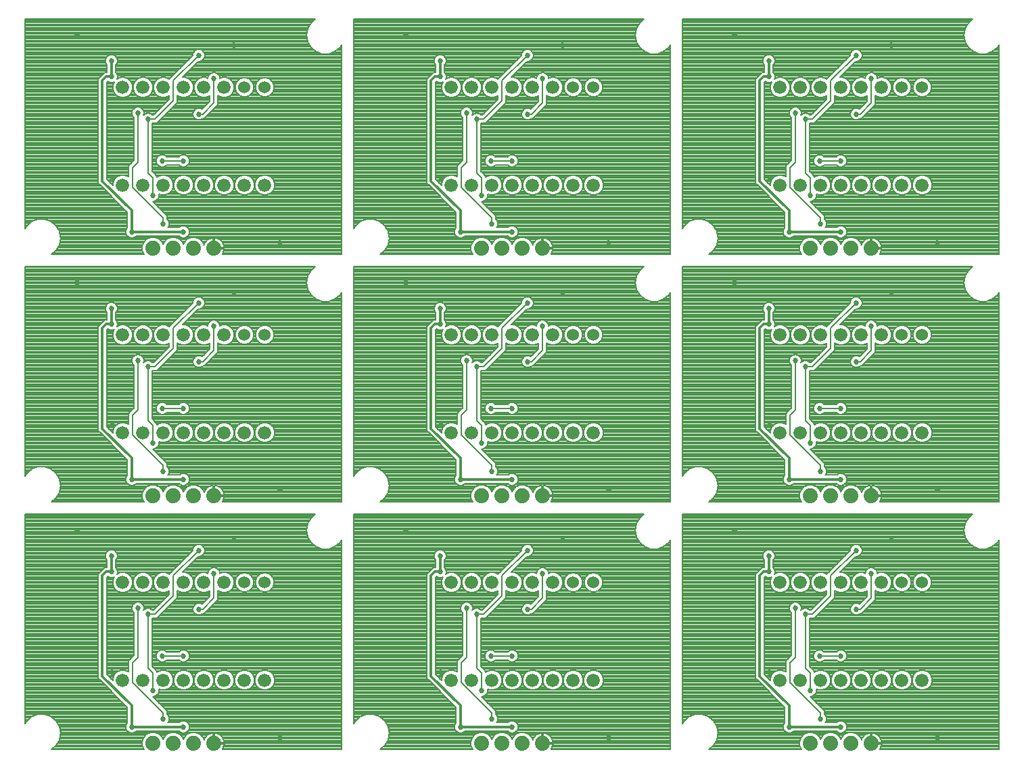
<source format=gbl>
G75*
%MOIN*%
%OFA0B0*%
%FSLAX25Y25*%
%IPPOS*%
%LPD*%
%AMOC8*
5,1,8,0,0,1.08239X$1,22.5*
%
%ADD10C,0.07400*%
%ADD11C,0.06600*%
%ADD12C,0.06000*%
%ADD13C,0.02700*%
%ADD14C,0.01200*%
%ADD15C,0.00800*%
D10*
X0093750Y0033750D03*
X0103750Y0033750D03*
X0113750Y0033750D03*
X0123750Y0033750D03*
X0255750Y0033750D03*
X0265750Y0033750D03*
X0275750Y0033750D03*
X0285750Y0033750D03*
X0417750Y0033750D03*
X0427750Y0033750D03*
X0437750Y0033750D03*
X0447750Y0033750D03*
X0447750Y0155750D03*
X0437750Y0155750D03*
X0427750Y0155750D03*
X0417750Y0155750D03*
X0285750Y0155750D03*
X0275750Y0155750D03*
X0265750Y0155750D03*
X0255750Y0155750D03*
X0123750Y0155750D03*
X0113750Y0155750D03*
X0103750Y0155750D03*
X0093750Y0155750D03*
X0093750Y0277750D03*
X0103750Y0277750D03*
X0113750Y0277750D03*
X0123750Y0277750D03*
X0255750Y0277750D03*
X0265750Y0277750D03*
X0275750Y0277750D03*
X0285750Y0277750D03*
X0417750Y0277750D03*
X0427750Y0277750D03*
X0437750Y0277750D03*
X0447750Y0277750D03*
D11*
X0442821Y0308766D03*
X0432821Y0308766D03*
X0422821Y0308766D03*
X0412821Y0308766D03*
X0402821Y0308766D03*
X0452821Y0308766D03*
X0462821Y0308766D03*
X0472821Y0308766D03*
X0452821Y0356955D03*
X0442821Y0356955D03*
X0432821Y0356955D03*
X0422821Y0356955D03*
X0412821Y0356955D03*
X0402821Y0356955D03*
X0310821Y0308766D03*
X0300821Y0308766D03*
X0290821Y0308766D03*
X0280821Y0308766D03*
X0270821Y0308766D03*
X0260821Y0308766D03*
X0250821Y0308766D03*
X0240821Y0308766D03*
X0240821Y0356955D03*
X0250821Y0356955D03*
X0260821Y0356955D03*
X0270821Y0356955D03*
X0280821Y0356955D03*
X0290821Y0356955D03*
X0148821Y0308766D03*
X0138821Y0308766D03*
X0128821Y0308766D03*
X0118821Y0308766D03*
X0108821Y0308766D03*
X0098821Y0308766D03*
X0088821Y0308766D03*
X0078821Y0308766D03*
X0078821Y0356955D03*
X0088821Y0356955D03*
X0098821Y0356955D03*
X0108821Y0356955D03*
X0118821Y0356955D03*
X0128821Y0356955D03*
X0128821Y0234955D03*
X0118821Y0234955D03*
X0108821Y0234955D03*
X0098821Y0234955D03*
X0088821Y0234955D03*
X0078821Y0234955D03*
X0078821Y0186766D03*
X0088821Y0186766D03*
X0098821Y0186766D03*
X0108821Y0186766D03*
X0118821Y0186766D03*
X0128821Y0186766D03*
X0138821Y0186766D03*
X0148821Y0186766D03*
X0240821Y0186766D03*
X0250821Y0186766D03*
X0260821Y0186766D03*
X0270821Y0186766D03*
X0280821Y0186766D03*
X0290821Y0186766D03*
X0300821Y0186766D03*
X0310821Y0186766D03*
X0290821Y0234955D03*
X0280821Y0234955D03*
X0270821Y0234955D03*
X0260821Y0234955D03*
X0250821Y0234955D03*
X0240821Y0234955D03*
X0240821Y0112955D03*
X0250821Y0112955D03*
X0260821Y0112955D03*
X0270821Y0112955D03*
X0280821Y0112955D03*
X0290821Y0112955D03*
X0290821Y0064766D03*
X0300821Y0064766D03*
X0310821Y0064766D03*
X0280821Y0064766D03*
X0270821Y0064766D03*
X0260821Y0064766D03*
X0250821Y0064766D03*
X0240821Y0064766D03*
X0148821Y0064766D03*
X0138821Y0064766D03*
X0128821Y0064766D03*
X0118821Y0064766D03*
X0108821Y0064766D03*
X0098821Y0064766D03*
X0088821Y0064766D03*
X0078821Y0064766D03*
X0078821Y0112955D03*
X0088821Y0112955D03*
X0098821Y0112955D03*
X0108821Y0112955D03*
X0118821Y0112955D03*
X0128821Y0112955D03*
X0402821Y0112955D03*
X0412821Y0112955D03*
X0422821Y0112955D03*
X0432821Y0112955D03*
X0442821Y0112955D03*
X0452821Y0112955D03*
X0452821Y0064766D03*
X0462821Y0064766D03*
X0472821Y0064766D03*
X0442821Y0064766D03*
X0432821Y0064766D03*
X0422821Y0064766D03*
X0412821Y0064766D03*
X0402821Y0064766D03*
X0402821Y0186766D03*
X0412821Y0186766D03*
X0422821Y0186766D03*
X0432821Y0186766D03*
X0442821Y0186766D03*
X0452821Y0186766D03*
X0462821Y0186766D03*
X0472821Y0186766D03*
X0452821Y0234955D03*
X0442821Y0234955D03*
X0432821Y0234955D03*
X0422821Y0234955D03*
X0412821Y0234955D03*
X0402821Y0234955D03*
D12*
X0462821Y0234955D03*
X0472821Y0234955D03*
X0472821Y0112955D03*
X0462821Y0112955D03*
X0310821Y0112955D03*
X0300821Y0112955D03*
X0148821Y0112955D03*
X0138821Y0112955D03*
X0138821Y0234955D03*
X0148821Y0234955D03*
X0300821Y0234955D03*
X0310821Y0234955D03*
X0310821Y0356955D03*
X0300821Y0356955D03*
X0148821Y0356955D03*
X0138821Y0356955D03*
X0462821Y0356955D03*
X0472821Y0356955D03*
D13*
X0447750Y0361250D03*
X0440250Y0372750D03*
X0457750Y0377750D03*
X0440338Y0343838D03*
X0415250Y0341250D03*
X0410300Y0344300D03*
X0397250Y0362250D03*
X0397250Y0370050D03*
X0380250Y0382750D03*
X0422250Y0320750D03*
X0432750Y0320750D03*
X0417750Y0303750D03*
X0422750Y0289750D03*
X0432750Y0285750D03*
X0407250Y0285750D03*
X0380250Y0260750D03*
X0397250Y0248050D03*
X0397250Y0240250D03*
X0410300Y0222300D03*
X0415250Y0219250D03*
X0422250Y0198750D03*
X0432750Y0198750D03*
X0417750Y0181750D03*
X0422750Y0167750D03*
X0432750Y0163750D03*
X0407250Y0163750D03*
X0380250Y0138750D03*
X0397250Y0126050D03*
X0397250Y0118250D03*
X0410300Y0100300D03*
X0415250Y0097250D03*
X0440338Y0099838D03*
X0447750Y0117250D03*
X0440250Y0128750D03*
X0457750Y0133750D03*
X0480250Y0158250D03*
X0397750Y0190750D03*
X0440338Y0221838D03*
X0447750Y0239250D03*
X0440250Y0250750D03*
X0457750Y0255750D03*
X0480250Y0280250D03*
X0397750Y0312750D03*
X0318250Y0280250D03*
X0295750Y0255750D03*
X0278250Y0250750D03*
X0285750Y0239250D03*
X0278338Y0221838D03*
X0253250Y0219250D03*
X0248300Y0222300D03*
X0235250Y0240250D03*
X0235250Y0248050D03*
X0218250Y0260750D03*
X0245250Y0285750D03*
X0260750Y0289750D03*
X0270750Y0285750D03*
X0255750Y0303750D03*
X0235750Y0312750D03*
X0260250Y0320750D03*
X0270750Y0320750D03*
X0253250Y0341250D03*
X0248300Y0344300D03*
X0235250Y0362250D03*
X0235250Y0370050D03*
X0218250Y0382750D03*
X0278250Y0372750D03*
X0285750Y0361250D03*
X0295750Y0377750D03*
X0278338Y0343838D03*
X0156250Y0280250D03*
X0133750Y0255750D03*
X0116250Y0250750D03*
X0123750Y0239250D03*
X0116338Y0221838D03*
X0091250Y0219250D03*
X0086300Y0222300D03*
X0073250Y0240250D03*
X0073250Y0248050D03*
X0056250Y0260750D03*
X0083250Y0285750D03*
X0098750Y0289750D03*
X0108750Y0285750D03*
X0093750Y0303750D03*
X0098250Y0320750D03*
X0108750Y0320750D03*
X0091250Y0341250D03*
X0086300Y0344300D03*
X0073250Y0362250D03*
X0073250Y0370050D03*
X0056250Y0382750D03*
X0116250Y0372750D03*
X0123750Y0361250D03*
X0133750Y0377750D03*
X0116338Y0343838D03*
X0073750Y0312750D03*
X0098250Y0198750D03*
X0108750Y0198750D03*
X0093750Y0181750D03*
X0098750Y0167750D03*
X0108750Y0163750D03*
X0083250Y0163750D03*
X0056250Y0138750D03*
X0073250Y0126050D03*
X0073250Y0118250D03*
X0086300Y0100300D03*
X0091250Y0097250D03*
X0116338Y0099838D03*
X0123750Y0117250D03*
X0116250Y0128750D03*
X0133750Y0133750D03*
X0156250Y0158250D03*
X0218250Y0138750D03*
X0235250Y0126050D03*
X0235250Y0118250D03*
X0248300Y0100300D03*
X0253250Y0097250D03*
X0278338Y0099838D03*
X0285750Y0117250D03*
X0278250Y0128750D03*
X0295750Y0133750D03*
X0318250Y0158250D03*
X0270750Y0163750D03*
X0260750Y0167750D03*
X0255750Y0181750D03*
X0235750Y0190750D03*
X0260250Y0198750D03*
X0270750Y0198750D03*
X0245250Y0163750D03*
X0260250Y0076750D03*
X0270750Y0076750D03*
X0255750Y0059750D03*
X0260750Y0045750D03*
X0270750Y0041750D03*
X0245250Y0041750D03*
X0235750Y0068750D03*
X0156250Y0036250D03*
X0108750Y0041750D03*
X0098750Y0045750D03*
X0093750Y0059750D03*
X0083250Y0041750D03*
X0073750Y0068750D03*
X0098250Y0076750D03*
X0108750Y0076750D03*
X0073750Y0190750D03*
X0318250Y0036250D03*
X0397750Y0068750D03*
X0417750Y0059750D03*
X0422750Y0045750D03*
X0432750Y0041750D03*
X0407250Y0041750D03*
X0422250Y0076750D03*
X0432750Y0076750D03*
X0480250Y0036250D03*
D14*
X0432750Y0041750D02*
X0407250Y0041750D01*
X0407250Y0052250D01*
X0392750Y0066750D01*
X0392750Y0116250D01*
X0394750Y0118250D01*
X0397250Y0118250D01*
X0397250Y0126050D01*
X0407250Y0163750D02*
X0407250Y0174250D01*
X0392750Y0188750D01*
X0392750Y0238250D01*
X0394750Y0240250D01*
X0397250Y0240250D01*
X0397250Y0248050D01*
X0407250Y0285750D02*
X0407250Y0296250D01*
X0392750Y0310750D01*
X0392750Y0360250D01*
X0394750Y0362250D01*
X0397250Y0362250D01*
X0397250Y0370050D01*
X0407250Y0285750D02*
X0432750Y0285750D01*
X0432750Y0163750D02*
X0407250Y0163750D01*
X0270750Y0163750D02*
X0245250Y0163750D01*
X0245250Y0174250D01*
X0230750Y0188750D01*
X0230750Y0238250D01*
X0232750Y0240250D01*
X0235250Y0240250D01*
X0235250Y0248050D01*
X0245250Y0285750D02*
X0245250Y0296250D01*
X0230750Y0310750D01*
X0230750Y0360250D01*
X0232750Y0362250D01*
X0235250Y0362250D01*
X0235250Y0370050D01*
X0245250Y0285750D02*
X0270750Y0285750D01*
X0108750Y0285750D02*
X0083250Y0285750D01*
X0083250Y0296250D01*
X0068750Y0310750D01*
X0068750Y0360250D01*
X0070750Y0362250D01*
X0073250Y0362250D01*
X0073250Y0370050D01*
X0073250Y0248050D02*
X0073250Y0240250D01*
X0070750Y0240250D01*
X0068750Y0238250D01*
X0068750Y0188750D01*
X0083250Y0174250D01*
X0083250Y0163750D01*
X0108750Y0163750D01*
X0073250Y0126050D02*
X0073250Y0118250D01*
X0070750Y0118250D01*
X0068750Y0116250D01*
X0068750Y0066750D01*
X0083250Y0052250D01*
X0083250Y0041750D01*
X0108750Y0041750D01*
X0230750Y0066750D02*
X0230750Y0116250D01*
X0232750Y0118250D01*
X0235250Y0118250D01*
X0235250Y0126050D01*
X0230750Y0066750D02*
X0245250Y0052250D01*
X0245250Y0041750D01*
X0270750Y0041750D01*
D15*
X0045984Y0032680D02*
X0043684Y0030750D01*
X0089256Y0030750D01*
X0088450Y0032696D01*
X0088450Y0034804D01*
X0089257Y0036752D01*
X0090748Y0038243D01*
X0092696Y0039050D01*
X0094804Y0039050D01*
X0096752Y0038243D01*
X0098243Y0036752D01*
X0098750Y0035528D01*
X0099257Y0036752D01*
X0100748Y0038243D01*
X0102696Y0039050D01*
X0104804Y0039050D01*
X0106752Y0038243D01*
X0108243Y0036752D01*
X0108750Y0035528D01*
X0109257Y0036752D01*
X0110748Y0038243D01*
X0112696Y0039050D01*
X0114804Y0039050D01*
X0116752Y0038243D01*
X0118243Y0036752D01*
X0118871Y0035237D01*
X0119024Y0035708D01*
X0119388Y0036423D01*
X0119860Y0037072D01*
X0120428Y0037640D01*
X0121077Y0038112D01*
X0121792Y0038476D01*
X0122556Y0038724D01*
X0123349Y0038850D01*
X0123350Y0038850D01*
X0123350Y0034150D01*
X0124150Y0034150D01*
X0128850Y0034150D01*
X0128850Y0034151D01*
X0128724Y0034944D01*
X0128476Y0035708D01*
X0128112Y0036423D01*
X0127640Y0037072D01*
X0127072Y0037640D01*
X0126423Y0038112D01*
X0125708Y0038476D01*
X0124944Y0038724D01*
X0124151Y0038850D01*
X0124150Y0038850D01*
X0124150Y0034150D01*
X0124150Y0033350D01*
X0128850Y0033350D01*
X0128850Y0033349D01*
X0128724Y0032556D01*
X0128476Y0031792D01*
X0128112Y0031077D01*
X0127874Y0030750D01*
X0186750Y0030750D01*
X0186750Y0134006D01*
X0185984Y0132680D01*
X0185984Y0132680D01*
X0185984Y0132680D01*
X0183472Y0130572D01*
X0183472Y0130572D01*
X0180390Y0129450D01*
X0177110Y0129450D01*
X0174028Y0130572D01*
X0174028Y0130572D01*
X0171516Y0132680D01*
X0171516Y0132680D01*
X0169876Y0135520D01*
X0169876Y0135520D01*
X0169307Y0138750D01*
X0169307Y0138750D01*
X0169876Y0141980D01*
X0169876Y0141980D01*
X0171516Y0144820D01*
X0171516Y0144820D01*
X0171516Y0144820D01*
X0173816Y0146750D01*
X0030750Y0146750D01*
X0030750Y0043494D01*
X0031516Y0044820D01*
X0031516Y0044820D01*
X0031516Y0044820D01*
X0034028Y0046928D01*
X0034028Y0046928D01*
X0037110Y0048050D01*
X0040390Y0048050D01*
X0043472Y0046928D01*
X0043472Y0046928D01*
X0045984Y0044820D01*
X0045984Y0044820D01*
X0047624Y0041980D01*
X0047624Y0041980D01*
X0048193Y0038750D01*
X0048193Y0038750D01*
X0047624Y0035520D01*
X0047624Y0035520D01*
X0045984Y0032680D01*
X0045984Y0032680D01*
X0045984Y0032680D01*
X0046020Y0032743D02*
X0088450Y0032743D01*
X0088450Y0033541D02*
X0046481Y0033541D01*
X0046942Y0034340D02*
X0088450Y0034340D01*
X0088588Y0035138D02*
X0047403Y0035138D01*
X0047697Y0035937D02*
X0088919Y0035937D01*
X0089250Y0036735D02*
X0047838Y0036735D01*
X0047979Y0037534D02*
X0090038Y0037534D01*
X0090963Y0038332D02*
X0048120Y0038332D01*
X0048126Y0039131D02*
X0081865Y0039131D01*
X0081579Y0039249D02*
X0082663Y0038800D01*
X0083837Y0038800D01*
X0084921Y0039249D01*
X0085222Y0039550D01*
X0106778Y0039550D01*
X0107079Y0039249D01*
X0108163Y0038800D01*
X0109337Y0038800D01*
X0110421Y0039249D01*
X0111251Y0040079D01*
X0111700Y0041163D01*
X0111700Y0042337D01*
X0111251Y0043421D01*
X0110421Y0044251D01*
X0109337Y0044700D01*
X0108163Y0044700D01*
X0107079Y0044251D01*
X0106778Y0043950D01*
X0101122Y0043950D01*
X0101251Y0044079D01*
X0101700Y0045163D01*
X0101700Y0046337D01*
X0101251Y0047421D01*
X0100750Y0047922D01*
X0100750Y0049578D01*
X0093528Y0056800D01*
X0094337Y0056800D01*
X0095421Y0057249D01*
X0096251Y0058079D01*
X0096700Y0059163D01*
X0096700Y0060337D01*
X0096698Y0060341D01*
X0097846Y0059866D01*
X0099796Y0059866D01*
X0101596Y0060612D01*
X0102975Y0061990D01*
X0103721Y0063791D01*
X0103721Y0065740D01*
X0102975Y0067541D01*
X0101596Y0068920D01*
X0099796Y0069666D01*
X0097846Y0069666D01*
X0096045Y0068920D01*
X0095750Y0068624D01*
X0095750Y0069078D01*
X0094578Y0070250D01*
X0093250Y0071578D01*
X0093250Y0095078D01*
X0093422Y0095250D01*
X0095578Y0095250D01*
X0105750Y0105422D01*
X0105750Y0109096D01*
X0106045Y0108801D01*
X0107846Y0108055D01*
X0109796Y0108055D01*
X0111596Y0108801D01*
X0112975Y0110179D01*
X0113721Y0111980D01*
X0113721Y0113929D01*
X0112975Y0115730D01*
X0111596Y0117109D01*
X0109796Y0117855D01*
X0108183Y0117855D01*
X0116128Y0125800D01*
X0116837Y0125800D01*
X0117921Y0126249D01*
X0118751Y0127079D01*
X0119200Y0128163D01*
X0119200Y0129337D01*
X0118751Y0130421D01*
X0117921Y0131251D01*
X0116837Y0131700D01*
X0115663Y0131700D01*
X0114579Y0131251D01*
X0113749Y0130421D01*
X0113300Y0129337D01*
X0113300Y0128628D01*
X0101750Y0117078D01*
X0101750Y0116955D01*
X0101596Y0117109D01*
X0099796Y0117855D01*
X0097846Y0117855D01*
X0096045Y0117109D01*
X0094667Y0115730D01*
X0093921Y0113929D01*
X0093921Y0111980D01*
X0094667Y0110179D01*
X0096045Y0108801D01*
X0097846Y0108055D01*
X0099796Y0108055D01*
X0101596Y0108801D01*
X0101750Y0108954D01*
X0101750Y0107078D01*
X0093922Y0099250D01*
X0093422Y0099250D01*
X0092921Y0099751D01*
X0091837Y0100200D01*
X0090663Y0100200D01*
X0089579Y0099751D01*
X0089044Y0099216D01*
X0089250Y0099713D01*
X0089250Y0100887D01*
X0088801Y0101971D01*
X0087971Y0102801D01*
X0086887Y0103250D01*
X0085713Y0103250D01*
X0084629Y0102801D01*
X0083799Y0101971D01*
X0083350Y0100887D01*
X0083350Y0099713D01*
X0083799Y0098629D01*
X0084300Y0098128D01*
X0084300Y0076864D01*
X0082822Y0075385D01*
X0081650Y0074214D01*
X0081650Y0068866D01*
X0081596Y0068920D01*
X0079796Y0069666D01*
X0077846Y0069666D01*
X0076045Y0068920D01*
X0074667Y0067541D01*
X0073921Y0065740D01*
X0073921Y0064690D01*
X0070950Y0067661D01*
X0070950Y0115339D01*
X0071470Y0115858D01*
X0071579Y0115749D01*
X0072663Y0115300D01*
X0073837Y0115300D01*
X0074624Y0115626D01*
X0073921Y0113929D01*
X0073921Y0111980D01*
X0074667Y0110179D01*
X0076045Y0108801D01*
X0077846Y0108055D01*
X0079796Y0108055D01*
X0081596Y0108801D01*
X0082975Y0110179D01*
X0083721Y0111980D01*
X0083721Y0113929D01*
X0082975Y0115730D01*
X0081596Y0117109D01*
X0079796Y0117855D01*
X0077846Y0117855D01*
X0076045Y0117109D01*
X0075917Y0116981D01*
X0076200Y0117663D01*
X0076200Y0118837D01*
X0075751Y0119921D01*
X0075450Y0120222D01*
X0075450Y0124078D01*
X0075751Y0124379D01*
X0076200Y0125463D01*
X0076200Y0126637D01*
X0075751Y0127721D01*
X0074921Y0128551D01*
X0073837Y0129000D01*
X0072663Y0129000D01*
X0071579Y0128551D01*
X0070749Y0127721D01*
X0070300Y0126637D01*
X0070300Y0125463D01*
X0070749Y0124379D01*
X0071050Y0124078D01*
X0071050Y0120450D01*
X0069839Y0120450D01*
X0067839Y0118450D01*
X0066550Y0117161D01*
X0066550Y0065839D01*
X0067839Y0064550D01*
X0081050Y0051339D01*
X0081050Y0043722D01*
X0080749Y0043421D01*
X0080300Y0042337D01*
X0080300Y0041163D01*
X0080749Y0040079D01*
X0081579Y0039249D01*
X0080899Y0039929D02*
X0047986Y0039929D01*
X0047845Y0040728D02*
X0080480Y0040728D01*
X0080300Y0041526D02*
X0047704Y0041526D01*
X0047425Y0042325D02*
X0080300Y0042325D01*
X0080626Y0043123D02*
X0046964Y0043123D01*
X0046503Y0043922D02*
X0081050Y0043922D01*
X0081050Y0044720D02*
X0046042Y0044720D01*
X0045152Y0045519D02*
X0081050Y0045519D01*
X0081050Y0046317D02*
X0044200Y0046317D01*
X0042957Y0047116D02*
X0081050Y0047116D01*
X0081050Y0047914D02*
X0040763Y0047914D01*
X0036737Y0047914D02*
X0030750Y0047914D01*
X0030750Y0047116D02*
X0034543Y0047116D01*
X0033300Y0046317D02*
X0030750Y0046317D01*
X0030750Y0045519D02*
X0032348Y0045519D01*
X0031458Y0044720D02*
X0030750Y0044720D01*
X0030750Y0043922D02*
X0030997Y0043922D01*
X0030750Y0048713D02*
X0081050Y0048713D01*
X0081050Y0049511D02*
X0030750Y0049511D01*
X0030750Y0050310D02*
X0081050Y0050310D01*
X0081050Y0051108D02*
X0030750Y0051108D01*
X0030750Y0051907D02*
X0080482Y0051907D01*
X0079683Y0052705D02*
X0030750Y0052705D01*
X0030750Y0053504D02*
X0078885Y0053504D01*
X0078086Y0054302D02*
X0030750Y0054302D01*
X0030750Y0055101D02*
X0077288Y0055101D01*
X0076489Y0055899D02*
X0030750Y0055899D01*
X0030750Y0056698D02*
X0075691Y0056698D01*
X0074892Y0057496D02*
X0030750Y0057496D01*
X0030750Y0058295D02*
X0074094Y0058295D01*
X0073295Y0059093D02*
X0030750Y0059093D01*
X0030750Y0059892D02*
X0072497Y0059892D01*
X0071698Y0060690D02*
X0030750Y0060690D01*
X0030750Y0061489D02*
X0070900Y0061489D01*
X0070101Y0062287D02*
X0030750Y0062287D01*
X0030750Y0063086D02*
X0069303Y0063086D01*
X0068504Y0063884D02*
X0030750Y0063884D01*
X0030750Y0064683D02*
X0067706Y0064683D01*
X0067839Y0064550D02*
X0067839Y0064550D01*
X0066907Y0065482D02*
X0030750Y0065482D01*
X0030750Y0066280D02*
X0066550Y0066280D01*
X0066550Y0067079D02*
X0030750Y0067079D01*
X0030750Y0067877D02*
X0066550Y0067877D01*
X0066550Y0068676D02*
X0030750Y0068676D01*
X0030750Y0069474D02*
X0066550Y0069474D01*
X0066550Y0070273D02*
X0030750Y0070273D01*
X0030750Y0071071D02*
X0066550Y0071071D01*
X0066550Y0071870D02*
X0030750Y0071870D01*
X0030750Y0072668D02*
X0066550Y0072668D01*
X0066550Y0073467D02*
X0030750Y0073467D01*
X0030750Y0074265D02*
X0066550Y0074265D01*
X0066550Y0075064D02*
X0030750Y0075064D01*
X0030750Y0075862D02*
X0066550Y0075862D01*
X0066550Y0076661D02*
X0030750Y0076661D01*
X0030750Y0077459D02*
X0066550Y0077459D01*
X0066550Y0078258D02*
X0030750Y0078258D01*
X0030750Y0079056D02*
X0066550Y0079056D01*
X0066550Y0079855D02*
X0030750Y0079855D01*
X0030750Y0080653D02*
X0066550Y0080653D01*
X0066550Y0081452D02*
X0030750Y0081452D01*
X0030750Y0082250D02*
X0066550Y0082250D01*
X0066550Y0083049D02*
X0030750Y0083049D01*
X0030750Y0083847D02*
X0066550Y0083847D01*
X0066550Y0084646D02*
X0030750Y0084646D01*
X0030750Y0085444D02*
X0066550Y0085444D01*
X0066550Y0086243D02*
X0030750Y0086243D01*
X0030750Y0087041D02*
X0066550Y0087041D01*
X0066550Y0087840D02*
X0030750Y0087840D01*
X0030750Y0088638D02*
X0066550Y0088638D01*
X0066550Y0089437D02*
X0030750Y0089437D01*
X0030750Y0090235D02*
X0066550Y0090235D01*
X0066550Y0091034D02*
X0030750Y0091034D01*
X0030750Y0091832D02*
X0066550Y0091832D01*
X0066550Y0092631D02*
X0030750Y0092631D01*
X0030750Y0093429D02*
X0066550Y0093429D01*
X0066550Y0094228D02*
X0030750Y0094228D01*
X0030750Y0095026D02*
X0066550Y0095026D01*
X0066550Y0095825D02*
X0030750Y0095825D01*
X0030750Y0096623D02*
X0066550Y0096623D01*
X0066550Y0097422D02*
X0030750Y0097422D01*
X0030750Y0098220D02*
X0066550Y0098220D01*
X0066550Y0099019D02*
X0030750Y0099019D01*
X0030750Y0099818D02*
X0066550Y0099818D01*
X0066550Y0100616D02*
X0030750Y0100616D01*
X0030750Y0101415D02*
X0066550Y0101415D01*
X0066550Y0102213D02*
X0030750Y0102213D01*
X0030750Y0103012D02*
X0066550Y0103012D01*
X0066550Y0103810D02*
X0030750Y0103810D01*
X0030750Y0104609D02*
X0066550Y0104609D01*
X0066550Y0105407D02*
X0030750Y0105407D01*
X0030750Y0106206D02*
X0066550Y0106206D01*
X0066550Y0107004D02*
X0030750Y0107004D01*
X0030750Y0107803D02*
X0066550Y0107803D01*
X0066550Y0108601D02*
X0030750Y0108601D01*
X0030750Y0109400D02*
X0066550Y0109400D01*
X0066550Y0110198D02*
X0030750Y0110198D01*
X0030750Y0110997D02*
X0066550Y0110997D01*
X0066550Y0111795D02*
X0030750Y0111795D01*
X0030750Y0112594D02*
X0066550Y0112594D01*
X0066550Y0113392D02*
X0030750Y0113392D01*
X0030750Y0114191D02*
X0066550Y0114191D01*
X0066550Y0114989D02*
X0030750Y0114989D01*
X0030750Y0115788D02*
X0066550Y0115788D01*
X0066550Y0116586D02*
X0030750Y0116586D01*
X0030750Y0117385D02*
X0066773Y0117385D01*
X0067572Y0118183D02*
X0030750Y0118183D01*
X0030750Y0118982D02*
X0068371Y0118982D01*
X0069169Y0119780D02*
X0030750Y0119780D01*
X0030750Y0120579D02*
X0071050Y0120579D01*
X0071050Y0121377D02*
X0030750Y0121377D01*
X0030750Y0122176D02*
X0071050Y0122176D01*
X0071050Y0122974D02*
X0030750Y0122974D01*
X0030750Y0123773D02*
X0071050Y0123773D01*
X0070669Y0124571D02*
X0030750Y0124571D01*
X0030750Y0125370D02*
X0070339Y0125370D01*
X0070300Y0126168D02*
X0030750Y0126168D01*
X0030750Y0126967D02*
X0070437Y0126967D01*
X0070793Y0127765D02*
X0030750Y0127765D01*
X0030750Y0128564D02*
X0071610Y0128564D01*
X0074890Y0128564D02*
X0113235Y0128564D01*
X0113311Y0129362D02*
X0030750Y0129362D01*
X0030750Y0130161D02*
X0113641Y0130161D01*
X0114288Y0130959D02*
X0030750Y0130959D01*
X0030750Y0131758D02*
X0172615Y0131758D01*
X0173566Y0130959D02*
X0118212Y0130959D01*
X0118859Y0130161D02*
X0175157Y0130161D01*
X0171663Y0132556D02*
X0030750Y0132556D01*
X0030750Y0133355D02*
X0171126Y0133355D01*
X0170665Y0134153D02*
X0030750Y0134153D01*
X0030750Y0134952D02*
X0170204Y0134952D01*
X0169835Y0135751D02*
X0030750Y0135751D01*
X0030750Y0136549D02*
X0169695Y0136549D01*
X0169554Y0137348D02*
X0030750Y0137348D01*
X0030750Y0138146D02*
X0169413Y0138146D01*
X0169341Y0138945D02*
X0030750Y0138945D01*
X0030750Y0139743D02*
X0169482Y0139743D01*
X0169622Y0140542D02*
X0030750Y0140542D01*
X0030750Y0141340D02*
X0169763Y0141340D01*
X0169968Y0142139D02*
X0030750Y0142139D01*
X0030750Y0142937D02*
X0170429Y0142937D01*
X0170890Y0143736D02*
X0030750Y0143736D01*
X0030750Y0144534D02*
X0171351Y0144534D01*
X0172127Y0145333D02*
X0030750Y0145333D01*
X0030750Y0146131D02*
X0173078Y0146131D01*
X0186750Y0152750D02*
X0127874Y0152750D01*
X0128112Y0153077D01*
X0128476Y0153792D01*
X0128724Y0154556D01*
X0128850Y0155349D01*
X0128850Y0155350D01*
X0124150Y0155350D01*
X0124150Y0156150D01*
X0128850Y0156150D01*
X0128850Y0156151D01*
X0128724Y0156944D01*
X0128476Y0157708D01*
X0128112Y0158423D01*
X0127640Y0159072D01*
X0127072Y0159640D01*
X0126423Y0160112D01*
X0125708Y0160476D01*
X0124944Y0160724D01*
X0124151Y0160850D01*
X0124150Y0160850D01*
X0124150Y0156150D01*
X0123350Y0156150D01*
X0123350Y0160850D01*
X0123349Y0160850D01*
X0122556Y0160724D01*
X0121792Y0160476D01*
X0121077Y0160112D01*
X0120428Y0159640D01*
X0119860Y0159072D01*
X0119388Y0158423D01*
X0119024Y0157708D01*
X0118871Y0157237D01*
X0118243Y0158752D01*
X0116752Y0160243D01*
X0114804Y0161050D01*
X0112696Y0161050D01*
X0110748Y0160243D01*
X0109257Y0158752D01*
X0108750Y0157528D01*
X0108243Y0158752D01*
X0106752Y0160243D01*
X0104804Y0161050D01*
X0102696Y0161050D01*
X0100748Y0160243D01*
X0099257Y0158752D01*
X0098750Y0157528D01*
X0098243Y0158752D01*
X0096752Y0160243D01*
X0094804Y0161050D01*
X0092696Y0161050D01*
X0090748Y0160243D01*
X0089257Y0158752D01*
X0088450Y0156804D01*
X0088450Y0154696D01*
X0089256Y0152750D01*
X0043684Y0152750D01*
X0045984Y0154680D01*
X0047624Y0157520D01*
X0047624Y0157520D01*
X0048193Y0160750D01*
X0047624Y0163980D01*
X0045984Y0166820D01*
X0045984Y0166820D01*
X0043472Y0168928D01*
X0043472Y0168928D01*
X0040390Y0170050D01*
X0037110Y0170050D01*
X0034028Y0168928D01*
X0031516Y0166820D01*
X0030750Y0165494D01*
X0030750Y0268750D01*
X0173816Y0268750D01*
X0171516Y0266820D01*
X0169876Y0263980D01*
X0169876Y0263980D01*
X0169307Y0260750D01*
X0169876Y0257520D01*
X0171516Y0254680D01*
X0171516Y0254680D01*
X0174028Y0252572D01*
X0177110Y0251450D01*
X0180390Y0251450D01*
X0183472Y0252572D01*
X0185984Y0254680D01*
X0186750Y0256006D01*
X0186750Y0152750D01*
X0186750Y0153318D02*
X0128235Y0153318D01*
X0128582Y0154116D02*
X0186750Y0154116D01*
X0186750Y0154915D02*
X0128781Y0154915D01*
X0128793Y0156512D02*
X0186750Y0156512D01*
X0186750Y0157310D02*
X0128605Y0157310D01*
X0128272Y0158109D02*
X0186750Y0158109D01*
X0186750Y0158907D02*
X0127760Y0158907D01*
X0126982Y0159706D02*
X0186750Y0159706D01*
X0186750Y0160504D02*
X0125621Y0160504D01*
X0124150Y0160504D02*
X0123350Y0160504D01*
X0123350Y0159706D02*
X0124150Y0159706D01*
X0124150Y0158907D02*
X0123350Y0158907D01*
X0123350Y0158109D02*
X0124150Y0158109D01*
X0124150Y0157310D02*
X0123350Y0157310D01*
X0123350Y0156512D02*
X0124150Y0156512D01*
X0124150Y0155713D02*
X0186750Y0155713D01*
X0186750Y0161303D02*
X0110475Y0161303D01*
X0110421Y0161249D02*
X0111251Y0162079D01*
X0111700Y0163163D01*
X0111700Y0164337D01*
X0111251Y0165421D01*
X0110421Y0166251D01*
X0109337Y0166700D01*
X0108163Y0166700D01*
X0107079Y0166251D01*
X0106778Y0165950D01*
X0101122Y0165950D01*
X0101251Y0166079D01*
X0101700Y0167163D01*
X0101700Y0168337D01*
X0101251Y0169421D01*
X0100750Y0169922D01*
X0100750Y0171578D01*
X0093528Y0178800D01*
X0094337Y0178800D01*
X0095421Y0179249D01*
X0096251Y0180079D01*
X0096700Y0181163D01*
X0096700Y0182337D01*
X0096698Y0182341D01*
X0097846Y0181866D01*
X0099796Y0181866D01*
X0101596Y0182612D01*
X0102975Y0183990D01*
X0103721Y0185791D01*
X0103721Y0187740D01*
X0102975Y0189541D01*
X0101596Y0190920D01*
X0099796Y0191666D01*
X0097846Y0191666D01*
X0096045Y0190920D01*
X0095750Y0190624D01*
X0095750Y0191078D01*
X0093250Y0193578D01*
X0093250Y0217078D01*
X0093422Y0217250D01*
X0095578Y0217250D01*
X0105750Y0227422D01*
X0105750Y0231096D01*
X0106045Y0230801D01*
X0107846Y0230055D01*
X0109796Y0230055D01*
X0111596Y0230801D01*
X0112975Y0232179D01*
X0113721Y0233980D01*
X0113721Y0235929D01*
X0112975Y0237730D01*
X0111596Y0239109D01*
X0109796Y0239855D01*
X0108183Y0239855D01*
X0116128Y0247800D01*
X0116837Y0247800D01*
X0117921Y0248249D01*
X0118751Y0249079D01*
X0119200Y0250163D01*
X0119200Y0251337D01*
X0118751Y0252421D01*
X0117921Y0253251D01*
X0116837Y0253700D01*
X0115663Y0253700D01*
X0114579Y0253251D01*
X0113749Y0252421D01*
X0113300Y0251337D01*
X0113300Y0250628D01*
X0101750Y0239078D01*
X0101750Y0238955D01*
X0101596Y0239109D01*
X0099796Y0239855D01*
X0097846Y0239855D01*
X0096045Y0239109D01*
X0094667Y0237730D01*
X0093921Y0235929D01*
X0093921Y0233980D01*
X0094667Y0232179D01*
X0096045Y0230801D01*
X0097846Y0230055D01*
X0099796Y0230055D01*
X0101596Y0230801D01*
X0101750Y0230954D01*
X0101750Y0229078D01*
X0093922Y0221250D01*
X0093422Y0221250D01*
X0092921Y0221751D01*
X0091837Y0222200D01*
X0090663Y0222200D01*
X0089579Y0221751D01*
X0089044Y0221216D01*
X0089250Y0221713D01*
X0089250Y0222887D01*
X0088801Y0223971D01*
X0087971Y0224801D01*
X0086887Y0225250D01*
X0085713Y0225250D01*
X0084629Y0224801D01*
X0083799Y0223971D01*
X0083350Y0222887D01*
X0083350Y0221713D01*
X0083799Y0220629D01*
X0084300Y0220128D01*
X0084300Y0198864D01*
X0082822Y0197385D01*
X0081650Y0196214D01*
X0081650Y0190866D01*
X0081596Y0190920D01*
X0079796Y0191666D01*
X0077846Y0191666D01*
X0076045Y0190920D01*
X0074667Y0189541D01*
X0073921Y0187740D01*
X0073921Y0186690D01*
X0070950Y0189661D01*
X0070950Y0237339D01*
X0071470Y0237858D01*
X0071579Y0237749D01*
X0072663Y0237300D01*
X0073837Y0237300D01*
X0074624Y0237626D01*
X0073921Y0235929D01*
X0073921Y0233980D01*
X0074667Y0232179D01*
X0076045Y0230801D01*
X0077846Y0230055D01*
X0079796Y0230055D01*
X0081596Y0230801D01*
X0082975Y0232179D01*
X0083721Y0233980D01*
X0083721Y0235929D01*
X0082975Y0237730D01*
X0081596Y0239109D01*
X0079796Y0239855D01*
X0077846Y0239855D01*
X0076045Y0239109D01*
X0075917Y0238981D01*
X0076200Y0239663D01*
X0076200Y0240837D01*
X0075751Y0241921D01*
X0075450Y0242222D01*
X0075450Y0246078D01*
X0075751Y0246379D01*
X0076200Y0247463D01*
X0076200Y0248637D01*
X0075751Y0249721D01*
X0074921Y0250551D01*
X0073837Y0251000D01*
X0072663Y0251000D01*
X0071579Y0250551D01*
X0070749Y0249721D01*
X0070300Y0248637D01*
X0070300Y0247463D01*
X0070749Y0246379D01*
X0071050Y0246078D01*
X0071050Y0242450D01*
X0069839Y0242450D01*
X0067839Y0240450D01*
X0066550Y0239161D01*
X0066550Y0187839D01*
X0067839Y0186550D01*
X0081050Y0173339D01*
X0081050Y0165722D01*
X0080749Y0165421D01*
X0080300Y0164337D01*
X0080300Y0163163D01*
X0080749Y0162079D01*
X0081579Y0161249D01*
X0082663Y0160800D01*
X0083837Y0160800D01*
X0084921Y0161249D01*
X0085222Y0161550D01*
X0106778Y0161550D01*
X0107079Y0161249D01*
X0108163Y0160800D01*
X0109337Y0160800D01*
X0110421Y0161249D01*
X0111260Y0162101D02*
X0186750Y0162101D01*
X0186750Y0162900D02*
X0111591Y0162900D01*
X0111700Y0163698D02*
X0186750Y0163698D01*
X0186750Y0164497D02*
X0111634Y0164497D01*
X0111303Y0165295D02*
X0186750Y0165295D01*
X0186750Y0166094D02*
X0110578Y0166094D01*
X0106922Y0166094D02*
X0101257Y0166094D01*
X0101588Y0166892D02*
X0186750Y0166892D01*
X0186750Y0167691D02*
X0101700Y0167691D01*
X0101637Y0168489D02*
X0186750Y0168489D01*
X0186750Y0169288D02*
X0101306Y0169288D01*
X0100750Y0170087D02*
X0186750Y0170087D01*
X0186750Y0170885D02*
X0100750Y0170885D01*
X0100645Y0171684D02*
X0186750Y0171684D01*
X0186750Y0172482D02*
X0099846Y0172482D01*
X0099048Y0173281D02*
X0186750Y0173281D01*
X0186750Y0174079D02*
X0098249Y0174079D01*
X0097451Y0174878D02*
X0186750Y0174878D01*
X0186750Y0175676D02*
X0096652Y0175676D01*
X0095854Y0176475D02*
X0186750Y0176475D01*
X0186750Y0177273D02*
X0095055Y0177273D01*
X0094257Y0178072D02*
X0186750Y0178072D01*
X0186750Y0178870D02*
X0094506Y0178870D01*
X0095841Y0179669D02*
X0186750Y0179669D01*
X0186750Y0180467D02*
X0096412Y0180467D01*
X0096700Y0181266D02*
X0186750Y0181266D01*
X0186750Y0182064D02*
X0150275Y0182064D01*
X0149796Y0181866D02*
X0151596Y0182612D01*
X0152975Y0183990D01*
X0153721Y0185791D01*
X0153721Y0187740D01*
X0152975Y0189541D01*
X0151596Y0190920D01*
X0149796Y0191666D01*
X0147846Y0191666D01*
X0146045Y0190920D01*
X0144667Y0189541D01*
X0143921Y0187740D01*
X0143921Y0185791D01*
X0144667Y0183990D01*
X0146045Y0182612D01*
X0147846Y0181866D01*
X0149796Y0181866D01*
X0151847Y0182863D02*
X0186750Y0182863D01*
X0186750Y0183661D02*
X0152646Y0183661D01*
X0153169Y0184460D02*
X0186750Y0184460D01*
X0186750Y0185258D02*
X0153500Y0185258D01*
X0153721Y0186057D02*
X0186750Y0186057D01*
X0186750Y0186855D02*
X0153721Y0186855D01*
X0153721Y0187654D02*
X0186750Y0187654D01*
X0186750Y0188452D02*
X0153426Y0188452D01*
X0153095Y0189251D02*
X0186750Y0189251D01*
X0186750Y0190049D02*
X0152467Y0190049D01*
X0151668Y0190848D02*
X0186750Y0190848D01*
X0186750Y0191646D02*
X0149842Y0191646D01*
X0147799Y0191646D02*
X0139842Y0191646D01*
X0139796Y0191666D02*
X0137846Y0191666D01*
X0136045Y0190920D01*
X0134667Y0189541D01*
X0133921Y0187740D01*
X0133921Y0185791D01*
X0134667Y0183990D01*
X0136045Y0182612D01*
X0137846Y0181866D01*
X0139796Y0181866D01*
X0141596Y0182612D01*
X0142975Y0183990D01*
X0143721Y0185791D01*
X0143721Y0187740D01*
X0142975Y0189541D01*
X0141596Y0190920D01*
X0139796Y0191666D01*
X0137799Y0191646D02*
X0129842Y0191646D01*
X0129796Y0191666D02*
X0127846Y0191666D01*
X0126045Y0190920D01*
X0124667Y0189541D01*
X0123921Y0187740D01*
X0123921Y0185791D01*
X0124667Y0183990D01*
X0126045Y0182612D01*
X0127846Y0181866D01*
X0129796Y0181866D01*
X0131596Y0182612D01*
X0132975Y0183990D01*
X0133721Y0185791D01*
X0133721Y0187740D01*
X0132975Y0189541D01*
X0131596Y0190920D01*
X0129796Y0191666D01*
X0127799Y0191646D02*
X0119842Y0191646D01*
X0119796Y0191666D02*
X0117846Y0191666D01*
X0116045Y0190920D01*
X0114667Y0189541D01*
X0113921Y0187740D01*
X0113921Y0185791D01*
X0114667Y0183990D01*
X0116045Y0182612D01*
X0117846Y0181866D01*
X0119796Y0181866D01*
X0121596Y0182612D01*
X0122975Y0183990D01*
X0123721Y0185791D01*
X0123721Y0187740D01*
X0122975Y0189541D01*
X0121596Y0190920D01*
X0119796Y0191666D01*
X0117799Y0191646D02*
X0109842Y0191646D01*
X0109796Y0191666D02*
X0107846Y0191666D01*
X0106045Y0190920D01*
X0104667Y0189541D01*
X0103921Y0187740D01*
X0103921Y0185791D01*
X0104667Y0183990D01*
X0106045Y0182612D01*
X0107846Y0181866D01*
X0109796Y0181866D01*
X0111596Y0182612D01*
X0112975Y0183990D01*
X0113721Y0185791D01*
X0113721Y0187740D01*
X0112975Y0189541D01*
X0111596Y0190920D01*
X0109796Y0191666D01*
X0107799Y0191646D02*
X0099842Y0191646D01*
X0101668Y0190848D02*
X0105973Y0190848D01*
X0105175Y0190049D02*
X0102467Y0190049D01*
X0103095Y0189251D02*
X0104546Y0189251D01*
X0104216Y0188452D02*
X0103426Y0188452D01*
X0103721Y0187654D02*
X0103921Y0187654D01*
X0103921Y0186855D02*
X0103721Y0186855D01*
X0103721Y0186057D02*
X0103921Y0186057D01*
X0104142Y0185258D02*
X0103500Y0185258D01*
X0103169Y0184460D02*
X0104472Y0184460D01*
X0104996Y0183661D02*
X0102646Y0183661D01*
X0101847Y0182863D02*
X0105794Y0182863D01*
X0107367Y0182064D02*
X0100275Y0182064D01*
X0097367Y0182064D02*
X0096700Y0182064D01*
X0093750Y0181750D02*
X0093750Y0190250D01*
X0091250Y0192750D01*
X0091250Y0219250D01*
X0094750Y0219250D01*
X0103750Y0228250D01*
X0103750Y0238250D01*
X0116250Y0250750D01*
X0119200Y0250736D02*
X0186750Y0250736D01*
X0186750Y0249938D02*
X0119107Y0249938D01*
X0118776Y0249139D02*
X0186750Y0249139D01*
X0186750Y0248341D02*
X0118013Y0248341D01*
X0115871Y0247542D02*
X0186750Y0247542D01*
X0186750Y0246744D02*
X0115072Y0246744D01*
X0114273Y0245945D02*
X0186750Y0245945D01*
X0186750Y0245147D02*
X0113475Y0245147D01*
X0112676Y0244348D02*
X0186750Y0244348D01*
X0186750Y0243550D02*
X0111878Y0243550D01*
X0111079Y0242751D02*
X0186750Y0242751D01*
X0186750Y0241953D02*
X0124934Y0241953D01*
X0125421Y0241751D02*
X0124337Y0242200D01*
X0123163Y0242200D01*
X0122079Y0241751D01*
X0121249Y0240921D01*
X0120800Y0239837D01*
X0120800Y0239439D01*
X0119796Y0239855D01*
X0117846Y0239855D01*
X0116045Y0239109D01*
X0114667Y0237730D01*
X0113921Y0235929D01*
X0113921Y0233980D01*
X0114667Y0232179D01*
X0116045Y0230801D01*
X0117846Y0230055D01*
X0119796Y0230055D01*
X0121596Y0230801D01*
X0121750Y0230954D01*
X0121750Y0228078D01*
X0118010Y0224338D01*
X0118009Y0224339D01*
X0116925Y0224788D01*
X0115751Y0224788D01*
X0114667Y0224339D01*
X0113837Y0223509D01*
X0113388Y0222425D01*
X0113388Y0221251D01*
X0113837Y0220167D01*
X0114667Y0219337D01*
X0115751Y0218888D01*
X0116925Y0218888D01*
X0118009Y0219337D01*
X0118422Y0219750D01*
X0119078Y0219750D01*
X0120250Y0220922D01*
X0125750Y0226422D01*
X0125750Y0231096D01*
X0126045Y0230801D01*
X0127846Y0230055D01*
X0129796Y0230055D01*
X0131596Y0230801D01*
X0132975Y0232179D01*
X0133721Y0233980D01*
X0133721Y0235929D01*
X0132975Y0237730D01*
X0131596Y0239109D01*
X0129796Y0239855D01*
X0127846Y0239855D01*
X0126700Y0239380D01*
X0126700Y0239837D01*
X0126251Y0240921D01*
X0125421Y0241751D01*
X0126018Y0241154D02*
X0186750Y0241154D01*
X0186750Y0240355D02*
X0126485Y0240355D01*
X0126700Y0239557D02*
X0127127Y0239557D01*
X0130514Y0239557D02*
X0186750Y0239557D01*
X0186750Y0238758D02*
X0151522Y0238758D01*
X0151427Y0238854D02*
X0149736Y0239555D01*
X0147906Y0239555D01*
X0146215Y0238854D01*
X0144921Y0237560D01*
X0144221Y0235870D01*
X0144221Y0234040D01*
X0144921Y0232349D01*
X0146215Y0231055D01*
X0147906Y0230355D01*
X0149736Y0230355D01*
X0151427Y0231055D01*
X0152721Y0232349D01*
X0153421Y0234040D01*
X0153421Y0235870D01*
X0152721Y0237560D01*
X0151427Y0238854D01*
X0152321Y0237960D02*
X0186750Y0237960D01*
X0186750Y0237161D02*
X0152886Y0237161D01*
X0153217Y0236363D02*
X0186750Y0236363D01*
X0186750Y0235564D02*
X0153421Y0235564D01*
X0153421Y0234766D02*
X0186750Y0234766D01*
X0186750Y0233967D02*
X0153391Y0233967D01*
X0153060Y0233169D02*
X0186750Y0233169D01*
X0186750Y0232370D02*
X0152729Y0232370D01*
X0151943Y0231572D02*
X0186750Y0231572D01*
X0186750Y0230773D02*
X0150747Y0230773D01*
X0146895Y0230773D02*
X0140747Y0230773D01*
X0141427Y0231055D02*
X0142721Y0232349D01*
X0143421Y0234040D01*
X0143421Y0235870D01*
X0142721Y0237560D01*
X0141427Y0238854D01*
X0139736Y0239555D01*
X0137906Y0239555D01*
X0136215Y0238854D01*
X0134921Y0237560D01*
X0134221Y0235870D01*
X0134221Y0234040D01*
X0134921Y0232349D01*
X0136215Y0231055D01*
X0137906Y0230355D01*
X0139736Y0230355D01*
X0141427Y0231055D01*
X0141943Y0231572D02*
X0145698Y0231572D01*
X0144912Y0232370D02*
X0142729Y0232370D01*
X0143060Y0233169D02*
X0144582Y0233169D01*
X0144251Y0233967D02*
X0143391Y0233967D01*
X0143421Y0234766D02*
X0144221Y0234766D01*
X0144221Y0235564D02*
X0143421Y0235564D01*
X0143217Y0236363D02*
X0144425Y0236363D01*
X0144756Y0237161D02*
X0142886Y0237161D01*
X0142321Y0237960D02*
X0145321Y0237960D01*
X0146119Y0238758D02*
X0141522Y0238758D01*
X0136119Y0238758D02*
X0131947Y0238758D01*
X0132745Y0237960D02*
X0135321Y0237960D01*
X0134756Y0237161D02*
X0133211Y0237161D01*
X0133541Y0236363D02*
X0134425Y0236363D01*
X0134221Y0235564D02*
X0133721Y0235564D01*
X0133721Y0234766D02*
X0134221Y0234766D01*
X0134251Y0233967D02*
X0133716Y0233967D01*
X0133385Y0233169D02*
X0134582Y0233169D01*
X0134912Y0232370D02*
X0133054Y0232370D01*
X0132368Y0231572D02*
X0135698Y0231572D01*
X0136895Y0230773D02*
X0131530Y0230773D01*
X0126111Y0230773D02*
X0125750Y0230773D01*
X0125750Y0229975D02*
X0186750Y0229975D01*
X0186750Y0229176D02*
X0125750Y0229176D01*
X0125750Y0228378D02*
X0186750Y0228378D01*
X0186750Y0227579D02*
X0125750Y0227579D01*
X0125750Y0226781D02*
X0186750Y0226781D01*
X0186750Y0225982D02*
X0125311Y0225982D01*
X0124512Y0225184D02*
X0186750Y0225184D01*
X0186750Y0224385D02*
X0123714Y0224385D01*
X0122915Y0223587D02*
X0186750Y0223587D01*
X0186750Y0222788D02*
X0122117Y0222788D01*
X0121318Y0221990D02*
X0186750Y0221990D01*
X0186750Y0221191D02*
X0120520Y0221191D01*
X0119721Y0220393D02*
X0186750Y0220393D01*
X0186750Y0219594D02*
X0118266Y0219594D01*
X0118250Y0221750D02*
X0116427Y0221750D01*
X0116338Y0221838D01*
X0118250Y0221750D02*
X0123750Y0227250D01*
X0123750Y0239250D01*
X0121015Y0240355D02*
X0108684Y0240355D01*
X0109482Y0241154D02*
X0121482Y0241154D01*
X0122566Y0241953D02*
X0110281Y0241953D01*
X0110514Y0239557D02*
X0117127Y0239557D01*
X0115695Y0238758D02*
X0111947Y0238758D01*
X0112745Y0237960D02*
X0114896Y0237960D01*
X0114431Y0237161D02*
X0113211Y0237161D01*
X0113541Y0236363D02*
X0114100Y0236363D01*
X0113921Y0235564D02*
X0113721Y0235564D01*
X0113721Y0234766D02*
X0113921Y0234766D01*
X0113926Y0233967D02*
X0113716Y0233967D01*
X0113385Y0233169D02*
X0114257Y0233169D01*
X0114588Y0232370D02*
X0113054Y0232370D01*
X0112368Y0231572D02*
X0115274Y0231572D01*
X0116111Y0230773D02*
X0111530Y0230773D01*
X0106111Y0230773D02*
X0105750Y0230773D01*
X0105750Y0229975D02*
X0121750Y0229975D01*
X0121750Y0230773D02*
X0121530Y0230773D01*
X0121750Y0229176D02*
X0105750Y0229176D01*
X0105750Y0228378D02*
X0121750Y0228378D01*
X0121251Y0227579D02*
X0105750Y0227579D01*
X0105109Y0226781D02*
X0120452Y0226781D01*
X0119654Y0225982D02*
X0104311Y0225982D01*
X0103512Y0225184D02*
X0118855Y0225184D01*
X0118057Y0224385D02*
X0117898Y0224385D01*
X0114779Y0224385D02*
X0102714Y0224385D01*
X0101915Y0223587D02*
X0113915Y0223587D01*
X0113539Y0222788D02*
X0101117Y0222788D01*
X0100318Y0221990D02*
X0113388Y0221990D01*
X0113413Y0221191D02*
X0099520Y0221191D01*
X0098721Y0220393D02*
X0113744Y0220393D01*
X0114410Y0219594D02*
X0097923Y0219594D01*
X0097124Y0218796D02*
X0186750Y0218796D01*
X0186750Y0217997D02*
X0096326Y0217997D01*
X0093371Y0217199D02*
X0186750Y0217199D01*
X0186750Y0216400D02*
X0093250Y0216400D01*
X0093250Y0215602D02*
X0186750Y0215602D01*
X0186750Y0214803D02*
X0093250Y0214803D01*
X0093250Y0214005D02*
X0186750Y0214005D01*
X0186750Y0213206D02*
X0093250Y0213206D01*
X0093250Y0212408D02*
X0186750Y0212408D01*
X0186750Y0211609D02*
X0093250Y0211609D01*
X0093250Y0210811D02*
X0186750Y0210811D01*
X0186750Y0210012D02*
X0093250Y0210012D01*
X0093250Y0209214D02*
X0186750Y0209214D01*
X0186750Y0208415D02*
X0093250Y0208415D01*
X0093250Y0207617D02*
X0186750Y0207617D01*
X0186750Y0206818D02*
X0093250Y0206818D01*
X0093250Y0206020D02*
X0186750Y0206020D01*
X0186750Y0205221D02*
X0093250Y0205221D01*
X0093250Y0204422D02*
X0186750Y0204422D01*
X0186750Y0203624D02*
X0093250Y0203624D01*
X0093250Y0202825D02*
X0186750Y0202825D01*
X0186750Y0202027D02*
X0093250Y0202027D01*
X0093250Y0201228D02*
X0096557Y0201228D01*
X0096579Y0201251D02*
X0095749Y0200421D01*
X0095300Y0199337D01*
X0095300Y0198163D01*
X0095749Y0197079D01*
X0096579Y0196249D01*
X0097663Y0195800D01*
X0098837Y0195800D01*
X0099921Y0196249D01*
X0100422Y0196750D01*
X0106578Y0196750D01*
X0107079Y0196249D01*
X0108163Y0195800D01*
X0109337Y0195800D01*
X0110421Y0196249D01*
X0111251Y0197079D01*
X0111700Y0198163D01*
X0111700Y0199337D01*
X0111251Y0200421D01*
X0110421Y0201251D01*
X0109337Y0201700D01*
X0108163Y0201700D01*
X0107079Y0201251D01*
X0106578Y0200750D01*
X0100422Y0200750D01*
X0099921Y0201251D01*
X0098837Y0201700D01*
X0097663Y0201700D01*
X0096579Y0201251D01*
X0095758Y0200430D02*
X0093250Y0200430D01*
X0093250Y0199631D02*
X0095422Y0199631D01*
X0095300Y0198833D02*
X0093250Y0198833D01*
X0093250Y0198034D02*
X0095353Y0198034D01*
X0095684Y0197236D02*
X0093250Y0197236D01*
X0093250Y0196437D02*
X0096391Y0196437D01*
X0098250Y0198750D02*
X0108750Y0198750D01*
X0111700Y0198833D02*
X0186750Y0198833D01*
X0186750Y0199631D02*
X0111578Y0199631D01*
X0111242Y0200430D02*
X0186750Y0200430D01*
X0186750Y0201228D02*
X0110443Y0201228D01*
X0107057Y0201228D02*
X0099943Y0201228D01*
X0100109Y0196437D02*
X0106891Y0196437D01*
X0110609Y0196437D02*
X0186750Y0196437D01*
X0186750Y0195639D02*
X0093250Y0195639D01*
X0093250Y0194840D02*
X0186750Y0194840D01*
X0186750Y0194042D02*
X0093250Y0194042D01*
X0093585Y0193243D02*
X0186750Y0193243D01*
X0186750Y0192445D02*
X0094384Y0192445D01*
X0095182Y0191646D02*
X0097799Y0191646D01*
X0095973Y0190848D02*
X0095750Y0190848D01*
X0086300Y0198035D02*
X0083650Y0195385D01*
X0083650Y0185850D01*
X0098750Y0170750D01*
X0098750Y0167750D01*
X0096121Y0160504D02*
X0101379Y0160504D01*
X0100211Y0159706D02*
X0097289Y0159706D01*
X0098088Y0158907D02*
X0099412Y0158907D01*
X0098990Y0158109D02*
X0098510Y0158109D01*
X0091379Y0160504D02*
X0048150Y0160504D01*
X0048193Y0160750D02*
X0048193Y0160750D01*
X0048096Y0161303D02*
X0081525Y0161303D01*
X0080740Y0162101D02*
X0047955Y0162101D01*
X0047814Y0162900D02*
X0080409Y0162900D01*
X0080300Y0163698D02*
X0047674Y0163698D01*
X0047624Y0163980D02*
X0047624Y0163980D01*
X0047325Y0164497D02*
X0080366Y0164497D01*
X0080697Y0165295D02*
X0046864Y0165295D01*
X0046403Y0166094D02*
X0081050Y0166094D01*
X0081050Y0166892D02*
X0045898Y0166892D01*
X0044946Y0167691D02*
X0081050Y0167691D01*
X0081050Y0168489D02*
X0043995Y0168489D01*
X0042483Y0169288D02*
X0081050Y0169288D01*
X0081050Y0170087D02*
X0030750Y0170087D01*
X0030750Y0170885D02*
X0081050Y0170885D01*
X0081050Y0171684D02*
X0030750Y0171684D01*
X0030750Y0172482D02*
X0081050Y0172482D01*
X0081050Y0173281D02*
X0030750Y0173281D01*
X0030750Y0174079D02*
X0080310Y0174079D01*
X0079511Y0174878D02*
X0030750Y0174878D01*
X0030750Y0175676D02*
X0078713Y0175676D01*
X0077914Y0176475D02*
X0030750Y0176475D01*
X0030750Y0177273D02*
X0077116Y0177273D01*
X0076317Y0178072D02*
X0030750Y0178072D01*
X0030750Y0178870D02*
X0075519Y0178870D01*
X0074720Y0179669D02*
X0030750Y0179669D01*
X0030750Y0180467D02*
X0073922Y0180467D01*
X0073123Y0181266D02*
X0030750Y0181266D01*
X0030750Y0182064D02*
X0072325Y0182064D01*
X0071526Y0182863D02*
X0030750Y0182863D01*
X0030750Y0183661D02*
X0070728Y0183661D01*
X0069929Y0184460D02*
X0030750Y0184460D01*
X0030750Y0185258D02*
X0069130Y0185258D01*
X0068332Y0186057D02*
X0030750Y0186057D01*
X0030750Y0186855D02*
X0067533Y0186855D01*
X0066735Y0187654D02*
X0030750Y0187654D01*
X0030750Y0188452D02*
X0066550Y0188452D01*
X0066550Y0189251D02*
X0030750Y0189251D01*
X0030750Y0190049D02*
X0066550Y0190049D01*
X0066550Y0190848D02*
X0030750Y0190848D01*
X0030750Y0191646D02*
X0066550Y0191646D01*
X0066550Y0192445D02*
X0030750Y0192445D01*
X0030750Y0193243D02*
X0066550Y0193243D01*
X0066550Y0194042D02*
X0030750Y0194042D01*
X0030750Y0194840D02*
X0066550Y0194840D01*
X0066550Y0195639D02*
X0030750Y0195639D01*
X0030750Y0196437D02*
X0066550Y0196437D01*
X0066550Y0197236D02*
X0030750Y0197236D01*
X0030750Y0198034D02*
X0066550Y0198034D01*
X0066550Y0198833D02*
X0030750Y0198833D01*
X0030750Y0199631D02*
X0066550Y0199631D01*
X0066550Y0200430D02*
X0030750Y0200430D01*
X0030750Y0201228D02*
X0066550Y0201228D01*
X0066550Y0202027D02*
X0030750Y0202027D01*
X0030750Y0202825D02*
X0066550Y0202825D01*
X0066550Y0203624D02*
X0030750Y0203624D01*
X0030750Y0204422D02*
X0066550Y0204422D01*
X0066550Y0205221D02*
X0030750Y0205221D01*
X0030750Y0206020D02*
X0066550Y0206020D01*
X0066550Y0206818D02*
X0030750Y0206818D01*
X0030750Y0207617D02*
X0066550Y0207617D01*
X0066550Y0208415D02*
X0030750Y0208415D01*
X0030750Y0209214D02*
X0066550Y0209214D01*
X0066550Y0210012D02*
X0030750Y0210012D01*
X0030750Y0210811D02*
X0066550Y0210811D01*
X0066550Y0211609D02*
X0030750Y0211609D01*
X0030750Y0212408D02*
X0066550Y0212408D01*
X0066550Y0213206D02*
X0030750Y0213206D01*
X0030750Y0214005D02*
X0066550Y0214005D01*
X0066550Y0214803D02*
X0030750Y0214803D01*
X0030750Y0215602D02*
X0066550Y0215602D01*
X0066550Y0216400D02*
X0030750Y0216400D01*
X0030750Y0217199D02*
X0066550Y0217199D01*
X0066550Y0217997D02*
X0030750Y0217997D01*
X0030750Y0218796D02*
X0066550Y0218796D01*
X0066550Y0219594D02*
X0030750Y0219594D01*
X0030750Y0220393D02*
X0066550Y0220393D01*
X0066550Y0221191D02*
X0030750Y0221191D01*
X0030750Y0221990D02*
X0066550Y0221990D01*
X0066550Y0222788D02*
X0030750Y0222788D01*
X0030750Y0223587D02*
X0066550Y0223587D01*
X0066550Y0224385D02*
X0030750Y0224385D01*
X0030750Y0225184D02*
X0066550Y0225184D01*
X0066550Y0225982D02*
X0030750Y0225982D01*
X0030750Y0226781D02*
X0066550Y0226781D01*
X0066550Y0227579D02*
X0030750Y0227579D01*
X0030750Y0228378D02*
X0066550Y0228378D01*
X0066550Y0229176D02*
X0030750Y0229176D01*
X0030750Y0229975D02*
X0066550Y0229975D01*
X0066550Y0230773D02*
X0030750Y0230773D01*
X0030750Y0231572D02*
X0066550Y0231572D01*
X0066550Y0232370D02*
X0030750Y0232370D01*
X0030750Y0233169D02*
X0066550Y0233169D01*
X0066550Y0233967D02*
X0030750Y0233967D01*
X0030750Y0234766D02*
X0066550Y0234766D01*
X0066550Y0235564D02*
X0030750Y0235564D01*
X0030750Y0236363D02*
X0066550Y0236363D01*
X0066550Y0237161D02*
X0030750Y0237161D01*
X0030750Y0237960D02*
X0066550Y0237960D01*
X0066550Y0238758D02*
X0030750Y0238758D01*
X0030750Y0239557D02*
X0066946Y0239557D01*
X0067744Y0240355D02*
X0030750Y0240355D01*
X0030750Y0241154D02*
X0068543Y0241154D01*
X0069341Y0241953D02*
X0030750Y0241953D01*
X0030750Y0242751D02*
X0071050Y0242751D01*
X0071050Y0243550D02*
X0030750Y0243550D01*
X0030750Y0244348D02*
X0071050Y0244348D01*
X0071050Y0245147D02*
X0030750Y0245147D01*
X0030750Y0245945D02*
X0071050Y0245945D01*
X0070598Y0246744D02*
X0030750Y0246744D01*
X0030750Y0247542D02*
X0070300Y0247542D01*
X0070300Y0248341D02*
X0030750Y0248341D01*
X0030750Y0249139D02*
X0070508Y0249139D01*
X0070966Y0249938D02*
X0030750Y0249938D01*
X0030750Y0250736D02*
X0072026Y0250736D01*
X0074474Y0250736D02*
X0113300Y0250736D01*
X0113382Y0251535D02*
X0030750Y0251535D01*
X0030750Y0252333D02*
X0113713Y0252333D01*
X0114460Y0253132D02*
X0030750Y0253132D01*
X0030750Y0253930D02*
X0172409Y0253930D01*
X0171488Y0254729D02*
X0030750Y0254729D01*
X0030750Y0255527D02*
X0171027Y0255527D01*
X0170566Y0256326D02*
X0030750Y0256326D01*
X0030750Y0257124D02*
X0170105Y0257124D01*
X0169876Y0257520D02*
X0169876Y0257520D01*
X0169805Y0257923D02*
X0030750Y0257923D01*
X0030750Y0258721D02*
X0169664Y0258721D01*
X0169523Y0259520D02*
X0030750Y0259520D01*
X0030750Y0260318D02*
X0169383Y0260318D01*
X0169307Y0260750D02*
X0169307Y0260750D01*
X0169371Y0261117D02*
X0030750Y0261117D01*
X0030750Y0261915D02*
X0169512Y0261915D01*
X0169653Y0262714D02*
X0030750Y0262714D01*
X0030750Y0263512D02*
X0169794Y0263512D01*
X0170067Y0264311D02*
X0030750Y0264311D01*
X0030750Y0265109D02*
X0170528Y0265109D01*
X0170989Y0265908D02*
X0030750Y0265908D01*
X0030750Y0266706D02*
X0171450Y0266706D01*
X0171516Y0266820D02*
X0171516Y0266820D01*
X0171516Y0266820D01*
X0172332Y0267505D02*
X0030750Y0267505D01*
X0030750Y0268303D02*
X0173284Y0268303D01*
X0186750Y0274750D02*
X0127874Y0274750D01*
X0128112Y0275077D01*
X0128476Y0275792D01*
X0128724Y0276556D01*
X0128850Y0277349D01*
X0128850Y0277350D01*
X0124150Y0277350D01*
X0124150Y0278150D01*
X0128850Y0278150D01*
X0128850Y0278151D01*
X0128724Y0278944D01*
X0128476Y0279708D01*
X0128112Y0280423D01*
X0127640Y0281072D01*
X0127072Y0281640D01*
X0126423Y0282112D01*
X0125708Y0282476D01*
X0124944Y0282724D01*
X0124151Y0282850D01*
X0124150Y0282850D01*
X0124150Y0278150D01*
X0123350Y0278150D01*
X0123350Y0282850D01*
X0123349Y0282850D01*
X0122556Y0282724D01*
X0121792Y0282476D01*
X0121077Y0282112D01*
X0120428Y0281640D01*
X0119860Y0281072D01*
X0119388Y0280423D01*
X0119024Y0279708D01*
X0118871Y0279237D01*
X0118243Y0280752D01*
X0116752Y0282243D01*
X0114804Y0283050D01*
X0112696Y0283050D01*
X0110748Y0282243D01*
X0109257Y0280752D01*
X0108750Y0279528D01*
X0108243Y0280752D01*
X0106752Y0282243D01*
X0104804Y0283050D01*
X0102696Y0283050D01*
X0100748Y0282243D01*
X0099257Y0280752D01*
X0098750Y0279528D01*
X0098243Y0280752D01*
X0096752Y0282243D01*
X0094804Y0283050D01*
X0092696Y0283050D01*
X0090748Y0282243D01*
X0089257Y0280752D01*
X0088450Y0278804D01*
X0088450Y0276696D01*
X0089256Y0274750D01*
X0043684Y0274750D01*
X0045984Y0276680D01*
X0047624Y0279520D01*
X0047624Y0279520D01*
X0048193Y0282750D01*
X0047624Y0285980D01*
X0045984Y0288820D01*
X0045984Y0288820D01*
X0043472Y0290928D01*
X0040390Y0292050D01*
X0037110Y0292050D01*
X0034028Y0290928D01*
X0031516Y0288820D01*
X0030750Y0287494D01*
X0030750Y0390750D01*
X0173816Y0390750D01*
X0171516Y0388820D01*
X0169876Y0385980D01*
X0169876Y0385980D01*
X0169307Y0382750D01*
X0169876Y0379520D01*
X0171516Y0376680D01*
X0171516Y0376680D01*
X0174028Y0374572D01*
X0177110Y0373450D01*
X0180390Y0373450D01*
X0183472Y0374572D01*
X0185984Y0376680D01*
X0186750Y0378006D01*
X0186750Y0274750D01*
X0186750Y0275490D02*
X0128322Y0275490D01*
X0128638Y0276289D02*
X0186750Y0276289D01*
X0186750Y0277087D02*
X0128809Y0277087D01*
X0128766Y0278684D02*
X0186750Y0278684D01*
X0186750Y0277886D02*
X0124150Y0277886D01*
X0124150Y0278684D02*
X0123350Y0278684D01*
X0123350Y0279483D02*
X0124150Y0279483D01*
X0124150Y0280281D02*
X0123350Y0280281D01*
X0123350Y0281080D02*
X0124150Y0281080D01*
X0124150Y0281878D02*
X0123350Y0281878D01*
X0123350Y0282677D02*
X0124150Y0282677D01*
X0125091Y0282677D02*
X0186750Y0282677D01*
X0186750Y0283475D02*
X0110647Y0283475D01*
X0110421Y0283249D02*
X0111251Y0284079D01*
X0111700Y0285163D01*
X0111700Y0286337D01*
X0111251Y0287421D01*
X0110421Y0288251D01*
X0109337Y0288700D01*
X0108163Y0288700D01*
X0107079Y0288251D01*
X0106778Y0287950D01*
X0101122Y0287950D01*
X0101251Y0288079D01*
X0101700Y0289163D01*
X0101700Y0290337D01*
X0101251Y0291421D01*
X0100750Y0291922D01*
X0100750Y0293578D01*
X0093528Y0300800D01*
X0094337Y0300800D01*
X0095421Y0301249D01*
X0096251Y0302079D01*
X0096700Y0303163D01*
X0096700Y0304337D01*
X0096698Y0304341D01*
X0097846Y0303866D01*
X0099796Y0303866D01*
X0101596Y0304612D01*
X0102975Y0305990D01*
X0103721Y0307791D01*
X0103721Y0309740D01*
X0102975Y0311541D01*
X0101596Y0312920D01*
X0099796Y0313666D01*
X0097846Y0313666D01*
X0096045Y0312920D01*
X0095750Y0312624D01*
X0095750Y0313078D01*
X0094578Y0314250D01*
X0093250Y0315578D01*
X0093250Y0339078D01*
X0093422Y0339250D01*
X0095578Y0339250D01*
X0105750Y0349422D01*
X0105750Y0353096D01*
X0106045Y0352801D01*
X0107846Y0352055D01*
X0109796Y0352055D01*
X0111596Y0352801D01*
X0112975Y0354179D01*
X0113721Y0355980D01*
X0113721Y0357929D01*
X0112975Y0359730D01*
X0111596Y0361109D01*
X0109796Y0361855D01*
X0108183Y0361855D01*
X0116128Y0369800D01*
X0116837Y0369800D01*
X0117921Y0370249D01*
X0118751Y0371079D01*
X0119200Y0372163D01*
X0119200Y0373337D01*
X0118751Y0374421D01*
X0117921Y0375251D01*
X0116837Y0375700D01*
X0115663Y0375700D01*
X0114579Y0375251D01*
X0113749Y0374421D01*
X0113300Y0373337D01*
X0113300Y0372628D01*
X0101750Y0361078D01*
X0101750Y0360955D01*
X0101596Y0361109D01*
X0099796Y0361855D01*
X0097846Y0361855D01*
X0096045Y0361109D01*
X0094667Y0359730D01*
X0093921Y0357929D01*
X0093921Y0355980D01*
X0094667Y0354179D01*
X0096045Y0352801D01*
X0097846Y0352055D01*
X0099796Y0352055D01*
X0101596Y0352801D01*
X0101750Y0352954D01*
X0101750Y0351078D01*
X0093922Y0343250D01*
X0093422Y0343250D01*
X0092921Y0343751D01*
X0091837Y0344200D01*
X0090663Y0344200D01*
X0089579Y0343751D01*
X0089044Y0343216D01*
X0089250Y0343713D01*
X0089250Y0344887D01*
X0088801Y0345971D01*
X0087971Y0346801D01*
X0086887Y0347250D01*
X0085713Y0347250D01*
X0084629Y0346801D01*
X0083799Y0345971D01*
X0083350Y0344887D01*
X0083350Y0343713D01*
X0083799Y0342629D01*
X0084300Y0342128D01*
X0084300Y0320864D01*
X0082822Y0319385D01*
X0082822Y0319385D01*
X0081650Y0318214D01*
X0081650Y0312866D01*
X0081596Y0312920D01*
X0079796Y0313666D01*
X0077846Y0313666D01*
X0076045Y0312920D01*
X0074667Y0311541D01*
X0073921Y0309740D01*
X0073921Y0308690D01*
X0070950Y0311661D01*
X0070950Y0359339D01*
X0071470Y0359858D01*
X0071579Y0359749D01*
X0072663Y0359300D01*
X0073837Y0359300D01*
X0074624Y0359626D01*
X0073921Y0357929D01*
X0073921Y0355980D01*
X0074667Y0354179D01*
X0076045Y0352801D01*
X0077846Y0352055D01*
X0079796Y0352055D01*
X0081596Y0352801D01*
X0082975Y0354179D01*
X0083721Y0355980D01*
X0083721Y0357929D01*
X0082975Y0359730D01*
X0081596Y0361109D01*
X0079796Y0361855D01*
X0077846Y0361855D01*
X0076045Y0361109D01*
X0075917Y0360981D01*
X0076200Y0361663D01*
X0076200Y0362837D01*
X0075751Y0363921D01*
X0075450Y0364222D01*
X0075450Y0368078D01*
X0075751Y0368379D01*
X0076200Y0369463D01*
X0076200Y0370637D01*
X0075751Y0371721D01*
X0074921Y0372551D01*
X0073837Y0373000D01*
X0072663Y0373000D01*
X0071579Y0372551D01*
X0070749Y0371721D01*
X0070300Y0370637D01*
X0070300Y0369463D01*
X0070749Y0368379D01*
X0071050Y0368078D01*
X0071050Y0364450D01*
X0069839Y0364450D01*
X0067839Y0362450D01*
X0066550Y0361161D01*
X0066550Y0309839D01*
X0067839Y0308550D01*
X0081050Y0295339D01*
X0081050Y0287722D01*
X0080749Y0287421D01*
X0080300Y0286337D01*
X0080300Y0285163D01*
X0080749Y0284079D01*
X0081579Y0283249D01*
X0082663Y0282800D01*
X0083837Y0282800D01*
X0084921Y0283249D01*
X0085222Y0283550D01*
X0106778Y0283550D01*
X0107079Y0283249D01*
X0108163Y0282800D01*
X0109337Y0282800D01*
X0110421Y0283249D01*
X0111332Y0284274D02*
X0186750Y0284274D01*
X0186750Y0285072D02*
X0111662Y0285072D01*
X0111700Y0285871D02*
X0186750Y0285871D01*
X0186750Y0286669D02*
X0111562Y0286669D01*
X0111204Y0287468D02*
X0186750Y0287468D01*
X0186750Y0288266D02*
X0110384Y0288266D01*
X0107116Y0288266D02*
X0101328Y0288266D01*
X0101659Y0289065D02*
X0186750Y0289065D01*
X0186750Y0289863D02*
X0101700Y0289863D01*
X0101565Y0290662D02*
X0186750Y0290662D01*
X0186750Y0291460D02*
X0101212Y0291460D01*
X0100750Y0292259D02*
X0186750Y0292259D01*
X0186750Y0293057D02*
X0100750Y0293057D01*
X0100473Y0293856D02*
X0186750Y0293856D01*
X0186750Y0294654D02*
X0099674Y0294654D01*
X0098876Y0295453D02*
X0186750Y0295453D01*
X0186750Y0296251D02*
X0098077Y0296251D01*
X0097279Y0297050D02*
X0186750Y0297050D01*
X0186750Y0297848D02*
X0096480Y0297848D01*
X0095682Y0298647D02*
X0186750Y0298647D01*
X0186750Y0299445D02*
X0094883Y0299445D01*
X0094085Y0300244D02*
X0186750Y0300244D01*
X0186750Y0301042D02*
X0094922Y0301042D01*
X0096013Y0301841D02*
X0186750Y0301841D01*
X0186750Y0302639D02*
X0096483Y0302639D01*
X0096700Y0303438D02*
X0186750Y0303438D01*
X0186750Y0304236D02*
X0150690Y0304236D01*
X0149796Y0303866D02*
X0151596Y0304612D01*
X0152975Y0305990D01*
X0153721Y0307791D01*
X0153721Y0309740D01*
X0152975Y0311541D01*
X0151596Y0312920D01*
X0149796Y0313666D01*
X0147846Y0313666D01*
X0146045Y0312920D01*
X0144667Y0311541D01*
X0143921Y0309740D01*
X0143921Y0307791D01*
X0144667Y0305990D01*
X0146045Y0304612D01*
X0147846Y0303866D01*
X0149796Y0303866D01*
X0152020Y0305035D02*
X0186750Y0305035D01*
X0186750Y0305833D02*
X0152818Y0305833D01*
X0153241Y0306632D02*
X0186750Y0306632D01*
X0186750Y0307430D02*
X0153571Y0307430D01*
X0153721Y0308229D02*
X0186750Y0308229D01*
X0186750Y0309027D02*
X0153721Y0309027D01*
X0153685Y0309826D02*
X0186750Y0309826D01*
X0186750Y0310624D02*
X0153355Y0310624D01*
X0153024Y0311423D02*
X0186750Y0311423D01*
X0186750Y0312222D02*
X0152295Y0312222D01*
X0151354Y0313020D02*
X0186750Y0313020D01*
X0186750Y0313819D02*
X0095010Y0313819D01*
X0095750Y0313020D02*
X0096287Y0313020D01*
X0094211Y0314617D02*
X0186750Y0314617D01*
X0186750Y0315416D02*
X0093413Y0315416D01*
X0093250Y0316214D02*
X0186750Y0316214D01*
X0186750Y0317013D02*
X0093250Y0317013D01*
X0093250Y0317811D02*
X0097636Y0317811D01*
X0097663Y0317800D02*
X0098837Y0317800D01*
X0099921Y0318249D01*
X0100422Y0318750D01*
X0106578Y0318750D01*
X0107079Y0318249D01*
X0108163Y0317800D01*
X0109337Y0317800D01*
X0110421Y0318249D01*
X0111251Y0319079D01*
X0111700Y0320163D01*
X0111700Y0321337D01*
X0111251Y0322421D01*
X0110421Y0323251D01*
X0109337Y0323700D01*
X0108163Y0323700D01*
X0107079Y0323251D01*
X0106578Y0322750D01*
X0100422Y0322750D01*
X0099921Y0323251D01*
X0098837Y0323700D01*
X0097663Y0323700D01*
X0096579Y0323251D01*
X0095749Y0322421D01*
X0095300Y0321337D01*
X0095300Y0320163D01*
X0095749Y0319079D01*
X0096579Y0318249D01*
X0097663Y0317800D01*
X0098864Y0317811D02*
X0108136Y0317811D01*
X0109364Y0317811D02*
X0186750Y0317811D01*
X0186750Y0318610D02*
X0110782Y0318610D01*
X0111387Y0319408D02*
X0186750Y0319408D01*
X0186750Y0320207D02*
X0111700Y0320207D01*
X0111700Y0321005D02*
X0186750Y0321005D01*
X0186750Y0321804D02*
X0111507Y0321804D01*
X0111070Y0322602D02*
X0186750Y0322602D01*
X0186750Y0323401D02*
X0110059Y0323401D01*
X0107441Y0323401D02*
X0099559Y0323401D01*
X0096941Y0323401D02*
X0093250Y0323401D01*
X0093250Y0324199D02*
X0186750Y0324199D01*
X0186750Y0324998D02*
X0093250Y0324998D01*
X0093250Y0325796D02*
X0186750Y0325796D01*
X0186750Y0326595D02*
X0093250Y0326595D01*
X0093250Y0327393D02*
X0186750Y0327393D01*
X0186750Y0328192D02*
X0093250Y0328192D01*
X0093250Y0328990D02*
X0186750Y0328990D01*
X0186750Y0329789D02*
X0093250Y0329789D01*
X0093250Y0330587D02*
X0186750Y0330587D01*
X0186750Y0331386D02*
X0093250Y0331386D01*
X0093250Y0332184D02*
X0186750Y0332184D01*
X0186750Y0332983D02*
X0093250Y0332983D01*
X0093250Y0333781D02*
X0186750Y0333781D01*
X0186750Y0334580D02*
X0093250Y0334580D01*
X0093250Y0335378D02*
X0186750Y0335378D01*
X0186750Y0336177D02*
X0093250Y0336177D01*
X0093250Y0336975D02*
X0186750Y0336975D01*
X0186750Y0337774D02*
X0093250Y0337774D01*
X0093250Y0338572D02*
X0186750Y0338572D01*
X0186750Y0339371D02*
X0095699Y0339371D01*
X0096498Y0340169D02*
X0186750Y0340169D01*
X0186750Y0340968D02*
X0117117Y0340968D01*
X0116925Y0340888D02*
X0118009Y0341337D01*
X0118422Y0341750D01*
X0119078Y0341750D01*
X0120250Y0342922D01*
X0125750Y0348422D01*
X0125750Y0353096D01*
X0126045Y0352801D01*
X0127846Y0352055D01*
X0129796Y0352055D01*
X0131596Y0352801D01*
X0132975Y0354179D01*
X0133721Y0355980D01*
X0133721Y0357929D01*
X0132975Y0359730D01*
X0131596Y0361109D01*
X0129796Y0361855D01*
X0127846Y0361855D01*
X0126700Y0361380D01*
X0126700Y0361837D01*
X0126251Y0362921D01*
X0125421Y0363751D01*
X0124337Y0364200D01*
X0123163Y0364200D01*
X0122079Y0363751D01*
X0121249Y0362921D01*
X0120800Y0361837D01*
X0120800Y0361439D01*
X0119796Y0361855D01*
X0117846Y0361855D01*
X0116045Y0361109D01*
X0114667Y0359730D01*
X0113921Y0357929D01*
X0113921Y0355980D01*
X0114667Y0354179D01*
X0116045Y0352801D01*
X0117846Y0352055D01*
X0119796Y0352055D01*
X0121596Y0352801D01*
X0121750Y0352954D01*
X0121750Y0350078D01*
X0118010Y0346338D01*
X0118009Y0346339D01*
X0116925Y0346788D01*
X0115751Y0346788D01*
X0114667Y0346339D01*
X0113837Y0345509D01*
X0113388Y0344425D01*
X0113388Y0343251D01*
X0113837Y0342167D01*
X0114667Y0341337D01*
X0115751Y0340888D01*
X0116925Y0340888D01*
X0115559Y0340968D02*
X0097296Y0340968D01*
X0098095Y0341766D02*
X0114238Y0341766D01*
X0113673Y0342565D02*
X0098893Y0342565D01*
X0099692Y0343363D02*
X0113388Y0343363D01*
X0113388Y0344162D02*
X0100490Y0344162D01*
X0101289Y0344960D02*
X0113610Y0344960D01*
X0114087Y0345759D02*
X0102087Y0345759D01*
X0102886Y0346558D02*
X0115194Y0346558D01*
X0117482Y0346558D02*
X0118229Y0346558D01*
X0119028Y0347356D02*
X0103684Y0347356D01*
X0104483Y0348155D02*
X0119826Y0348155D01*
X0120625Y0348953D02*
X0105281Y0348953D01*
X0105750Y0349752D02*
X0121423Y0349752D01*
X0121750Y0350550D02*
X0105750Y0350550D01*
X0105750Y0351349D02*
X0121750Y0351349D01*
X0121750Y0352147D02*
X0120019Y0352147D01*
X0121741Y0352946D02*
X0121750Y0352946D01*
X0125750Y0352946D02*
X0125900Y0352946D01*
X0125750Y0352147D02*
X0127623Y0352147D01*
X0125750Y0351349D02*
X0186750Y0351349D01*
X0186750Y0352147D02*
X0130019Y0352147D01*
X0131741Y0352946D02*
X0136479Y0352946D01*
X0136215Y0353055D02*
X0137906Y0352355D01*
X0139736Y0352355D01*
X0141427Y0353055D01*
X0142721Y0354349D01*
X0143421Y0356040D01*
X0143421Y0357870D01*
X0142721Y0359560D01*
X0141427Y0360854D01*
X0139736Y0361555D01*
X0137906Y0361555D01*
X0136215Y0360854D01*
X0134921Y0359560D01*
X0134221Y0357870D01*
X0134221Y0356040D01*
X0134921Y0354349D01*
X0136215Y0353055D01*
X0135526Y0353744D02*
X0132540Y0353744D01*
X0133125Y0354543D02*
X0134841Y0354543D01*
X0134510Y0355341D02*
X0133456Y0355341D01*
X0133721Y0356140D02*
X0134221Y0356140D01*
X0134221Y0356938D02*
X0133721Y0356938D01*
X0133721Y0357737D02*
X0134221Y0357737D01*
X0134497Y0358535D02*
X0133470Y0358535D01*
X0133139Y0359334D02*
X0134827Y0359334D01*
X0135493Y0360132D02*
X0132573Y0360132D01*
X0131775Y0360931D02*
X0136399Y0360931D01*
X0141242Y0360931D02*
X0146399Y0360931D01*
X0146215Y0360854D02*
X0144921Y0359560D01*
X0144221Y0357870D01*
X0144221Y0356040D01*
X0144921Y0354349D01*
X0146215Y0353055D01*
X0147906Y0352355D01*
X0149736Y0352355D01*
X0151427Y0353055D01*
X0152721Y0354349D01*
X0153421Y0356040D01*
X0153421Y0357870D01*
X0152721Y0359560D01*
X0151427Y0360854D01*
X0149736Y0361555D01*
X0147906Y0361555D01*
X0146215Y0360854D01*
X0145493Y0360132D02*
X0142149Y0360132D01*
X0142814Y0359334D02*
X0144827Y0359334D01*
X0144497Y0358535D02*
X0143145Y0358535D01*
X0143421Y0357737D02*
X0144221Y0357737D01*
X0144221Y0356938D02*
X0143421Y0356938D01*
X0143421Y0356140D02*
X0144221Y0356140D01*
X0144510Y0355341D02*
X0143131Y0355341D01*
X0142801Y0354543D02*
X0144841Y0354543D01*
X0145526Y0353744D02*
X0142116Y0353744D01*
X0141162Y0352946D02*
X0146479Y0352946D01*
X0151162Y0352946D02*
X0186750Y0352946D01*
X0186750Y0353744D02*
X0152116Y0353744D01*
X0152801Y0354543D02*
X0186750Y0354543D01*
X0186750Y0355341D02*
X0153131Y0355341D01*
X0153421Y0356140D02*
X0186750Y0356140D01*
X0186750Y0356938D02*
X0153421Y0356938D01*
X0153421Y0357737D02*
X0186750Y0357737D01*
X0186750Y0358535D02*
X0153145Y0358535D01*
X0152814Y0359334D02*
X0186750Y0359334D01*
X0186750Y0360132D02*
X0152149Y0360132D01*
X0151242Y0360931D02*
X0186750Y0360931D01*
X0186750Y0361729D02*
X0130098Y0361729D01*
X0127543Y0361729D02*
X0126700Y0361729D01*
X0126414Y0362528D02*
X0186750Y0362528D01*
X0186750Y0363326D02*
X0125846Y0363326D01*
X0124518Y0364125D02*
X0186750Y0364125D01*
X0186750Y0364923D02*
X0111252Y0364923D01*
X0112050Y0365722D02*
X0186750Y0365722D01*
X0186750Y0366520D02*
X0112849Y0366520D01*
X0113647Y0367319D02*
X0186750Y0367319D01*
X0186750Y0368117D02*
X0114446Y0368117D01*
X0115244Y0368916D02*
X0186750Y0368916D01*
X0186750Y0369714D02*
X0116043Y0369714D01*
X0118185Y0370513D02*
X0186750Y0370513D01*
X0186750Y0371311D02*
X0118847Y0371311D01*
X0119178Y0372110D02*
X0186750Y0372110D01*
X0186750Y0372908D02*
X0119200Y0372908D01*
X0119047Y0373707D02*
X0176404Y0373707D01*
X0174210Y0374505D02*
X0118667Y0374505D01*
X0117793Y0375304D02*
X0173156Y0375304D01*
X0174028Y0374572D02*
X0174028Y0374572D01*
X0172204Y0376102D02*
X0030750Y0376102D01*
X0030750Y0375304D02*
X0114707Y0375304D01*
X0113833Y0374505D02*
X0030750Y0374505D01*
X0030750Y0373707D02*
X0113453Y0373707D01*
X0113300Y0372908D02*
X0074058Y0372908D01*
X0075362Y0372110D02*
X0112781Y0372110D01*
X0111983Y0371311D02*
X0075921Y0371311D01*
X0076200Y0370513D02*
X0111184Y0370513D01*
X0110386Y0369714D02*
X0076200Y0369714D01*
X0075973Y0368916D02*
X0109587Y0368916D01*
X0108789Y0368117D02*
X0075489Y0368117D01*
X0075450Y0367319D02*
X0107990Y0367319D01*
X0107192Y0366520D02*
X0075450Y0366520D01*
X0075450Y0365722D02*
X0106393Y0365722D01*
X0105595Y0364923D02*
X0075450Y0364923D01*
X0075547Y0364125D02*
X0104796Y0364125D01*
X0103998Y0363326D02*
X0075997Y0363326D01*
X0076200Y0362528D02*
X0103199Y0362528D01*
X0102401Y0361729D02*
X0100098Y0361729D01*
X0097543Y0361729D02*
X0090098Y0361729D01*
X0089796Y0361855D02*
X0087846Y0361855D01*
X0086045Y0361109D01*
X0084667Y0359730D01*
X0083921Y0357929D01*
X0083921Y0355980D01*
X0084667Y0354179D01*
X0086045Y0352801D01*
X0087846Y0352055D01*
X0089796Y0352055D01*
X0091596Y0352801D01*
X0092975Y0354179D01*
X0093721Y0355980D01*
X0093721Y0357929D01*
X0092975Y0359730D01*
X0091596Y0361109D01*
X0089796Y0361855D01*
X0091775Y0360931D02*
X0095867Y0360931D01*
X0095069Y0360132D02*
X0092573Y0360132D01*
X0093139Y0359334D02*
X0094503Y0359334D01*
X0094172Y0358535D02*
X0093470Y0358535D01*
X0093721Y0357737D02*
X0093921Y0357737D01*
X0093921Y0356938D02*
X0093721Y0356938D01*
X0093721Y0356140D02*
X0093921Y0356140D01*
X0094186Y0355341D02*
X0093456Y0355341D01*
X0093125Y0354543D02*
X0094516Y0354543D01*
X0095102Y0353744D02*
X0092540Y0353744D01*
X0091741Y0352946D02*
X0095900Y0352946D01*
X0097623Y0352147D02*
X0090019Y0352147D01*
X0087623Y0352147D02*
X0080019Y0352147D01*
X0081741Y0352946D02*
X0085900Y0352946D01*
X0085102Y0353744D02*
X0082540Y0353744D01*
X0083125Y0354543D02*
X0084516Y0354543D01*
X0084186Y0355341D02*
X0083456Y0355341D01*
X0083721Y0356140D02*
X0083921Y0356140D01*
X0083921Y0356938D02*
X0083721Y0356938D01*
X0083721Y0357737D02*
X0083921Y0357737D01*
X0084172Y0358535D02*
X0083470Y0358535D01*
X0083139Y0359334D02*
X0084503Y0359334D01*
X0085069Y0360132D02*
X0082573Y0360132D01*
X0081775Y0360931D02*
X0085867Y0360931D01*
X0087543Y0361729D02*
X0080098Y0361729D01*
X0077543Y0361729D02*
X0076200Y0361729D01*
X0074503Y0359334D02*
X0073918Y0359334D01*
X0074172Y0358535D02*
X0070950Y0358535D01*
X0070950Y0357737D02*
X0073921Y0357737D01*
X0073921Y0356938D02*
X0070950Y0356938D01*
X0070950Y0356140D02*
X0073921Y0356140D01*
X0074186Y0355341D02*
X0070950Y0355341D01*
X0070950Y0354543D02*
X0074516Y0354543D01*
X0075102Y0353744D02*
X0070950Y0353744D01*
X0070950Y0352946D02*
X0075900Y0352946D01*
X0077623Y0352147D02*
X0070950Y0352147D01*
X0070950Y0351349D02*
X0101750Y0351349D01*
X0101750Y0352147D02*
X0100019Y0352147D01*
X0101741Y0352946D02*
X0101750Y0352946D01*
X0101222Y0350550D02*
X0070950Y0350550D01*
X0070950Y0349752D02*
X0100423Y0349752D01*
X0099625Y0348953D02*
X0070950Y0348953D01*
X0070950Y0348155D02*
X0098826Y0348155D01*
X0098028Y0347356D02*
X0070950Y0347356D01*
X0070950Y0346558D02*
X0084386Y0346558D01*
X0083711Y0345759D02*
X0070950Y0345759D01*
X0070950Y0344960D02*
X0083381Y0344960D01*
X0083350Y0344162D02*
X0070950Y0344162D01*
X0070950Y0343363D02*
X0083495Y0343363D01*
X0083863Y0342565D02*
X0070950Y0342565D01*
X0070950Y0341766D02*
X0084300Y0341766D01*
X0084300Y0340968D02*
X0070950Y0340968D01*
X0070950Y0340169D02*
X0084300Y0340169D01*
X0084300Y0339371D02*
X0070950Y0339371D01*
X0070950Y0338572D02*
X0084300Y0338572D01*
X0084300Y0337774D02*
X0070950Y0337774D01*
X0070950Y0336975D02*
X0084300Y0336975D01*
X0084300Y0336177D02*
X0070950Y0336177D01*
X0070950Y0335378D02*
X0084300Y0335378D01*
X0084300Y0334580D02*
X0070950Y0334580D01*
X0070950Y0333781D02*
X0084300Y0333781D01*
X0084300Y0332983D02*
X0070950Y0332983D01*
X0070950Y0332184D02*
X0084300Y0332184D01*
X0084300Y0331386D02*
X0070950Y0331386D01*
X0070950Y0330587D02*
X0084300Y0330587D01*
X0084300Y0329789D02*
X0070950Y0329789D01*
X0070950Y0328990D02*
X0084300Y0328990D01*
X0084300Y0328192D02*
X0070950Y0328192D01*
X0070950Y0327393D02*
X0084300Y0327393D01*
X0084300Y0326595D02*
X0070950Y0326595D01*
X0070950Y0325796D02*
X0084300Y0325796D01*
X0084300Y0324998D02*
X0070950Y0324998D01*
X0070950Y0324199D02*
X0084300Y0324199D01*
X0084300Y0323401D02*
X0070950Y0323401D01*
X0070950Y0322602D02*
X0084300Y0322602D01*
X0084300Y0321804D02*
X0070950Y0321804D01*
X0070950Y0321005D02*
X0084300Y0321005D01*
X0083643Y0320207D02*
X0070950Y0320207D01*
X0070950Y0319408D02*
X0082844Y0319408D01*
X0082046Y0318610D02*
X0070950Y0318610D01*
X0070950Y0317811D02*
X0081650Y0317811D01*
X0081650Y0317013D02*
X0070950Y0317013D01*
X0070950Y0316214D02*
X0081650Y0316214D01*
X0081650Y0315416D02*
X0070950Y0315416D01*
X0070950Y0314617D02*
X0081650Y0314617D01*
X0081650Y0313819D02*
X0070950Y0313819D01*
X0070950Y0313020D02*
X0076287Y0313020D01*
X0075347Y0312222D02*
X0070950Y0312222D01*
X0071188Y0311423D02*
X0074618Y0311423D01*
X0074287Y0310624D02*
X0071987Y0310624D01*
X0072785Y0309826D02*
X0073956Y0309826D01*
X0073921Y0309027D02*
X0073584Y0309027D01*
X0070555Y0305833D02*
X0030750Y0305833D01*
X0030750Y0305035D02*
X0071354Y0305035D01*
X0072152Y0304236D02*
X0030750Y0304236D01*
X0030750Y0303438D02*
X0072951Y0303438D01*
X0073749Y0302639D02*
X0030750Y0302639D01*
X0030750Y0301841D02*
X0074548Y0301841D01*
X0075346Y0301042D02*
X0030750Y0301042D01*
X0030750Y0300244D02*
X0076145Y0300244D01*
X0076943Y0299445D02*
X0030750Y0299445D01*
X0030750Y0298647D02*
X0077742Y0298647D01*
X0078540Y0297848D02*
X0030750Y0297848D01*
X0030750Y0297050D02*
X0079339Y0297050D01*
X0080137Y0296251D02*
X0030750Y0296251D01*
X0030750Y0295453D02*
X0080936Y0295453D01*
X0081050Y0294654D02*
X0030750Y0294654D01*
X0030750Y0293856D02*
X0081050Y0293856D01*
X0081050Y0293057D02*
X0030750Y0293057D01*
X0030750Y0292259D02*
X0081050Y0292259D01*
X0081050Y0291460D02*
X0042010Y0291460D01*
X0043472Y0290928D02*
X0043472Y0290928D01*
X0043789Y0290662D02*
X0081050Y0290662D01*
X0081050Y0289863D02*
X0044741Y0289863D01*
X0045693Y0289065D02*
X0081050Y0289065D01*
X0081050Y0288266D02*
X0046304Y0288266D01*
X0046765Y0287468D02*
X0080796Y0287468D01*
X0080438Y0286669D02*
X0047226Y0286669D01*
X0047624Y0285980D02*
X0047624Y0285980D01*
X0047643Y0285871D02*
X0080300Y0285871D01*
X0080338Y0285072D02*
X0047784Y0285072D01*
X0047925Y0284274D02*
X0080668Y0284274D01*
X0081353Y0283475D02*
X0048066Y0283475D01*
X0048193Y0282750D02*
X0048193Y0282750D01*
X0048181Y0282677D02*
X0091794Y0282677D01*
X0090383Y0281878D02*
X0048040Y0281878D01*
X0047899Y0281080D02*
X0089584Y0281080D01*
X0089062Y0280281D02*
X0047758Y0280281D01*
X0047602Y0279483D02*
X0088731Y0279483D01*
X0088450Y0278684D02*
X0047141Y0278684D01*
X0046680Y0277886D02*
X0088450Y0277886D01*
X0088450Y0277087D02*
X0046219Y0277087D01*
X0045984Y0276680D02*
X0045984Y0276680D01*
X0045984Y0276680D01*
X0045518Y0276289D02*
X0088619Y0276289D01*
X0088949Y0275490D02*
X0044566Y0275490D01*
X0031196Y0288266D02*
X0030750Y0288266D01*
X0030750Y0289065D02*
X0031807Y0289065D01*
X0031516Y0288820D02*
X0031516Y0288820D01*
X0031516Y0288820D01*
X0030750Y0289863D02*
X0032759Y0289863D01*
X0033711Y0290662D02*
X0030750Y0290662D01*
X0030750Y0291460D02*
X0035490Y0291460D01*
X0034028Y0290928D02*
X0034028Y0290928D01*
X0030750Y0306632D02*
X0069757Y0306632D01*
X0068958Y0307430D02*
X0030750Y0307430D01*
X0030750Y0308229D02*
X0068160Y0308229D01*
X0067839Y0308550D02*
X0067839Y0308550D01*
X0067361Y0309027D02*
X0030750Y0309027D01*
X0030750Y0309826D02*
X0066563Y0309826D01*
X0066550Y0310624D02*
X0030750Y0310624D01*
X0030750Y0311423D02*
X0066550Y0311423D01*
X0066550Y0312222D02*
X0030750Y0312222D01*
X0030750Y0313020D02*
X0066550Y0313020D01*
X0066550Y0313819D02*
X0030750Y0313819D01*
X0030750Y0314617D02*
X0066550Y0314617D01*
X0066550Y0315416D02*
X0030750Y0315416D01*
X0030750Y0316214D02*
X0066550Y0316214D01*
X0066550Y0317013D02*
X0030750Y0317013D01*
X0030750Y0317811D02*
X0066550Y0317811D01*
X0066550Y0318610D02*
X0030750Y0318610D01*
X0030750Y0319408D02*
X0066550Y0319408D01*
X0066550Y0320207D02*
X0030750Y0320207D01*
X0030750Y0321005D02*
X0066550Y0321005D01*
X0066550Y0321804D02*
X0030750Y0321804D01*
X0030750Y0322602D02*
X0066550Y0322602D01*
X0066550Y0323401D02*
X0030750Y0323401D01*
X0030750Y0324199D02*
X0066550Y0324199D01*
X0066550Y0324998D02*
X0030750Y0324998D01*
X0030750Y0325796D02*
X0066550Y0325796D01*
X0066550Y0326595D02*
X0030750Y0326595D01*
X0030750Y0327393D02*
X0066550Y0327393D01*
X0066550Y0328192D02*
X0030750Y0328192D01*
X0030750Y0328990D02*
X0066550Y0328990D01*
X0066550Y0329789D02*
X0030750Y0329789D01*
X0030750Y0330587D02*
X0066550Y0330587D01*
X0066550Y0331386D02*
X0030750Y0331386D01*
X0030750Y0332184D02*
X0066550Y0332184D01*
X0066550Y0332983D02*
X0030750Y0332983D01*
X0030750Y0333781D02*
X0066550Y0333781D01*
X0066550Y0334580D02*
X0030750Y0334580D01*
X0030750Y0335378D02*
X0066550Y0335378D01*
X0066550Y0336177D02*
X0030750Y0336177D01*
X0030750Y0336975D02*
X0066550Y0336975D01*
X0066550Y0337774D02*
X0030750Y0337774D01*
X0030750Y0338572D02*
X0066550Y0338572D01*
X0066550Y0339371D02*
X0030750Y0339371D01*
X0030750Y0340169D02*
X0066550Y0340169D01*
X0066550Y0340968D02*
X0030750Y0340968D01*
X0030750Y0341766D02*
X0066550Y0341766D01*
X0066550Y0342565D02*
X0030750Y0342565D01*
X0030750Y0343363D02*
X0066550Y0343363D01*
X0066550Y0344162D02*
X0030750Y0344162D01*
X0030750Y0344960D02*
X0066550Y0344960D01*
X0066550Y0345759D02*
X0030750Y0345759D01*
X0030750Y0346558D02*
X0066550Y0346558D01*
X0066550Y0347356D02*
X0030750Y0347356D01*
X0030750Y0348155D02*
X0066550Y0348155D01*
X0066550Y0348953D02*
X0030750Y0348953D01*
X0030750Y0349752D02*
X0066550Y0349752D01*
X0066550Y0350550D02*
X0030750Y0350550D01*
X0030750Y0351349D02*
X0066550Y0351349D01*
X0066550Y0352147D02*
X0030750Y0352147D01*
X0030750Y0352946D02*
X0066550Y0352946D01*
X0066550Y0353744D02*
X0030750Y0353744D01*
X0030750Y0354543D02*
X0066550Y0354543D01*
X0066550Y0355341D02*
X0030750Y0355341D01*
X0030750Y0356140D02*
X0066550Y0356140D01*
X0066550Y0356938D02*
X0030750Y0356938D01*
X0030750Y0357737D02*
X0066550Y0357737D01*
X0066550Y0358535D02*
X0030750Y0358535D01*
X0030750Y0359334D02*
X0066550Y0359334D01*
X0066550Y0360132D02*
X0030750Y0360132D01*
X0030750Y0360931D02*
X0066550Y0360931D01*
X0067118Y0361729D02*
X0030750Y0361729D01*
X0030750Y0362528D02*
X0067916Y0362528D01*
X0068715Y0363326D02*
X0030750Y0363326D01*
X0030750Y0364125D02*
X0069513Y0364125D01*
X0071050Y0364923D02*
X0030750Y0364923D01*
X0030750Y0365722D02*
X0071050Y0365722D01*
X0071050Y0366520D02*
X0030750Y0366520D01*
X0030750Y0367319D02*
X0071050Y0367319D01*
X0071011Y0368117D02*
X0030750Y0368117D01*
X0030750Y0368916D02*
X0070527Y0368916D01*
X0070300Y0369714D02*
X0030750Y0369714D01*
X0030750Y0370513D02*
X0070300Y0370513D01*
X0070579Y0371311D02*
X0030750Y0371311D01*
X0030750Y0372110D02*
X0071138Y0372110D01*
X0072442Y0372908D02*
X0030750Y0372908D01*
X0030750Y0376901D02*
X0171388Y0376901D01*
X0170927Y0377699D02*
X0030750Y0377699D01*
X0030750Y0378498D02*
X0170466Y0378498D01*
X0170005Y0379296D02*
X0030750Y0379296D01*
X0030750Y0380095D02*
X0169775Y0380095D01*
X0169876Y0379520D02*
X0169876Y0379520D01*
X0169634Y0380893D02*
X0030750Y0380893D01*
X0030750Y0381692D02*
X0169493Y0381692D01*
X0169352Y0382491D02*
X0030750Y0382491D01*
X0030750Y0383289D02*
X0169402Y0383289D01*
X0169307Y0382750D02*
X0169307Y0382750D01*
X0169542Y0384088D02*
X0030750Y0384088D01*
X0030750Y0384886D02*
X0169683Y0384886D01*
X0169824Y0385685D02*
X0030750Y0385685D01*
X0030750Y0386483D02*
X0170167Y0386483D01*
X0170628Y0387282D02*
X0030750Y0387282D01*
X0030750Y0388080D02*
X0171089Y0388080D01*
X0171516Y0388820D02*
X0171516Y0388820D01*
X0171516Y0388820D01*
X0171586Y0388879D02*
X0030750Y0388879D01*
X0030750Y0389677D02*
X0172537Y0389677D01*
X0173489Y0390476D02*
X0030750Y0390476D01*
X0070950Y0359334D02*
X0072582Y0359334D01*
X0088214Y0346558D02*
X0097229Y0346558D01*
X0096431Y0345759D02*
X0088889Y0345759D01*
X0089219Y0344960D02*
X0095632Y0344960D01*
X0094834Y0344162D02*
X0091929Y0344162D01*
X0090571Y0344162D02*
X0089250Y0344162D01*
X0089192Y0343363D02*
X0089105Y0343363D01*
X0086300Y0344300D02*
X0086300Y0320035D01*
X0083650Y0317385D01*
X0083650Y0307850D01*
X0098750Y0292750D01*
X0098750Y0289750D01*
X0095706Y0282677D02*
X0101794Y0282677D01*
X0100383Y0281878D02*
X0097117Y0281878D01*
X0097916Y0281080D02*
X0099584Y0281080D01*
X0099062Y0280281D02*
X0098438Y0280281D01*
X0105706Y0282677D02*
X0111794Y0282677D01*
X0110383Y0281878D02*
X0107117Y0281878D01*
X0107916Y0281080D02*
X0109584Y0281080D01*
X0109062Y0280281D02*
X0108438Y0280281D01*
X0106853Y0283475D02*
X0085147Y0283475D01*
X0093750Y0303750D02*
X0093750Y0312250D01*
X0091250Y0314750D01*
X0091250Y0341250D01*
X0094750Y0341250D01*
X0103750Y0350250D01*
X0103750Y0360250D01*
X0116250Y0372750D01*
X0110453Y0364125D02*
X0122982Y0364125D01*
X0121654Y0363326D02*
X0109655Y0363326D01*
X0108856Y0362528D02*
X0121086Y0362528D01*
X0120800Y0361729D02*
X0120098Y0361729D01*
X0117543Y0361729D02*
X0110098Y0361729D01*
X0111775Y0360931D02*
X0115867Y0360931D01*
X0115069Y0360132D02*
X0112573Y0360132D01*
X0113139Y0359334D02*
X0114503Y0359334D01*
X0114172Y0358535D02*
X0113470Y0358535D01*
X0113721Y0357737D02*
X0113921Y0357737D01*
X0113921Y0356938D02*
X0113721Y0356938D01*
X0113721Y0356140D02*
X0113921Y0356140D01*
X0114186Y0355341D02*
X0113456Y0355341D01*
X0113125Y0354543D02*
X0114516Y0354543D01*
X0115102Y0353744D02*
X0112540Y0353744D01*
X0111741Y0352946D02*
X0115900Y0352946D01*
X0117623Y0352147D02*
X0110019Y0352147D01*
X0107623Y0352147D02*
X0105750Y0352147D01*
X0105750Y0352946D02*
X0105900Y0352946D01*
X0116338Y0343838D02*
X0116427Y0343750D01*
X0118250Y0343750D01*
X0123750Y0349250D01*
X0123750Y0361250D01*
X0125750Y0350550D02*
X0186750Y0350550D01*
X0186750Y0349752D02*
X0125750Y0349752D01*
X0125750Y0348953D02*
X0186750Y0348953D01*
X0186750Y0348155D02*
X0125483Y0348155D01*
X0124684Y0347356D02*
X0186750Y0347356D01*
X0186750Y0346558D02*
X0123886Y0346558D01*
X0123087Y0345759D02*
X0186750Y0345759D01*
X0186750Y0344960D02*
X0122289Y0344960D01*
X0121490Y0344162D02*
X0186750Y0344162D01*
X0186750Y0343363D02*
X0120692Y0343363D01*
X0119893Y0342565D02*
X0186750Y0342565D01*
X0186750Y0341766D02*
X0119095Y0341766D01*
X0094035Y0343363D02*
X0093308Y0343363D01*
X0093250Y0322602D02*
X0095930Y0322602D01*
X0095493Y0321804D02*
X0093250Y0321804D01*
X0093250Y0321005D02*
X0095300Y0321005D01*
X0095300Y0320207D02*
X0093250Y0320207D01*
X0093250Y0319408D02*
X0095613Y0319408D01*
X0096218Y0318610D02*
X0093250Y0318610D01*
X0098250Y0320750D02*
X0108750Y0320750D01*
X0106718Y0318610D02*
X0100282Y0318610D01*
X0101354Y0313020D02*
X0106287Y0313020D01*
X0106045Y0312920D02*
X0104667Y0311541D01*
X0103921Y0309740D01*
X0103921Y0307791D01*
X0104667Y0305990D01*
X0106045Y0304612D01*
X0107846Y0303866D01*
X0109796Y0303866D01*
X0111596Y0304612D01*
X0112975Y0305990D01*
X0113721Y0307791D01*
X0113721Y0309740D01*
X0112975Y0311541D01*
X0111596Y0312920D01*
X0109796Y0313666D01*
X0107846Y0313666D01*
X0106045Y0312920D01*
X0105347Y0312222D02*
X0102295Y0312222D01*
X0103024Y0311423D02*
X0104618Y0311423D01*
X0104287Y0310624D02*
X0103355Y0310624D01*
X0103685Y0309826D02*
X0103956Y0309826D01*
X0103921Y0309027D02*
X0103721Y0309027D01*
X0103721Y0308229D02*
X0103921Y0308229D01*
X0104070Y0307430D02*
X0103571Y0307430D01*
X0103241Y0306632D02*
X0104401Y0306632D01*
X0104824Y0305833D02*
X0102818Y0305833D01*
X0102020Y0305035D02*
X0105622Y0305035D01*
X0106951Y0304236D02*
X0100690Y0304236D01*
X0096951Y0304236D02*
X0096700Y0304236D01*
X0110690Y0304236D02*
X0116951Y0304236D01*
X0117846Y0303866D02*
X0116045Y0304612D01*
X0114667Y0305990D01*
X0113921Y0307791D01*
X0113921Y0309740D01*
X0114667Y0311541D01*
X0116045Y0312920D01*
X0117846Y0313666D01*
X0119796Y0313666D01*
X0121596Y0312920D01*
X0122975Y0311541D01*
X0123721Y0309740D01*
X0123721Y0307791D01*
X0122975Y0305990D01*
X0121596Y0304612D01*
X0119796Y0303866D01*
X0117846Y0303866D01*
X0115622Y0305035D02*
X0112020Y0305035D01*
X0112818Y0305833D02*
X0114824Y0305833D01*
X0114401Y0306632D02*
X0113241Y0306632D01*
X0113571Y0307430D02*
X0114070Y0307430D01*
X0113921Y0308229D02*
X0113721Y0308229D01*
X0113721Y0309027D02*
X0113921Y0309027D01*
X0113956Y0309826D02*
X0113685Y0309826D01*
X0113355Y0310624D02*
X0114287Y0310624D01*
X0114618Y0311423D02*
X0113024Y0311423D01*
X0112295Y0312222D02*
X0115347Y0312222D01*
X0116287Y0313020D02*
X0111354Y0313020D01*
X0121354Y0313020D02*
X0126287Y0313020D01*
X0126045Y0312920D02*
X0124667Y0311541D01*
X0123921Y0309740D01*
X0123921Y0307791D01*
X0124667Y0305990D01*
X0126045Y0304612D01*
X0127846Y0303866D01*
X0129796Y0303866D01*
X0131596Y0304612D01*
X0132975Y0305990D01*
X0133721Y0307791D01*
X0133721Y0309740D01*
X0132975Y0311541D01*
X0131596Y0312920D01*
X0129796Y0313666D01*
X0127846Y0313666D01*
X0126045Y0312920D01*
X0125347Y0312222D02*
X0122295Y0312222D01*
X0123024Y0311423D02*
X0124618Y0311423D01*
X0124287Y0310624D02*
X0123355Y0310624D01*
X0123685Y0309826D02*
X0123956Y0309826D01*
X0123921Y0309027D02*
X0123721Y0309027D01*
X0123721Y0308229D02*
X0123921Y0308229D01*
X0124070Y0307430D02*
X0123571Y0307430D01*
X0123241Y0306632D02*
X0124401Y0306632D01*
X0124824Y0305833D02*
X0122818Y0305833D01*
X0122020Y0305035D02*
X0125622Y0305035D01*
X0126951Y0304236D02*
X0120690Y0304236D01*
X0130690Y0304236D02*
X0136951Y0304236D01*
X0137846Y0303866D02*
X0139796Y0303866D01*
X0141596Y0304612D01*
X0142975Y0305990D01*
X0143721Y0307791D01*
X0143721Y0309740D01*
X0142975Y0311541D01*
X0141596Y0312920D01*
X0139796Y0313666D01*
X0137846Y0313666D01*
X0136045Y0312920D01*
X0134667Y0311541D01*
X0133921Y0309740D01*
X0133921Y0307791D01*
X0134667Y0305990D01*
X0136045Y0304612D01*
X0137846Y0303866D01*
X0135622Y0305035D02*
X0132020Y0305035D01*
X0132818Y0305833D02*
X0134824Y0305833D01*
X0134401Y0306632D02*
X0133241Y0306632D01*
X0133571Y0307430D02*
X0134070Y0307430D01*
X0133921Y0308229D02*
X0133721Y0308229D01*
X0133721Y0309027D02*
X0133921Y0309027D01*
X0133956Y0309826D02*
X0133685Y0309826D01*
X0133355Y0310624D02*
X0134287Y0310624D01*
X0134618Y0311423D02*
X0133024Y0311423D01*
X0132295Y0312222D02*
X0135347Y0312222D01*
X0136287Y0313020D02*
X0131354Y0313020D01*
X0141354Y0313020D02*
X0146287Y0313020D01*
X0145347Y0312222D02*
X0142295Y0312222D01*
X0143024Y0311423D02*
X0144618Y0311423D01*
X0144287Y0310624D02*
X0143355Y0310624D01*
X0143685Y0309826D02*
X0143956Y0309826D01*
X0143921Y0309027D02*
X0143721Y0309027D01*
X0143721Y0308229D02*
X0143921Y0308229D01*
X0144070Y0307430D02*
X0143571Y0307430D01*
X0143241Y0306632D02*
X0144401Y0306632D01*
X0144824Y0305833D02*
X0142818Y0305833D01*
X0142020Y0305035D02*
X0145622Y0305035D01*
X0146951Y0304236D02*
X0140690Y0304236D01*
X0126745Y0281878D02*
X0186750Y0281878D01*
X0186750Y0281080D02*
X0127633Y0281080D01*
X0128184Y0280281D02*
X0186750Y0280281D01*
X0186750Y0279483D02*
X0128550Y0279483D01*
X0122409Y0282677D02*
X0115706Y0282677D01*
X0117117Y0281878D02*
X0120755Y0281878D01*
X0119867Y0281080D02*
X0117916Y0281080D01*
X0118438Y0280281D02*
X0119316Y0280281D01*
X0118951Y0279483D02*
X0118769Y0279483D01*
X0118040Y0253132D02*
X0173361Y0253132D01*
X0174028Y0252572D02*
X0174028Y0252572D01*
X0174684Y0252333D02*
X0118787Y0252333D01*
X0119118Y0251535D02*
X0176878Y0251535D01*
X0180622Y0251535D02*
X0186750Y0251535D01*
X0186750Y0252333D02*
X0182816Y0252333D01*
X0183472Y0252572D02*
X0183472Y0252572D01*
X0184139Y0253132D02*
X0186750Y0253132D01*
X0186750Y0253930D02*
X0185091Y0253930D01*
X0185984Y0254680D02*
X0185984Y0254680D01*
X0185984Y0254680D01*
X0186012Y0254729D02*
X0186750Y0254729D01*
X0186750Y0255527D02*
X0186473Y0255527D01*
X0192750Y0255527D02*
X0333027Y0255527D01*
X0333488Y0254729D02*
X0192750Y0254729D01*
X0192750Y0253930D02*
X0334409Y0253930D01*
X0333516Y0254680D02*
X0336028Y0252572D01*
X0339110Y0251450D01*
X0342390Y0251450D01*
X0345472Y0252572D01*
X0347984Y0254680D01*
X0348750Y0256006D01*
X0348750Y0152750D01*
X0289874Y0152750D01*
X0290112Y0153077D01*
X0290476Y0153792D01*
X0290724Y0154556D01*
X0290850Y0155349D01*
X0290850Y0155350D01*
X0286150Y0155350D01*
X0286150Y0156150D01*
X0290850Y0156150D01*
X0290850Y0156151D01*
X0290724Y0156944D01*
X0290476Y0157708D01*
X0290112Y0158423D01*
X0289640Y0159072D01*
X0289072Y0159640D01*
X0288423Y0160112D01*
X0287708Y0160476D01*
X0286944Y0160724D01*
X0286151Y0160850D01*
X0286150Y0160850D01*
X0286150Y0156150D01*
X0285350Y0156150D01*
X0285350Y0160850D01*
X0285349Y0160850D01*
X0284556Y0160724D01*
X0283792Y0160476D01*
X0283077Y0160112D01*
X0282428Y0159640D01*
X0281860Y0159072D01*
X0281388Y0158423D01*
X0281024Y0157708D01*
X0280871Y0157237D01*
X0280243Y0158752D01*
X0278752Y0160243D01*
X0276804Y0161050D01*
X0274696Y0161050D01*
X0272748Y0160243D01*
X0271257Y0158752D01*
X0270750Y0157528D01*
X0270243Y0158752D01*
X0268752Y0160243D01*
X0266804Y0161050D01*
X0264696Y0161050D01*
X0262748Y0160243D01*
X0261257Y0158752D01*
X0260750Y0157528D01*
X0260243Y0158752D01*
X0258752Y0160243D01*
X0256804Y0161050D01*
X0254696Y0161050D01*
X0252748Y0160243D01*
X0251257Y0158752D01*
X0250450Y0156804D01*
X0250450Y0154696D01*
X0251256Y0152750D01*
X0205684Y0152750D01*
X0207984Y0154680D01*
X0209624Y0157520D01*
X0209624Y0157520D01*
X0210193Y0160750D01*
X0209624Y0163980D01*
X0207984Y0166820D01*
X0207984Y0166820D01*
X0205472Y0168928D01*
X0202390Y0170050D01*
X0199110Y0170050D01*
X0196028Y0168928D01*
X0193516Y0166820D01*
X0192750Y0165494D01*
X0192750Y0268750D01*
X0335816Y0268750D01*
X0333516Y0266820D01*
X0331876Y0263980D01*
X0331876Y0263980D01*
X0331307Y0260750D01*
X0331876Y0257520D01*
X0333516Y0254680D01*
X0333516Y0254680D01*
X0332566Y0256326D02*
X0192750Y0256326D01*
X0192750Y0257124D02*
X0332105Y0257124D01*
X0331876Y0257520D02*
X0331876Y0257520D01*
X0331805Y0257923D02*
X0192750Y0257923D01*
X0192750Y0258721D02*
X0331664Y0258721D01*
X0331523Y0259520D02*
X0192750Y0259520D01*
X0192750Y0260318D02*
X0331383Y0260318D01*
X0331307Y0260750D02*
X0331307Y0260750D01*
X0331371Y0261117D02*
X0192750Y0261117D01*
X0192750Y0261915D02*
X0331512Y0261915D01*
X0331653Y0262714D02*
X0192750Y0262714D01*
X0192750Y0263512D02*
X0331794Y0263512D01*
X0332067Y0264311D02*
X0192750Y0264311D01*
X0192750Y0265109D02*
X0332528Y0265109D01*
X0332989Y0265908D02*
X0192750Y0265908D01*
X0192750Y0266706D02*
X0333450Y0266706D01*
X0333516Y0266820D02*
X0333516Y0266820D01*
X0333516Y0266820D01*
X0334332Y0267505D02*
X0192750Y0267505D01*
X0192750Y0268303D02*
X0335284Y0268303D01*
X0348750Y0274750D02*
X0289874Y0274750D01*
X0290112Y0275077D01*
X0290476Y0275792D01*
X0290724Y0276556D01*
X0290850Y0277349D01*
X0290850Y0277350D01*
X0286150Y0277350D01*
X0286150Y0278150D01*
X0290850Y0278150D01*
X0290850Y0278151D01*
X0290724Y0278944D01*
X0290476Y0279708D01*
X0290112Y0280423D01*
X0289640Y0281072D01*
X0289072Y0281640D01*
X0288423Y0282112D01*
X0287708Y0282476D01*
X0286944Y0282724D01*
X0286151Y0282850D01*
X0286150Y0282850D01*
X0286150Y0278150D01*
X0285350Y0278150D01*
X0285350Y0282850D01*
X0285349Y0282850D01*
X0284556Y0282724D01*
X0283792Y0282476D01*
X0283077Y0282112D01*
X0282428Y0281640D01*
X0281860Y0281072D01*
X0281388Y0280423D01*
X0281024Y0279708D01*
X0280871Y0279237D01*
X0280243Y0280752D01*
X0278752Y0282243D01*
X0276804Y0283050D01*
X0274696Y0283050D01*
X0272748Y0282243D01*
X0271257Y0280752D01*
X0270750Y0279528D01*
X0270243Y0280752D01*
X0268752Y0282243D01*
X0266804Y0283050D01*
X0264696Y0283050D01*
X0262748Y0282243D01*
X0261257Y0280752D01*
X0260750Y0279528D01*
X0260243Y0280752D01*
X0258752Y0282243D01*
X0256804Y0283050D01*
X0254696Y0283050D01*
X0252748Y0282243D01*
X0251257Y0280752D01*
X0250450Y0278804D01*
X0250450Y0276696D01*
X0251256Y0274750D01*
X0205684Y0274750D01*
X0207984Y0276680D01*
X0209624Y0279520D01*
X0209624Y0279520D01*
X0210193Y0282750D01*
X0209624Y0285980D01*
X0207984Y0288820D01*
X0207984Y0288820D01*
X0205472Y0290928D01*
X0202390Y0292050D01*
X0199110Y0292050D01*
X0196028Y0290928D01*
X0193516Y0288820D01*
X0192750Y0287494D01*
X0192750Y0390750D01*
X0335816Y0390750D01*
X0333516Y0388820D01*
X0331876Y0385980D01*
X0331876Y0385980D01*
X0331307Y0382750D01*
X0331876Y0379520D01*
X0333516Y0376680D01*
X0333516Y0376680D01*
X0336028Y0374572D01*
X0339110Y0373450D01*
X0342390Y0373450D01*
X0345472Y0374572D01*
X0347984Y0376680D01*
X0347984Y0376680D01*
X0348750Y0378006D01*
X0348750Y0274750D01*
X0348750Y0275490D02*
X0290322Y0275490D01*
X0290638Y0276289D02*
X0348750Y0276289D01*
X0348750Y0277087D02*
X0290809Y0277087D01*
X0290766Y0278684D02*
X0348750Y0278684D01*
X0348750Y0277886D02*
X0286150Y0277886D01*
X0286150Y0278684D02*
X0285350Y0278684D01*
X0285350Y0279483D02*
X0286150Y0279483D01*
X0286150Y0280281D02*
X0285350Y0280281D01*
X0285350Y0281080D02*
X0286150Y0281080D01*
X0286150Y0281878D02*
X0285350Y0281878D01*
X0285350Y0282677D02*
X0286150Y0282677D01*
X0287091Y0282677D02*
X0348750Y0282677D01*
X0348750Y0283475D02*
X0272647Y0283475D01*
X0272421Y0283249D02*
X0273251Y0284079D01*
X0273700Y0285163D01*
X0273700Y0286337D01*
X0273251Y0287421D01*
X0272421Y0288251D01*
X0271337Y0288700D01*
X0270163Y0288700D01*
X0269079Y0288251D01*
X0268778Y0287950D01*
X0263122Y0287950D01*
X0263251Y0288079D01*
X0263700Y0289163D01*
X0263700Y0290337D01*
X0263251Y0291421D01*
X0262750Y0291922D01*
X0262750Y0293578D01*
X0255528Y0300800D01*
X0256337Y0300800D01*
X0257421Y0301249D01*
X0258251Y0302079D01*
X0258700Y0303163D01*
X0258700Y0304337D01*
X0258698Y0304341D01*
X0259846Y0303866D01*
X0261796Y0303866D01*
X0263596Y0304612D01*
X0264975Y0305990D01*
X0265721Y0307791D01*
X0265721Y0309740D01*
X0264975Y0311541D01*
X0263596Y0312920D01*
X0261796Y0313666D01*
X0259846Y0313666D01*
X0258045Y0312920D01*
X0257750Y0312624D01*
X0257750Y0313078D01*
X0256578Y0314250D01*
X0255250Y0315578D01*
X0255250Y0339078D01*
X0255422Y0339250D01*
X0257578Y0339250D01*
X0267750Y0349422D01*
X0267750Y0353096D01*
X0268045Y0352801D01*
X0269846Y0352055D01*
X0271796Y0352055D01*
X0273596Y0352801D01*
X0274975Y0354179D01*
X0275721Y0355980D01*
X0275721Y0357929D01*
X0274975Y0359730D01*
X0273596Y0361109D01*
X0271796Y0361855D01*
X0270183Y0361855D01*
X0278128Y0369800D01*
X0278837Y0369800D01*
X0279921Y0370249D01*
X0280751Y0371079D01*
X0281200Y0372163D01*
X0281200Y0373337D01*
X0280751Y0374421D01*
X0279921Y0375251D01*
X0278837Y0375700D01*
X0277663Y0375700D01*
X0276579Y0375251D01*
X0275749Y0374421D01*
X0275300Y0373337D01*
X0275300Y0372628D01*
X0263750Y0361078D01*
X0263750Y0360955D01*
X0263596Y0361109D01*
X0261796Y0361855D01*
X0259846Y0361855D01*
X0258045Y0361109D01*
X0256667Y0359730D01*
X0255921Y0357929D01*
X0255921Y0355980D01*
X0256667Y0354179D01*
X0258045Y0352801D01*
X0259846Y0352055D01*
X0261796Y0352055D01*
X0263596Y0352801D01*
X0263750Y0352954D01*
X0263750Y0351078D01*
X0255922Y0343250D01*
X0255422Y0343250D01*
X0254921Y0343751D01*
X0253837Y0344200D01*
X0252663Y0344200D01*
X0251579Y0343751D01*
X0251044Y0343216D01*
X0251250Y0343713D01*
X0251250Y0344887D01*
X0250801Y0345971D01*
X0249971Y0346801D01*
X0248887Y0347250D01*
X0247713Y0347250D01*
X0246629Y0346801D01*
X0245799Y0345971D01*
X0245350Y0344887D01*
X0245350Y0343713D01*
X0245799Y0342629D01*
X0246300Y0342128D01*
X0246300Y0320864D01*
X0244822Y0319385D01*
X0243650Y0318214D01*
X0243650Y0312866D01*
X0243596Y0312920D01*
X0241796Y0313666D01*
X0239846Y0313666D01*
X0238045Y0312920D01*
X0236667Y0311541D01*
X0235921Y0309740D01*
X0235921Y0308690D01*
X0232950Y0311661D01*
X0232950Y0359339D01*
X0233470Y0359858D01*
X0233579Y0359749D01*
X0234663Y0359300D01*
X0235837Y0359300D01*
X0236624Y0359626D01*
X0235921Y0357929D01*
X0235921Y0355980D01*
X0236667Y0354179D01*
X0238045Y0352801D01*
X0239846Y0352055D01*
X0241796Y0352055D01*
X0243596Y0352801D01*
X0244975Y0354179D01*
X0245721Y0355980D01*
X0245721Y0357929D01*
X0244975Y0359730D01*
X0243596Y0361109D01*
X0241796Y0361855D01*
X0239846Y0361855D01*
X0238045Y0361109D01*
X0237917Y0360981D01*
X0238200Y0361663D01*
X0238200Y0362837D01*
X0237751Y0363921D01*
X0237450Y0364222D01*
X0237450Y0368078D01*
X0237751Y0368379D01*
X0238200Y0369463D01*
X0238200Y0370637D01*
X0237751Y0371721D01*
X0236921Y0372551D01*
X0235837Y0373000D01*
X0234663Y0373000D01*
X0233579Y0372551D01*
X0232749Y0371721D01*
X0232300Y0370637D01*
X0232300Y0369463D01*
X0232749Y0368379D01*
X0233050Y0368078D01*
X0233050Y0364450D01*
X0231839Y0364450D01*
X0229839Y0362450D01*
X0228550Y0361161D01*
X0228550Y0309839D01*
X0229839Y0308550D01*
X0243050Y0295339D01*
X0243050Y0287722D01*
X0242749Y0287421D01*
X0242300Y0286337D01*
X0242300Y0285163D01*
X0242749Y0284079D01*
X0243579Y0283249D01*
X0244663Y0282800D01*
X0245837Y0282800D01*
X0246921Y0283249D01*
X0247222Y0283550D01*
X0268778Y0283550D01*
X0269079Y0283249D01*
X0270163Y0282800D01*
X0271337Y0282800D01*
X0272421Y0283249D01*
X0273332Y0284274D02*
X0348750Y0284274D01*
X0348750Y0285072D02*
X0273662Y0285072D01*
X0273700Y0285871D02*
X0348750Y0285871D01*
X0348750Y0286669D02*
X0273562Y0286669D01*
X0273204Y0287468D02*
X0348750Y0287468D01*
X0348750Y0288266D02*
X0272384Y0288266D01*
X0269116Y0288266D02*
X0263328Y0288266D01*
X0263659Y0289065D02*
X0348750Y0289065D01*
X0348750Y0289863D02*
X0263700Y0289863D01*
X0263565Y0290662D02*
X0348750Y0290662D01*
X0348750Y0291460D02*
X0263212Y0291460D01*
X0262750Y0292259D02*
X0348750Y0292259D01*
X0348750Y0293057D02*
X0262750Y0293057D01*
X0262473Y0293856D02*
X0348750Y0293856D01*
X0348750Y0294654D02*
X0261674Y0294654D01*
X0260876Y0295453D02*
X0348750Y0295453D01*
X0348750Y0296251D02*
X0260077Y0296251D01*
X0259279Y0297050D02*
X0348750Y0297050D01*
X0348750Y0297848D02*
X0258480Y0297848D01*
X0257682Y0298647D02*
X0348750Y0298647D01*
X0348750Y0299445D02*
X0256883Y0299445D01*
X0256085Y0300244D02*
X0348750Y0300244D01*
X0348750Y0301042D02*
X0256922Y0301042D01*
X0258013Y0301841D02*
X0348750Y0301841D01*
X0348750Y0302639D02*
X0258483Y0302639D01*
X0258700Y0303438D02*
X0348750Y0303438D01*
X0348750Y0304236D02*
X0312690Y0304236D01*
X0311796Y0303866D02*
X0313596Y0304612D01*
X0314975Y0305990D01*
X0315721Y0307791D01*
X0315721Y0309740D01*
X0314975Y0311541D01*
X0313596Y0312920D01*
X0311796Y0313666D01*
X0309846Y0313666D01*
X0308045Y0312920D01*
X0306667Y0311541D01*
X0305921Y0309740D01*
X0305921Y0307791D01*
X0306667Y0305990D01*
X0308045Y0304612D01*
X0309846Y0303866D01*
X0311796Y0303866D01*
X0314020Y0305035D02*
X0348750Y0305035D01*
X0348750Y0305833D02*
X0314818Y0305833D01*
X0315241Y0306632D02*
X0348750Y0306632D01*
X0348750Y0307430D02*
X0315571Y0307430D01*
X0315721Y0308229D02*
X0348750Y0308229D01*
X0348750Y0309027D02*
X0315721Y0309027D01*
X0315685Y0309826D02*
X0348750Y0309826D01*
X0348750Y0310624D02*
X0315355Y0310624D01*
X0315024Y0311423D02*
X0348750Y0311423D01*
X0348750Y0312222D02*
X0314295Y0312222D01*
X0313354Y0313020D02*
X0348750Y0313020D01*
X0348750Y0313819D02*
X0257010Y0313819D01*
X0257750Y0313020D02*
X0258287Y0313020D01*
X0256211Y0314617D02*
X0348750Y0314617D01*
X0348750Y0315416D02*
X0255413Y0315416D01*
X0255250Y0316214D02*
X0348750Y0316214D01*
X0348750Y0317013D02*
X0255250Y0317013D01*
X0255250Y0317811D02*
X0259636Y0317811D01*
X0259663Y0317800D02*
X0260837Y0317800D01*
X0261921Y0318249D01*
X0262422Y0318750D01*
X0268578Y0318750D01*
X0269079Y0318249D01*
X0270163Y0317800D01*
X0271337Y0317800D01*
X0272421Y0318249D01*
X0273251Y0319079D01*
X0273700Y0320163D01*
X0273700Y0321337D01*
X0273251Y0322421D01*
X0272421Y0323251D01*
X0271337Y0323700D01*
X0270163Y0323700D01*
X0269079Y0323251D01*
X0268578Y0322750D01*
X0262422Y0322750D01*
X0261921Y0323251D01*
X0260837Y0323700D01*
X0259663Y0323700D01*
X0258579Y0323251D01*
X0257749Y0322421D01*
X0257300Y0321337D01*
X0257300Y0320163D01*
X0257749Y0319079D01*
X0258579Y0318249D01*
X0259663Y0317800D01*
X0260864Y0317811D02*
X0270136Y0317811D01*
X0271364Y0317811D02*
X0348750Y0317811D01*
X0348750Y0318610D02*
X0272782Y0318610D01*
X0273387Y0319408D02*
X0348750Y0319408D01*
X0348750Y0320207D02*
X0273700Y0320207D01*
X0273700Y0321005D02*
X0348750Y0321005D01*
X0348750Y0321804D02*
X0273507Y0321804D01*
X0273070Y0322602D02*
X0348750Y0322602D01*
X0348750Y0323401D02*
X0272059Y0323401D01*
X0269441Y0323401D02*
X0261559Y0323401D01*
X0258941Y0323401D02*
X0255250Y0323401D01*
X0255250Y0324199D02*
X0348750Y0324199D01*
X0348750Y0324998D02*
X0255250Y0324998D01*
X0255250Y0325796D02*
X0348750Y0325796D01*
X0348750Y0326595D02*
X0255250Y0326595D01*
X0255250Y0327393D02*
X0348750Y0327393D01*
X0348750Y0328192D02*
X0255250Y0328192D01*
X0255250Y0328990D02*
X0348750Y0328990D01*
X0348750Y0329789D02*
X0255250Y0329789D01*
X0255250Y0330587D02*
X0348750Y0330587D01*
X0348750Y0331386D02*
X0255250Y0331386D01*
X0255250Y0332184D02*
X0348750Y0332184D01*
X0348750Y0332983D02*
X0255250Y0332983D01*
X0255250Y0333781D02*
X0348750Y0333781D01*
X0348750Y0334580D02*
X0255250Y0334580D01*
X0255250Y0335378D02*
X0348750Y0335378D01*
X0348750Y0336177D02*
X0255250Y0336177D01*
X0255250Y0336975D02*
X0348750Y0336975D01*
X0348750Y0337774D02*
X0255250Y0337774D01*
X0255250Y0338572D02*
X0348750Y0338572D01*
X0348750Y0339371D02*
X0257699Y0339371D01*
X0258498Y0340169D02*
X0348750Y0340169D01*
X0348750Y0340968D02*
X0279117Y0340968D01*
X0278925Y0340888D02*
X0280009Y0341337D01*
X0280422Y0341750D01*
X0281078Y0341750D01*
X0282250Y0342922D01*
X0287750Y0348422D01*
X0287750Y0353096D01*
X0288045Y0352801D01*
X0289846Y0352055D01*
X0291796Y0352055D01*
X0293596Y0352801D01*
X0294975Y0354179D01*
X0295721Y0355980D01*
X0295721Y0357929D01*
X0294975Y0359730D01*
X0293596Y0361109D01*
X0291796Y0361855D01*
X0289846Y0361855D01*
X0288700Y0361380D01*
X0288700Y0361837D01*
X0288251Y0362921D01*
X0287421Y0363751D01*
X0286337Y0364200D01*
X0285163Y0364200D01*
X0284079Y0363751D01*
X0283249Y0362921D01*
X0282800Y0361837D01*
X0282800Y0361439D01*
X0281796Y0361855D01*
X0279846Y0361855D01*
X0278045Y0361109D01*
X0276667Y0359730D01*
X0275921Y0357929D01*
X0275921Y0355980D01*
X0276667Y0354179D01*
X0278045Y0352801D01*
X0279846Y0352055D01*
X0281796Y0352055D01*
X0283596Y0352801D01*
X0283750Y0352954D01*
X0283750Y0350078D01*
X0280010Y0346338D01*
X0280009Y0346339D01*
X0278925Y0346788D01*
X0277751Y0346788D01*
X0276667Y0346339D01*
X0275837Y0345509D01*
X0275388Y0344425D01*
X0275388Y0343251D01*
X0275837Y0342167D01*
X0276667Y0341337D01*
X0277751Y0340888D01*
X0278925Y0340888D01*
X0277559Y0340968D02*
X0259296Y0340968D01*
X0260095Y0341766D02*
X0276238Y0341766D01*
X0275673Y0342565D02*
X0260893Y0342565D01*
X0261692Y0343363D02*
X0275388Y0343363D01*
X0275388Y0344162D02*
X0262490Y0344162D01*
X0263289Y0344960D02*
X0275610Y0344960D01*
X0276087Y0345759D02*
X0264087Y0345759D01*
X0264886Y0346558D02*
X0277194Y0346558D01*
X0279482Y0346558D02*
X0280229Y0346558D01*
X0281028Y0347356D02*
X0265684Y0347356D01*
X0266483Y0348155D02*
X0281826Y0348155D01*
X0282625Y0348953D02*
X0267281Y0348953D01*
X0267750Y0349752D02*
X0283423Y0349752D01*
X0283750Y0350550D02*
X0267750Y0350550D01*
X0267750Y0351349D02*
X0283750Y0351349D01*
X0283750Y0352147D02*
X0282019Y0352147D01*
X0283741Y0352946D02*
X0283750Y0352946D01*
X0287750Y0352946D02*
X0287900Y0352946D01*
X0287750Y0352147D02*
X0289623Y0352147D01*
X0287750Y0351349D02*
X0348750Y0351349D01*
X0348750Y0352147D02*
X0292019Y0352147D01*
X0293741Y0352946D02*
X0298479Y0352946D01*
X0298215Y0353055D02*
X0299906Y0352355D01*
X0301736Y0352355D01*
X0303427Y0353055D01*
X0304721Y0354349D01*
X0305421Y0356040D01*
X0305421Y0357870D01*
X0304721Y0359560D01*
X0303427Y0360854D01*
X0301736Y0361555D01*
X0299906Y0361555D01*
X0298215Y0360854D01*
X0296921Y0359560D01*
X0296221Y0357870D01*
X0296221Y0356040D01*
X0296921Y0354349D01*
X0298215Y0353055D01*
X0297526Y0353744D02*
X0294540Y0353744D01*
X0295125Y0354543D02*
X0296841Y0354543D01*
X0296510Y0355341D02*
X0295456Y0355341D01*
X0295721Y0356140D02*
X0296221Y0356140D01*
X0296221Y0356938D02*
X0295721Y0356938D01*
X0295721Y0357737D02*
X0296221Y0357737D01*
X0296497Y0358535D02*
X0295470Y0358535D01*
X0295139Y0359334D02*
X0296827Y0359334D01*
X0297493Y0360132D02*
X0294573Y0360132D01*
X0293775Y0360931D02*
X0298399Y0360931D01*
X0303242Y0360931D02*
X0308399Y0360931D01*
X0308215Y0360854D02*
X0306921Y0359560D01*
X0306221Y0357870D01*
X0306221Y0356040D01*
X0306921Y0354349D01*
X0308215Y0353055D01*
X0309906Y0352355D01*
X0311736Y0352355D01*
X0313427Y0353055D01*
X0314721Y0354349D01*
X0315421Y0356040D01*
X0315421Y0357870D01*
X0314721Y0359560D01*
X0313427Y0360854D01*
X0311736Y0361555D01*
X0309906Y0361555D01*
X0308215Y0360854D01*
X0307493Y0360132D02*
X0304149Y0360132D01*
X0304814Y0359334D02*
X0306827Y0359334D01*
X0306497Y0358535D02*
X0305145Y0358535D01*
X0305421Y0357737D02*
X0306221Y0357737D01*
X0306221Y0356938D02*
X0305421Y0356938D01*
X0305421Y0356140D02*
X0306221Y0356140D01*
X0306510Y0355341D02*
X0305131Y0355341D01*
X0304801Y0354543D02*
X0306841Y0354543D01*
X0307526Y0353744D02*
X0304116Y0353744D01*
X0303162Y0352946D02*
X0308479Y0352946D01*
X0313162Y0352946D02*
X0348750Y0352946D01*
X0348750Y0353744D02*
X0314116Y0353744D01*
X0314801Y0354543D02*
X0348750Y0354543D01*
X0348750Y0355341D02*
X0315131Y0355341D01*
X0315421Y0356140D02*
X0348750Y0356140D01*
X0348750Y0356938D02*
X0315421Y0356938D01*
X0315421Y0357737D02*
X0348750Y0357737D01*
X0348750Y0358535D02*
X0315145Y0358535D01*
X0314814Y0359334D02*
X0348750Y0359334D01*
X0348750Y0360132D02*
X0314149Y0360132D01*
X0313242Y0360931D02*
X0348750Y0360931D01*
X0348750Y0361729D02*
X0292098Y0361729D01*
X0289543Y0361729D02*
X0288700Y0361729D01*
X0288414Y0362528D02*
X0348750Y0362528D01*
X0348750Y0363326D02*
X0287846Y0363326D01*
X0286518Y0364125D02*
X0348750Y0364125D01*
X0348750Y0364923D02*
X0273252Y0364923D01*
X0274050Y0365722D02*
X0348750Y0365722D01*
X0348750Y0366520D02*
X0274849Y0366520D01*
X0275647Y0367319D02*
X0348750Y0367319D01*
X0348750Y0368117D02*
X0276446Y0368117D01*
X0277244Y0368916D02*
X0348750Y0368916D01*
X0348750Y0369714D02*
X0278043Y0369714D01*
X0280185Y0370513D02*
X0348750Y0370513D01*
X0348750Y0371311D02*
X0280847Y0371311D01*
X0281178Y0372110D02*
X0348750Y0372110D01*
X0348750Y0372908D02*
X0281200Y0372908D01*
X0281047Y0373707D02*
X0338404Y0373707D01*
X0336210Y0374505D02*
X0280667Y0374505D01*
X0279793Y0375304D02*
X0335156Y0375304D01*
X0336028Y0374572D02*
X0336028Y0374572D01*
X0334204Y0376102D02*
X0192750Y0376102D01*
X0192750Y0375304D02*
X0276707Y0375304D01*
X0275833Y0374505D02*
X0192750Y0374505D01*
X0192750Y0373707D02*
X0275453Y0373707D01*
X0275300Y0372908D02*
X0236058Y0372908D01*
X0237362Y0372110D02*
X0274781Y0372110D01*
X0273983Y0371311D02*
X0237921Y0371311D01*
X0238200Y0370513D02*
X0273184Y0370513D01*
X0272386Y0369714D02*
X0238200Y0369714D01*
X0237973Y0368916D02*
X0271587Y0368916D01*
X0270789Y0368117D02*
X0237489Y0368117D01*
X0237450Y0367319D02*
X0269990Y0367319D01*
X0269192Y0366520D02*
X0237450Y0366520D01*
X0237450Y0365722D02*
X0268393Y0365722D01*
X0267595Y0364923D02*
X0237450Y0364923D01*
X0237547Y0364125D02*
X0266796Y0364125D01*
X0265998Y0363326D02*
X0237997Y0363326D01*
X0238200Y0362528D02*
X0265199Y0362528D01*
X0264401Y0361729D02*
X0262098Y0361729D01*
X0259543Y0361729D02*
X0252098Y0361729D01*
X0251796Y0361855D02*
X0249846Y0361855D01*
X0248045Y0361109D01*
X0246667Y0359730D01*
X0245921Y0357929D01*
X0245921Y0355980D01*
X0246667Y0354179D01*
X0248045Y0352801D01*
X0249846Y0352055D01*
X0251796Y0352055D01*
X0253596Y0352801D01*
X0254975Y0354179D01*
X0255721Y0355980D01*
X0255721Y0357929D01*
X0254975Y0359730D01*
X0253596Y0361109D01*
X0251796Y0361855D01*
X0253775Y0360931D02*
X0257867Y0360931D01*
X0257069Y0360132D02*
X0254573Y0360132D01*
X0255139Y0359334D02*
X0256503Y0359334D01*
X0256172Y0358535D02*
X0255470Y0358535D01*
X0255721Y0357737D02*
X0255921Y0357737D01*
X0255921Y0356938D02*
X0255721Y0356938D01*
X0255721Y0356140D02*
X0255921Y0356140D01*
X0256186Y0355341D02*
X0255456Y0355341D01*
X0255125Y0354543D02*
X0256516Y0354543D01*
X0257102Y0353744D02*
X0254540Y0353744D01*
X0253741Y0352946D02*
X0257900Y0352946D01*
X0259623Y0352147D02*
X0252019Y0352147D01*
X0249623Y0352147D02*
X0242019Y0352147D01*
X0243741Y0352946D02*
X0247900Y0352946D01*
X0247102Y0353744D02*
X0244540Y0353744D01*
X0245125Y0354543D02*
X0246516Y0354543D01*
X0246186Y0355341D02*
X0245456Y0355341D01*
X0245721Y0356140D02*
X0245921Y0356140D01*
X0245921Y0356938D02*
X0245721Y0356938D01*
X0245721Y0357737D02*
X0245921Y0357737D01*
X0246172Y0358535D02*
X0245470Y0358535D01*
X0245139Y0359334D02*
X0246503Y0359334D01*
X0247069Y0360132D02*
X0244573Y0360132D01*
X0243775Y0360931D02*
X0247867Y0360931D01*
X0249543Y0361729D02*
X0242098Y0361729D01*
X0239543Y0361729D02*
X0238200Y0361729D01*
X0236503Y0359334D02*
X0235918Y0359334D01*
X0236172Y0358535D02*
X0232950Y0358535D01*
X0232950Y0357737D02*
X0235921Y0357737D01*
X0235921Y0356938D02*
X0232950Y0356938D01*
X0232950Y0356140D02*
X0235921Y0356140D01*
X0236186Y0355341D02*
X0232950Y0355341D01*
X0232950Y0354543D02*
X0236516Y0354543D01*
X0237102Y0353744D02*
X0232950Y0353744D01*
X0232950Y0352946D02*
X0237900Y0352946D01*
X0239623Y0352147D02*
X0232950Y0352147D01*
X0232950Y0351349D02*
X0263750Y0351349D01*
X0263750Y0352147D02*
X0262019Y0352147D01*
X0263741Y0352946D02*
X0263750Y0352946D01*
X0263222Y0350550D02*
X0232950Y0350550D01*
X0232950Y0349752D02*
X0262423Y0349752D01*
X0261625Y0348953D02*
X0232950Y0348953D01*
X0232950Y0348155D02*
X0260826Y0348155D01*
X0260028Y0347356D02*
X0232950Y0347356D01*
X0232950Y0346558D02*
X0246386Y0346558D01*
X0245711Y0345759D02*
X0232950Y0345759D01*
X0232950Y0344960D02*
X0245381Y0344960D01*
X0245350Y0344162D02*
X0232950Y0344162D01*
X0232950Y0343363D02*
X0245495Y0343363D01*
X0245863Y0342565D02*
X0232950Y0342565D01*
X0232950Y0341766D02*
X0246300Y0341766D01*
X0246300Y0340968D02*
X0232950Y0340968D01*
X0232950Y0340169D02*
X0246300Y0340169D01*
X0246300Y0339371D02*
X0232950Y0339371D01*
X0232950Y0338572D02*
X0246300Y0338572D01*
X0246300Y0337774D02*
X0232950Y0337774D01*
X0232950Y0336975D02*
X0246300Y0336975D01*
X0246300Y0336177D02*
X0232950Y0336177D01*
X0232950Y0335378D02*
X0246300Y0335378D01*
X0246300Y0334580D02*
X0232950Y0334580D01*
X0232950Y0333781D02*
X0246300Y0333781D01*
X0246300Y0332983D02*
X0232950Y0332983D01*
X0232950Y0332184D02*
X0246300Y0332184D01*
X0246300Y0331386D02*
X0232950Y0331386D01*
X0232950Y0330587D02*
X0246300Y0330587D01*
X0246300Y0329789D02*
X0232950Y0329789D01*
X0232950Y0328990D02*
X0246300Y0328990D01*
X0246300Y0328192D02*
X0232950Y0328192D01*
X0232950Y0327393D02*
X0246300Y0327393D01*
X0246300Y0326595D02*
X0232950Y0326595D01*
X0232950Y0325796D02*
X0246300Y0325796D01*
X0246300Y0324998D02*
X0232950Y0324998D01*
X0232950Y0324199D02*
X0246300Y0324199D01*
X0246300Y0323401D02*
X0232950Y0323401D01*
X0232950Y0322602D02*
X0246300Y0322602D01*
X0246300Y0321804D02*
X0232950Y0321804D01*
X0232950Y0321005D02*
X0246300Y0321005D01*
X0245643Y0320207D02*
X0232950Y0320207D01*
X0232950Y0319408D02*
X0244844Y0319408D01*
X0244046Y0318610D02*
X0232950Y0318610D01*
X0232950Y0317811D02*
X0243650Y0317811D01*
X0243650Y0317013D02*
X0232950Y0317013D01*
X0232950Y0316214D02*
X0243650Y0316214D01*
X0243650Y0315416D02*
X0232950Y0315416D01*
X0232950Y0314617D02*
X0243650Y0314617D01*
X0243650Y0313819D02*
X0232950Y0313819D01*
X0232950Y0313020D02*
X0238287Y0313020D01*
X0237347Y0312222D02*
X0232950Y0312222D01*
X0233188Y0311423D02*
X0236618Y0311423D01*
X0236287Y0310624D02*
X0233987Y0310624D01*
X0234785Y0309826D02*
X0235956Y0309826D01*
X0235921Y0309027D02*
X0235584Y0309027D01*
X0232555Y0305833D02*
X0192750Y0305833D01*
X0192750Y0305035D02*
X0233354Y0305035D01*
X0234152Y0304236D02*
X0192750Y0304236D01*
X0192750Y0303438D02*
X0234951Y0303438D01*
X0235749Y0302639D02*
X0192750Y0302639D01*
X0192750Y0301841D02*
X0236548Y0301841D01*
X0237346Y0301042D02*
X0192750Y0301042D01*
X0192750Y0300244D02*
X0238145Y0300244D01*
X0238943Y0299445D02*
X0192750Y0299445D01*
X0192750Y0298647D02*
X0239742Y0298647D01*
X0240540Y0297848D02*
X0192750Y0297848D01*
X0192750Y0297050D02*
X0241339Y0297050D01*
X0242137Y0296251D02*
X0192750Y0296251D01*
X0192750Y0295453D02*
X0242936Y0295453D01*
X0243050Y0294654D02*
X0192750Y0294654D01*
X0192750Y0293856D02*
X0243050Y0293856D01*
X0243050Y0293057D02*
X0192750Y0293057D01*
X0192750Y0292259D02*
X0243050Y0292259D01*
X0243050Y0291460D02*
X0204010Y0291460D01*
X0205472Y0290928D02*
X0205472Y0290928D01*
X0205789Y0290662D02*
X0243050Y0290662D01*
X0243050Y0289863D02*
X0206741Y0289863D01*
X0207693Y0289065D02*
X0243050Y0289065D01*
X0243050Y0288266D02*
X0208304Y0288266D01*
X0208765Y0287468D02*
X0242796Y0287468D01*
X0242438Y0286669D02*
X0209226Y0286669D01*
X0209624Y0285980D02*
X0209624Y0285980D01*
X0209643Y0285871D02*
X0242300Y0285871D01*
X0242338Y0285072D02*
X0209784Y0285072D01*
X0209925Y0284274D02*
X0242668Y0284274D01*
X0243353Y0283475D02*
X0210066Y0283475D01*
X0210193Y0282750D02*
X0210193Y0282750D01*
X0210181Y0282677D02*
X0253794Y0282677D01*
X0252383Y0281878D02*
X0210040Y0281878D01*
X0209899Y0281080D02*
X0251584Y0281080D01*
X0251062Y0280281D02*
X0209758Y0280281D01*
X0209602Y0279483D02*
X0250731Y0279483D01*
X0250450Y0278684D02*
X0209141Y0278684D01*
X0208680Y0277886D02*
X0250450Y0277886D01*
X0250450Y0277087D02*
X0208219Y0277087D01*
X0207984Y0276680D02*
X0207984Y0276680D01*
X0207984Y0276680D01*
X0207518Y0276289D02*
X0250619Y0276289D01*
X0250949Y0275490D02*
X0206566Y0275490D01*
X0193196Y0288266D02*
X0192750Y0288266D01*
X0192750Y0289065D02*
X0193807Y0289065D01*
X0193516Y0288820D02*
X0193516Y0288820D01*
X0193516Y0288820D01*
X0192750Y0289863D02*
X0194759Y0289863D01*
X0195711Y0290662D02*
X0192750Y0290662D01*
X0192750Y0291460D02*
X0197490Y0291460D01*
X0196028Y0290928D02*
X0196028Y0290928D01*
X0192750Y0306632D02*
X0231757Y0306632D01*
X0230958Y0307430D02*
X0192750Y0307430D01*
X0192750Y0308229D02*
X0230160Y0308229D01*
X0229839Y0308550D02*
X0229839Y0308550D01*
X0229361Y0309027D02*
X0192750Y0309027D01*
X0192750Y0309826D02*
X0228563Y0309826D01*
X0228550Y0310624D02*
X0192750Y0310624D01*
X0192750Y0311423D02*
X0228550Y0311423D01*
X0228550Y0312222D02*
X0192750Y0312222D01*
X0192750Y0313020D02*
X0228550Y0313020D01*
X0228550Y0313819D02*
X0192750Y0313819D01*
X0192750Y0314617D02*
X0228550Y0314617D01*
X0228550Y0315416D02*
X0192750Y0315416D01*
X0192750Y0316214D02*
X0228550Y0316214D01*
X0228550Y0317013D02*
X0192750Y0317013D01*
X0192750Y0317811D02*
X0228550Y0317811D01*
X0228550Y0318610D02*
X0192750Y0318610D01*
X0192750Y0319408D02*
X0228550Y0319408D01*
X0228550Y0320207D02*
X0192750Y0320207D01*
X0192750Y0321005D02*
X0228550Y0321005D01*
X0228550Y0321804D02*
X0192750Y0321804D01*
X0192750Y0322602D02*
X0228550Y0322602D01*
X0228550Y0323401D02*
X0192750Y0323401D01*
X0192750Y0324199D02*
X0228550Y0324199D01*
X0228550Y0324998D02*
X0192750Y0324998D01*
X0192750Y0325796D02*
X0228550Y0325796D01*
X0228550Y0326595D02*
X0192750Y0326595D01*
X0192750Y0327393D02*
X0228550Y0327393D01*
X0228550Y0328192D02*
X0192750Y0328192D01*
X0192750Y0328990D02*
X0228550Y0328990D01*
X0228550Y0329789D02*
X0192750Y0329789D01*
X0192750Y0330587D02*
X0228550Y0330587D01*
X0228550Y0331386D02*
X0192750Y0331386D01*
X0192750Y0332184D02*
X0228550Y0332184D01*
X0228550Y0332983D02*
X0192750Y0332983D01*
X0192750Y0333781D02*
X0228550Y0333781D01*
X0228550Y0334580D02*
X0192750Y0334580D01*
X0192750Y0335378D02*
X0228550Y0335378D01*
X0228550Y0336177D02*
X0192750Y0336177D01*
X0192750Y0336975D02*
X0228550Y0336975D01*
X0228550Y0337774D02*
X0192750Y0337774D01*
X0192750Y0338572D02*
X0228550Y0338572D01*
X0228550Y0339371D02*
X0192750Y0339371D01*
X0192750Y0340169D02*
X0228550Y0340169D01*
X0228550Y0340968D02*
X0192750Y0340968D01*
X0192750Y0341766D02*
X0228550Y0341766D01*
X0228550Y0342565D02*
X0192750Y0342565D01*
X0192750Y0343363D02*
X0228550Y0343363D01*
X0228550Y0344162D02*
X0192750Y0344162D01*
X0192750Y0344960D02*
X0228550Y0344960D01*
X0228550Y0345759D02*
X0192750Y0345759D01*
X0192750Y0346558D02*
X0228550Y0346558D01*
X0228550Y0347356D02*
X0192750Y0347356D01*
X0192750Y0348155D02*
X0228550Y0348155D01*
X0228550Y0348953D02*
X0192750Y0348953D01*
X0192750Y0349752D02*
X0228550Y0349752D01*
X0228550Y0350550D02*
X0192750Y0350550D01*
X0192750Y0351349D02*
X0228550Y0351349D01*
X0228550Y0352147D02*
X0192750Y0352147D01*
X0192750Y0352946D02*
X0228550Y0352946D01*
X0228550Y0353744D02*
X0192750Y0353744D01*
X0192750Y0354543D02*
X0228550Y0354543D01*
X0228550Y0355341D02*
X0192750Y0355341D01*
X0192750Y0356140D02*
X0228550Y0356140D01*
X0228550Y0356938D02*
X0192750Y0356938D01*
X0192750Y0357737D02*
X0228550Y0357737D01*
X0228550Y0358535D02*
X0192750Y0358535D01*
X0192750Y0359334D02*
X0228550Y0359334D01*
X0228550Y0360132D02*
X0192750Y0360132D01*
X0192750Y0360931D02*
X0228550Y0360931D01*
X0229118Y0361729D02*
X0192750Y0361729D01*
X0192750Y0362528D02*
X0229916Y0362528D01*
X0230715Y0363326D02*
X0192750Y0363326D01*
X0192750Y0364125D02*
X0231513Y0364125D01*
X0233050Y0364923D02*
X0192750Y0364923D01*
X0192750Y0365722D02*
X0233050Y0365722D01*
X0233050Y0366520D02*
X0192750Y0366520D01*
X0192750Y0367319D02*
X0233050Y0367319D01*
X0233011Y0368117D02*
X0192750Y0368117D01*
X0192750Y0368916D02*
X0232527Y0368916D01*
X0232300Y0369714D02*
X0192750Y0369714D01*
X0192750Y0370513D02*
X0232300Y0370513D01*
X0232579Y0371311D02*
X0192750Y0371311D01*
X0192750Y0372110D02*
X0233138Y0372110D01*
X0234442Y0372908D02*
X0192750Y0372908D01*
X0192750Y0376901D02*
X0333388Y0376901D01*
X0332927Y0377699D02*
X0192750Y0377699D01*
X0192750Y0378498D02*
X0332466Y0378498D01*
X0332005Y0379296D02*
X0192750Y0379296D01*
X0192750Y0380095D02*
X0331775Y0380095D01*
X0331876Y0379520D02*
X0331876Y0379520D01*
X0331634Y0380893D02*
X0192750Y0380893D01*
X0192750Y0381692D02*
X0331493Y0381692D01*
X0331352Y0382491D02*
X0192750Y0382491D01*
X0192750Y0383289D02*
X0331402Y0383289D01*
X0331307Y0382750D02*
X0331307Y0382750D01*
X0331542Y0384088D02*
X0192750Y0384088D01*
X0192750Y0384886D02*
X0331683Y0384886D01*
X0331824Y0385685D02*
X0192750Y0385685D01*
X0192750Y0386483D02*
X0332167Y0386483D01*
X0332628Y0387282D02*
X0192750Y0387282D01*
X0192750Y0388080D02*
X0333089Y0388080D01*
X0333516Y0388820D02*
X0333516Y0388820D01*
X0333516Y0388820D01*
X0333586Y0388879D02*
X0192750Y0388879D01*
X0192750Y0389677D02*
X0334537Y0389677D01*
X0335489Y0390476D02*
X0192750Y0390476D01*
X0186750Y0377699D02*
X0186573Y0377699D01*
X0186750Y0376901D02*
X0186112Y0376901D01*
X0185984Y0376680D02*
X0185984Y0376680D01*
X0185984Y0376680D01*
X0185296Y0376102D02*
X0186750Y0376102D01*
X0186750Y0375304D02*
X0184344Y0375304D01*
X0183472Y0374572D02*
X0183472Y0374572D01*
X0183290Y0374505D02*
X0186750Y0374505D01*
X0186750Y0373707D02*
X0181096Y0373707D01*
X0232950Y0359334D02*
X0234582Y0359334D01*
X0250214Y0346558D02*
X0259229Y0346558D01*
X0258431Y0345759D02*
X0250889Y0345759D01*
X0251219Y0344960D02*
X0257632Y0344960D01*
X0256834Y0344162D02*
X0253929Y0344162D01*
X0252571Y0344162D02*
X0251250Y0344162D01*
X0251192Y0343363D02*
X0251105Y0343363D01*
X0248300Y0344300D02*
X0248300Y0320035D01*
X0245650Y0317385D01*
X0245650Y0307850D01*
X0260750Y0292750D01*
X0260750Y0289750D01*
X0257706Y0282677D02*
X0263794Y0282677D01*
X0262383Y0281878D02*
X0259117Y0281878D01*
X0259916Y0281080D02*
X0261584Y0281080D01*
X0261062Y0280281D02*
X0260438Y0280281D01*
X0267706Y0282677D02*
X0273794Y0282677D01*
X0272383Y0281878D02*
X0269117Y0281878D01*
X0269916Y0281080D02*
X0271584Y0281080D01*
X0271062Y0280281D02*
X0270438Y0280281D01*
X0268853Y0283475D02*
X0247147Y0283475D01*
X0255750Y0303750D02*
X0255750Y0312250D01*
X0253250Y0314750D01*
X0253250Y0341250D01*
X0256750Y0341250D01*
X0265750Y0350250D01*
X0265750Y0360250D01*
X0278250Y0372750D01*
X0272453Y0364125D02*
X0284982Y0364125D01*
X0283654Y0363326D02*
X0271655Y0363326D01*
X0270856Y0362528D02*
X0283086Y0362528D01*
X0282800Y0361729D02*
X0282098Y0361729D01*
X0279543Y0361729D02*
X0272098Y0361729D01*
X0273775Y0360931D02*
X0277867Y0360931D01*
X0277069Y0360132D02*
X0274573Y0360132D01*
X0275139Y0359334D02*
X0276503Y0359334D01*
X0276172Y0358535D02*
X0275470Y0358535D01*
X0275721Y0357737D02*
X0275921Y0357737D01*
X0275921Y0356938D02*
X0275721Y0356938D01*
X0275721Y0356140D02*
X0275921Y0356140D01*
X0276186Y0355341D02*
X0275456Y0355341D01*
X0275125Y0354543D02*
X0276516Y0354543D01*
X0277102Y0353744D02*
X0274540Y0353744D01*
X0273741Y0352946D02*
X0277900Y0352946D01*
X0279623Y0352147D02*
X0272019Y0352147D01*
X0269623Y0352147D02*
X0267750Y0352147D01*
X0267750Y0352946D02*
X0267900Y0352946D01*
X0278338Y0343838D02*
X0278427Y0343750D01*
X0280250Y0343750D01*
X0285750Y0349250D01*
X0285750Y0361250D01*
X0287750Y0350550D02*
X0348750Y0350550D01*
X0348750Y0349752D02*
X0287750Y0349752D01*
X0287750Y0348953D02*
X0348750Y0348953D01*
X0348750Y0348155D02*
X0287483Y0348155D01*
X0286684Y0347356D02*
X0348750Y0347356D01*
X0348750Y0346558D02*
X0285886Y0346558D01*
X0285087Y0345759D02*
X0348750Y0345759D01*
X0348750Y0344960D02*
X0284289Y0344960D01*
X0283490Y0344162D02*
X0348750Y0344162D01*
X0348750Y0343363D02*
X0282692Y0343363D01*
X0281893Y0342565D02*
X0348750Y0342565D01*
X0348750Y0341766D02*
X0281095Y0341766D01*
X0256035Y0343363D02*
X0255308Y0343363D01*
X0255250Y0322602D02*
X0257930Y0322602D01*
X0257493Y0321804D02*
X0255250Y0321804D01*
X0255250Y0321005D02*
X0257300Y0321005D01*
X0257300Y0320207D02*
X0255250Y0320207D01*
X0255250Y0319408D02*
X0257613Y0319408D01*
X0258218Y0318610D02*
X0255250Y0318610D01*
X0260250Y0320750D02*
X0270750Y0320750D01*
X0268718Y0318610D02*
X0262282Y0318610D01*
X0263354Y0313020D02*
X0268287Y0313020D01*
X0268045Y0312920D02*
X0266667Y0311541D01*
X0265921Y0309740D01*
X0265921Y0307791D01*
X0266667Y0305990D01*
X0268045Y0304612D01*
X0269846Y0303866D01*
X0271796Y0303866D01*
X0273596Y0304612D01*
X0274975Y0305990D01*
X0275721Y0307791D01*
X0275721Y0309740D01*
X0274975Y0311541D01*
X0273596Y0312920D01*
X0271796Y0313666D01*
X0269846Y0313666D01*
X0268045Y0312920D01*
X0267347Y0312222D02*
X0264295Y0312222D01*
X0265024Y0311423D02*
X0266618Y0311423D01*
X0266287Y0310624D02*
X0265355Y0310624D01*
X0265685Y0309826D02*
X0265956Y0309826D01*
X0265921Y0309027D02*
X0265721Y0309027D01*
X0265721Y0308229D02*
X0265921Y0308229D01*
X0266070Y0307430D02*
X0265571Y0307430D01*
X0265241Y0306632D02*
X0266401Y0306632D01*
X0266824Y0305833D02*
X0264818Y0305833D01*
X0264020Y0305035D02*
X0267622Y0305035D01*
X0268951Y0304236D02*
X0262690Y0304236D01*
X0258951Y0304236D02*
X0258700Y0304236D01*
X0272690Y0304236D02*
X0278951Y0304236D01*
X0279846Y0303866D02*
X0281796Y0303866D01*
X0283596Y0304612D01*
X0284975Y0305990D01*
X0285721Y0307791D01*
X0285721Y0309740D01*
X0284975Y0311541D01*
X0283596Y0312920D01*
X0281796Y0313666D01*
X0279846Y0313666D01*
X0278045Y0312920D01*
X0276667Y0311541D01*
X0275921Y0309740D01*
X0275921Y0307791D01*
X0276667Y0305990D01*
X0278045Y0304612D01*
X0279846Y0303866D01*
X0277622Y0305035D02*
X0274020Y0305035D01*
X0274818Y0305833D02*
X0276824Y0305833D01*
X0276401Y0306632D02*
X0275241Y0306632D01*
X0275571Y0307430D02*
X0276070Y0307430D01*
X0275921Y0308229D02*
X0275721Y0308229D01*
X0275721Y0309027D02*
X0275921Y0309027D01*
X0275956Y0309826D02*
X0275685Y0309826D01*
X0275355Y0310624D02*
X0276287Y0310624D01*
X0276618Y0311423D02*
X0275024Y0311423D01*
X0274295Y0312222D02*
X0277347Y0312222D01*
X0278287Y0313020D02*
X0273354Y0313020D01*
X0283354Y0313020D02*
X0288287Y0313020D01*
X0288045Y0312920D02*
X0286667Y0311541D01*
X0285921Y0309740D01*
X0285921Y0307791D01*
X0286667Y0305990D01*
X0288045Y0304612D01*
X0289846Y0303866D01*
X0291796Y0303866D01*
X0293596Y0304612D01*
X0294975Y0305990D01*
X0295721Y0307791D01*
X0295721Y0309740D01*
X0294975Y0311541D01*
X0293596Y0312920D01*
X0291796Y0313666D01*
X0289846Y0313666D01*
X0288045Y0312920D01*
X0287347Y0312222D02*
X0284295Y0312222D01*
X0285024Y0311423D02*
X0286618Y0311423D01*
X0286287Y0310624D02*
X0285355Y0310624D01*
X0285685Y0309826D02*
X0285956Y0309826D01*
X0285921Y0309027D02*
X0285721Y0309027D01*
X0285721Y0308229D02*
X0285921Y0308229D01*
X0286070Y0307430D02*
X0285571Y0307430D01*
X0285241Y0306632D02*
X0286401Y0306632D01*
X0286824Y0305833D02*
X0284818Y0305833D01*
X0284020Y0305035D02*
X0287622Y0305035D01*
X0288951Y0304236D02*
X0282690Y0304236D01*
X0292690Y0304236D02*
X0298951Y0304236D01*
X0299846Y0303866D02*
X0301796Y0303866D01*
X0303596Y0304612D01*
X0304975Y0305990D01*
X0305721Y0307791D01*
X0305721Y0309740D01*
X0304975Y0311541D01*
X0303596Y0312920D01*
X0301796Y0313666D01*
X0299846Y0313666D01*
X0298045Y0312920D01*
X0296667Y0311541D01*
X0295921Y0309740D01*
X0295921Y0307791D01*
X0296667Y0305990D01*
X0298045Y0304612D01*
X0299846Y0303866D01*
X0297622Y0305035D02*
X0294020Y0305035D01*
X0294818Y0305833D02*
X0296824Y0305833D01*
X0296401Y0306632D02*
X0295241Y0306632D01*
X0295571Y0307430D02*
X0296070Y0307430D01*
X0295921Y0308229D02*
X0295721Y0308229D01*
X0295721Y0309027D02*
X0295921Y0309027D01*
X0295956Y0309826D02*
X0295685Y0309826D01*
X0295355Y0310624D02*
X0296287Y0310624D01*
X0296618Y0311423D02*
X0295024Y0311423D01*
X0294295Y0312222D02*
X0297347Y0312222D01*
X0298287Y0313020D02*
X0293354Y0313020D01*
X0303354Y0313020D02*
X0308287Y0313020D01*
X0307347Y0312222D02*
X0304295Y0312222D01*
X0305024Y0311423D02*
X0306618Y0311423D01*
X0306287Y0310624D02*
X0305355Y0310624D01*
X0305685Y0309826D02*
X0305956Y0309826D01*
X0305921Y0309027D02*
X0305721Y0309027D01*
X0305721Y0308229D02*
X0305921Y0308229D01*
X0306070Y0307430D02*
X0305571Y0307430D01*
X0305241Y0306632D02*
X0306401Y0306632D01*
X0306824Y0305833D02*
X0304818Y0305833D01*
X0304020Y0305035D02*
X0307622Y0305035D01*
X0308951Y0304236D02*
X0302690Y0304236D01*
X0288745Y0281878D02*
X0348750Y0281878D01*
X0348750Y0281080D02*
X0289633Y0281080D01*
X0290184Y0280281D02*
X0348750Y0280281D01*
X0348750Y0279483D02*
X0290550Y0279483D01*
X0284409Y0282677D02*
X0277706Y0282677D01*
X0279117Y0281878D02*
X0282755Y0281878D01*
X0281867Y0281080D02*
X0279916Y0281080D01*
X0280438Y0280281D02*
X0281316Y0280281D01*
X0280951Y0279483D02*
X0280769Y0279483D01*
X0278837Y0253700D02*
X0277663Y0253700D01*
X0276579Y0253251D01*
X0275749Y0252421D01*
X0275300Y0251337D01*
X0275300Y0250628D01*
X0263750Y0239078D01*
X0263750Y0238955D01*
X0263596Y0239109D01*
X0261796Y0239855D01*
X0259846Y0239855D01*
X0258045Y0239109D01*
X0256667Y0237730D01*
X0255921Y0235929D01*
X0255921Y0233980D01*
X0256667Y0232179D01*
X0258045Y0230801D01*
X0259846Y0230055D01*
X0261796Y0230055D01*
X0263596Y0230801D01*
X0263750Y0230954D01*
X0263750Y0229078D01*
X0255922Y0221250D01*
X0255422Y0221250D01*
X0254921Y0221751D01*
X0253837Y0222200D01*
X0252663Y0222200D01*
X0251579Y0221751D01*
X0251044Y0221216D01*
X0251250Y0221713D01*
X0251250Y0222887D01*
X0250801Y0223971D01*
X0249971Y0224801D01*
X0248887Y0225250D01*
X0247713Y0225250D01*
X0246629Y0224801D01*
X0245799Y0223971D01*
X0245350Y0222887D01*
X0245350Y0221713D01*
X0245799Y0220629D01*
X0246300Y0220128D01*
X0246300Y0198864D01*
X0243650Y0196214D01*
X0243650Y0190866D01*
X0243596Y0190920D01*
X0241796Y0191666D01*
X0239846Y0191666D01*
X0238045Y0190920D01*
X0236667Y0189541D01*
X0235921Y0187740D01*
X0235921Y0186690D01*
X0232950Y0189661D01*
X0232950Y0237339D01*
X0233470Y0237858D01*
X0233579Y0237749D01*
X0234663Y0237300D01*
X0235837Y0237300D01*
X0236624Y0237626D01*
X0235921Y0235929D01*
X0235921Y0233980D01*
X0236667Y0232179D01*
X0238045Y0230801D01*
X0239846Y0230055D01*
X0241796Y0230055D01*
X0243596Y0230801D01*
X0244975Y0232179D01*
X0245721Y0233980D01*
X0245721Y0235929D01*
X0244975Y0237730D01*
X0243596Y0239109D01*
X0241796Y0239855D01*
X0239846Y0239855D01*
X0238045Y0239109D01*
X0237917Y0238981D01*
X0238200Y0239663D01*
X0238200Y0240837D01*
X0237751Y0241921D01*
X0237450Y0242222D01*
X0237450Y0246078D01*
X0237751Y0246379D01*
X0238200Y0247463D01*
X0238200Y0248637D01*
X0237751Y0249721D01*
X0236921Y0250551D01*
X0235837Y0251000D01*
X0234663Y0251000D01*
X0233579Y0250551D01*
X0232749Y0249721D01*
X0232300Y0248637D01*
X0232300Y0247463D01*
X0232749Y0246379D01*
X0233050Y0246078D01*
X0233050Y0242450D01*
X0231839Y0242450D01*
X0229839Y0240450D01*
X0228550Y0239161D01*
X0228550Y0187839D01*
X0229839Y0186550D01*
X0243050Y0173339D01*
X0243050Y0165722D01*
X0242749Y0165421D01*
X0242300Y0164337D01*
X0242300Y0163163D01*
X0242749Y0162079D01*
X0243579Y0161249D01*
X0244663Y0160800D01*
X0245837Y0160800D01*
X0246921Y0161249D01*
X0247222Y0161550D01*
X0268778Y0161550D01*
X0269079Y0161249D01*
X0270163Y0160800D01*
X0271337Y0160800D01*
X0272421Y0161249D01*
X0273251Y0162079D01*
X0273700Y0163163D01*
X0273700Y0164337D01*
X0273251Y0165421D01*
X0272421Y0166251D01*
X0271337Y0166700D01*
X0270163Y0166700D01*
X0269079Y0166251D01*
X0268778Y0165950D01*
X0263122Y0165950D01*
X0263251Y0166079D01*
X0263700Y0167163D01*
X0263700Y0168337D01*
X0263251Y0169421D01*
X0262750Y0169922D01*
X0262750Y0171578D01*
X0261578Y0172750D01*
X0255528Y0178800D01*
X0256337Y0178800D01*
X0257421Y0179249D01*
X0258251Y0180079D01*
X0258700Y0181163D01*
X0258700Y0182337D01*
X0258698Y0182341D01*
X0259846Y0181866D01*
X0261796Y0181866D01*
X0263596Y0182612D01*
X0264975Y0183990D01*
X0265721Y0185791D01*
X0265721Y0187740D01*
X0264975Y0189541D01*
X0263596Y0190920D01*
X0261796Y0191666D01*
X0259846Y0191666D01*
X0258045Y0190920D01*
X0257750Y0190624D01*
X0257750Y0191078D01*
X0256578Y0192250D01*
X0255250Y0193578D01*
X0255250Y0217078D01*
X0255422Y0217250D01*
X0257578Y0217250D01*
X0267750Y0227422D01*
X0267750Y0231096D01*
X0268045Y0230801D01*
X0269846Y0230055D01*
X0271796Y0230055D01*
X0273596Y0230801D01*
X0274975Y0232179D01*
X0275721Y0233980D01*
X0275721Y0235929D01*
X0274975Y0237730D01*
X0273596Y0239109D01*
X0271796Y0239855D01*
X0270183Y0239855D01*
X0278128Y0247800D01*
X0278837Y0247800D01*
X0279921Y0248249D01*
X0280751Y0249079D01*
X0281200Y0250163D01*
X0281200Y0251337D01*
X0280751Y0252421D01*
X0279921Y0253251D01*
X0278837Y0253700D01*
X0280040Y0253132D02*
X0335361Y0253132D01*
X0336028Y0252572D02*
X0336028Y0252572D01*
X0336684Y0252333D02*
X0280787Y0252333D01*
X0281118Y0251535D02*
X0338878Y0251535D01*
X0342622Y0251535D02*
X0348750Y0251535D01*
X0348750Y0252333D02*
X0344816Y0252333D01*
X0345472Y0252572D02*
X0345472Y0252572D01*
X0346139Y0253132D02*
X0348750Y0253132D01*
X0348750Y0253930D02*
X0347091Y0253930D01*
X0347984Y0254680D02*
X0347984Y0254680D01*
X0347984Y0254680D01*
X0348012Y0254729D02*
X0348750Y0254729D01*
X0348750Y0255527D02*
X0348473Y0255527D01*
X0348750Y0250736D02*
X0281200Y0250736D01*
X0281107Y0249938D02*
X0348750Y0249938D01*
X0348750Y0249139D02*
X0280776Y0249139D01*
X0280013Y0248341D02*
X0348750Y0248341D01*
X0348750Y0247542D02*
X0277871Y0247542D01*
X0277072Y0246744D02*
X0348750Y0246744D01*
X0348750Y0245945D02*
X0276273Y0245945D01*
X0275475Y0245147D02*
X0348750Y0245147D01*
X0348750Y0244348D02*
X0274676Y0244348D01*
X0273878Y0243550D02*
X0348750Y0243550D01*
X0348750Y0242751D02*
X0273079Y0242751D01*
X0272281Y0241953D02*
X0284566Y0241953D01*
X0284079Y0241751D02*
X0283249Y0240921D01*
X0282800Y0239837D01*
X0282800Y0239439D01*
X0281796Y0239855D01*
X0279846Y0239855D01*
X0278045Y0239109D01*
X0276667Y0237730D01*
X0275921Y0235929D01*
X0275921Y0233980D01*
X0276667Y0232179D01*
X0278045Y0230801D01*
X0279846Y0230055D01*
X0281796Y0230055D01*
X0283596Y0230801D01*
X0283750Y0230954D01*
X0283750Y0228078D01*
X0280010Y0224338D01*
X0280009Y0224339D01*
X0278925Y0224788D01*
X0277751Y0224788D01*
X0276667Y0224339D01*
X0275837Y0223509D01*
X0275388Y0222425D01*
X0275388Y0221251D01*
X0275837Y0220167D01*
X0276667Y0219337D01*
X0277751Y0218888D01*
X0278925Y0218888D01*
X0280009Y0219337D01*
X0280422Y0219750D01*
X0281078Y0219750D01*
X0282250Y0220922D01*
X0287750Y0226422D01*
X0287750Y0231096D01*
X0288045Y0230801D01*
X0289846Y0230055D01*
X0291796Y0230055D01*
X0293596Y0230801D01*
X0294975Y0232179D01*
X0295721Y0233980D01*
X0295721Y0235929D01*
X0294975Y0237730D01*
X0293596Y0239109D01*
X0291796Y0239855D01*
X0289846Y0239855D01*
X0288700Y0239380D01*
X0288700Y0239837D01*
X0288251Y0240921D01*
X0287421Y0241751D01*
X0286337Y0242200D01*
X0285163Y0242200D01*
X0284079Y0241751D01*
X0283482Y0241154D02*
X0271482Y0241154D01*
X0270684Y0240355D02*
X0283015Y0240355D01*
X0282800Y0239557D02*
X0282514Y0239557D01*
X0285750Y0239250D02*
X0285750Y0227250D01*
X0280250Y0221750D01*
X0278427Y0221750D01*
X0278338Y0221838D01*
X0275388Y0221990D02*
X0262318Y0221990D01*
X0263117Y0222788D02*
X0275539Y0222788D01*
X0275915Y0223587D02*
X0263915Y0223587D01*
X0264714Y0224385D02*
X0276779Y0224385D01*
X0279898Y0224385D02*
X0280057Y0224385D01*
X0280855Y0225184D02*
X0265512Y0225184D01*
X0266311Y0225982D02*
X0281654Y0225982D01*
X0282452Y0226781D02*
X0267109Y0226781D01*
X0267750Y0227579D02*
X0283251Y0227579D01*
X0283750Y0228378D02*
X0267750Y0228378D01*
X0267750Y0229176D02*
X0283750Y0229176D01*
X0283750Y0229975D02*
X0267750Y0229975D01*
X0267750Y0230773D02*
X0268111Y0230773D01*
X0265750Y0228250D02*
X0256750Y0219250D01*
X0253250Y0219250D01*
X0253250Y0192750D01*
X0255750Y0190250D01*
X0255750Y0181750D01*
X0257841Y0179669D02*
X0348750Y0179669D01*
X0348750Y0180467D02*
X0258412Y0180467D01*
X0258700Y0181266D02*
X0348750Y0181266D01*
X0348750Y0182064D02*
X0312275Y0182064D01*
X0311796Y0181866D02*
X0313596Y0182612D01*
X0314975Y0183990D01*
X0315721Y0185791D01*
X0315721Y0187740D01*
X0314975Y0189541D01*
X0313596Y0190920D01*
X0311796Y0191666D01*
X0309846Y0191666D01*
X0308045Y0190920D01*
X0306667Y0189541D01*
X0305921Y0187740D01*
X0305921Y0185791D01*
X0306667Y0183990D01*
X0308045Y0182612D01*
X0309846Y0181866D01*
X0311796Y0181866D01*
X0313847Y0182863D02*
X0348750Y0182863D01*
X0348750Y0183661D02*
X0314646Y0183661D01*
X0315169Y0184460D02*
X0348750Y0184460D01*
X0348750Y0185258D02*
X0315500Y0185258D01*
X0315721Y0186057D02*
X0348750Y0186057D01*
X0348750Y0186855D02*
X0315721Y0186855D01*
X0315721Y0187654D02*
X0348750Y0187654D01*
X0348750Y0188452D02*
X0315426Y0188452D01*
X0315095Y0189251D02*
X0348750Y0189251D01*
X0348750Y0190049D02*
X0314467Y0190049D01*
X0313668Y0190848D02*
X0348750Y0190848D01*
X0348750Y0191646D02*
X0311842Y0191646D01*
X0309799Y0191646D02*
X0301842Y0191646D01*
X0301796Y0191666D02*
X0299846Y0191666D01*
X0298045Y0190920D01*
X0296667Y0189541D01*
X0295921Y0187740D01*
X0295921Y0185791D01*
X0296667Y0183990D01*
X0298045Y0182612D01*
X0299846Y0181866D01*
X0301796Y0181866D01*
X0303596Y0182612D01*
X0304975Y0183990D01*
X0305721Y0185791D01*
X0305721Y0187740D01*
X0304975Y0189541D01*
X0303596Y0190920D01*
X0301796Y0191666D01*
X0299799Y0191646D02*
X0291842Y0191646D01*
X0291796Y0191666D02*
X0289846Y0191666D01*
X0288045Y0190920D01*
X0286667Y0189541D01*
X0285921Y0187740D01*
X0285921Y0185791D01*
X0286667Y0183990D01*
X0288045Y0182612D01*
X0289846Y0181866D01*
X0291796Y0181866D01*
X0293596Y0182612D01*
X0294975Y0183990D01*
X0295721Y0185791D01*
X0295721Y0187740D01*
X0294975Y0189541D01*
X0293596Y0190920D01*
X0291796Y0191666D01*
X0289799Y0191646D02*
X0281842Y0191646D01*
X0281796Y0191666D02*
X0279846Y0191666D01*
X0278045Y0190920D01*
X0276667Y0189541D01*
X0275921Y0187740D01*
X0275921Y0185791D01*
X0276667Y0183990D01*
X0278045Y0182612D01*
X0279846Y0181866D01*
X0281796Y0181866D01*
X0283596Y0182612D01*
X0284975Y0183990D01*
X0285721Y0185791D01*
X0285721Y0187740D01*
X0284975Y0189541D01*
X0283596Y0190920D01*
X0281796Y0191666D01*
X0279799Y0191646D02*
X0271842Y0191646D01*
X0271796Y0191666D02*
X0269846Y0191666D01*
X0268045Y0190920D01*
X0266667Y0189541D01*
X0265921Y0187740D01*
X0265921Y0185791D01*
X0266667Y0183990D01*
X0268045Y0182612D01*
X0269846Y0181866D01*
X0271796Y0181866D01*
X0273596Y0182612D01*
X0274975Y0183990D01*
X0275721Y0185791D01*
X0275721Y0187740D01*
X0274975Y0189541D01*
X0273596Y0190920D01*
X0271796Y0191666D01*
X0269799Y0191646D02*
X0261842Y0191646D01*
X0263668Y0190848D02*
X0267973Y0190848D01*
X0267175Y0190049D02*
X0264467Y0190049D01*
X0265095Y0189251D02*
X0266546Y0189251D01*
X0266216Y0188452D02*
X0265426Y0188452D01*
X0265721Y0187654D02*
X0265921Y0187654D01*
X0265921Y0186855D02*
X0265721Y0186855D01*
X0265721Y0186057D02*
X0265921Y0186057D01*
X0266142Y0185258D02*
X0265500Y0185258D01*
X0265169Y0184460D02*
X0266472Y0184460D01*
X0266996Y0183661D02*
X0264646Y0183661D01*
X0263847Y0182863D02*
X0267794Y0182863D01*
X0269367Y0182064D02*
X0262275Y0182064D01*
X0259367Y0182064D02*
X0258700Y0182064D01*
X0256506Y0178870D02*
X0348750Y0178870D01*
X0348750Y0178072D02*
X0256257Y0178072D01*
X0257055Y0177273D02*
X0348750Y0177273D01*
X0348750Y0176475D02*
X0257854Y0176475D01*
X0258652Y0175676D02*
X0348750Y0175676D01*
X0348750Y0174878D02*
X0259451Y0174878D01*
X0260249Y0174079D02*
X0348750Y0174079D01*
X0348750Y0173281D02*
X0261048Y0173281D01*
X0261578Y0172750D02*
X0261578Y0172750D01*
X0261846Y0172482D02*
X0348750Y0172482D01*
X0348750Y0171684D02*
X0262645Y0171684D01*
X0262750Y0170885D02*
X0348750Y0170885D01*
X0348750Y0170087D02*
X0262750Y0170087D01*
X0263306Y0169288D02*
X0348750Y0169288D01*
X0348750Y0168489D02*
X0263637Y0168489D01*
X0263700Y0167691D02*
X0348750Y0167691D01*
X0348750Y0166892D02*
X0263588Y0166892D01*
X0263257Y0166094D02*
X0268922Y0166094D01*
X0272578Y0166094D02*
X0348750Y0166094D01*
X0348750Y0165295D02*
X0273303Y0165295D01*
X0273634Y0164497D02*
X0348750Y0164497D01*
X0348750Y0163698D02*
X0273700Y0163698D01*
X0273591Y0162900D02*
X0348750Y0162900D01*
X0348750Y0162101D02*
X0273260Y0162101D01*
X0272475Y0161303D02*
X0348750Y0161303D01*
X0348750Y0160504D02*
X0287621Y0160504D01*
X0286150Y0160504D02*
X0285350Y0160504D01*
X0285350Y0159706D02*
X0286150Y0159706D01*
X0286150Y0158907D02*
X0285350Y0158907D01*
X0285350Y0158109D02*
X0286150Y0158109D01*
X0286150Y0157310D02*
X0285350Y0157310D01*
X0285350Y0156512D02*
X0286150Y0156512D01*
X0286150Y0155713D02*
X0348750Y0155713D01*
X0348750Y0154915D02*
X0290781Y0154915D01*
X0290582Y0154116D02*
X0348750Y0154116D01*
X0348750Y0153318D02*
X0290235Y0153318D01*
X0290793Y0156512D02*
X0348750Y0156512D01*
X0348750Y0157310D02*
X0290605Y0157310D01*
X0290272Y0158109D02*
X0348750Y0158109D01*
X0348750Y0158907D02*
X0289760Y0158907D01*
X0288982Y0159706D02*
X0348750Y0159706D01*
X0354750Y0165494D02*
X0354750Y0268750D01*
X0497816Y0268750D01*
X0495516Y0266820D01*
X0493876Y0263980D01*
X0493876Y0263980D01*
X0493307Y0260750D01*
X0493876Y0257520D01*
X0495516Y0254680D01*
X0495516Y0254680D01*
X0498028Y0252572D01*
X0501110Y0251450D01*
X0504390Y0251450D01*
X0507472Y0252572D01*
X0509984Y0254680D01*
X0510750Y0256006D01*
X0510750Y0152750D01*
X0451874Y0152750D01*
X0452112Y0153077D01*
X0452476Y0153792D01*
X0452724Y0154556D01*
X0452850Y0155349D01*
X0452850Y0155350D01*
X0448150Y0155350D01*
X0448150Y0156150D01*
X0452850Y0156150D01*
X0452850Y0156151D01*
X0452724Y0156944D01*
X0452476Y0157708D01*
X0452112Y0158423D01*
X0451640Y0159072D01*
X0451072Y0159640D01*
X0450423Y0160112D01*
X0449708Y0160476D01*
X0448944Y0160724D01*
X0448151Y0160850D01*
X0448150Y0160850D01*
X0448150Y0156150D01*
X0447350Y0156150D01*
X0447350Y0160850D01*
X0447349Y0160850D01*
X0446556Y0160724D01*
X0445792Y0160476D01*
X0445077Y0160112D01*
X0444428Y0159640D01*
X0443860Y0159072D01*
X0443388Y0158423D01*
X0443024Y0157708D01*
X0442871Y0157237D01*
X0442243Y0158752D01*
X0440752Y0160243D01*
X0438804Y0161050D01*
X0436696Y0161050D01*
X0434748Y0160243D01*
X0433257Y0158752D01*
X0432750Y0157528D01*
X0432243Y0158752D01*
X0430752Y0160243D01*
X0428804Y0161050D01*
X0426696Y0161050D01*
X0424748Y0160243D01*
X0423257Y0158752D01*
X0422750Y0157528D01*
X0422243Y0158752D01*
X0420752Y0160243D01*
X0418804Y0161050D01*
X0416696Y0161050D01*
X0414748Y0160243D01*
X0413257Y0158752D01*
X0412450Y0156804D01*
X0412450Y0154696D01*
X0413256Y0152750D01*
X0367684Y0152750D01*
X0369984Y0154680D01*
X0371624Y0157520D01*
X0371624Y0157520D01*
X0372193Y0160750D01*
X0371624Y0163980D01*
X0369984Y0166820D01*
X0369984Y0166820D01*
X0367472Y0168928D01*
X0364390Y0170050D01*
X0361110Y0170050D01*
X0358028Y0168928D01*
X0355516Y0166820D01*
X0354750Y0165494D01*
X0354750Y0166094D02*
X0355097Y0166094D01*
X0355516Y0166820D02*
X0355516Y0166820D01*
X0355516Y0166820D01*
X0355602Y0166892D02*
X0354750Y0166892D01*
X0354750Y0167691D02*
X0356554Y0167691D01*
X0357505Y0168489D02*
X0354750Y0168489D01*
X0354750Y0169288D02*
X0359017Y0169288D01*
X0358028Y0168928D02*
X0358028Y0168928D01*
X0354750Y0170087D02*
X0405050Y0170087D01*
X0405050Y0170885D02*
X0354750Y0170885D01*
X0354750Y0171684D02*
X0405050Y0171684D01*
X0405050Y0172482D02*
X0354750Y0172482D01*
X0354750Y0173281D02*
X0405050Y0173281D01*
X0405050Y0173339D02*
X0405050Y0165722D01*
X0404749Y0165421D01*
X0404300Y0164337D01*
X0404300Y0163163D01*
X0404749Y0162079D01*
X0405579Y0161249D01*
X0406663Y0160800D01*
X0407837Y0160800D01*
X0408921Y0161249D01*
X0409222Y0161550D01*
X0430778Y0161550D01*
X0431079Y0161249D01*
X0432163Y0160800D01*
X0433337Y0160800D01*
X0434421Y0161249D01*
X0435251Y0162079D01*
X0435700Y0163163D01*
X0435700Y0164337D01*
X0435251Y0165421D01*
X0434421Y0166251D01*
X0433337Y0166700D01*
X0432163Y0166700D01*
X0431079Y0166251D01*
X0430778Y0165950D01*
X0425122Y0165950D01*
X0425251Y0166079D01*
X0425700Y0167163D01*
X0425700Y0168337D01*
X0425251Y0169421D01*
X0424750Y0169922D01*
X0424750Y0171578D01*
X0417528Y0178800D01*
X0418337Y0178800D01*
X0419421Y0179249D01*
X0420251Y0180079D01*
X0420700Y0181163D01*
X0420700Y0182337D01*
X0420698Y0182341D01*
X0421846Y0181866D01*
X0423796Y0181866D01*
X0425596Y0182612D01*
X0426975Y0183990D01*
X0427721Y0185791D01*
X0427721Y0187740D01*
X0426975Y0189541D01*
X0425596Y0190920D01*
X0423796Y0191666D01*
X0421846Y0191666D01*
X0420045Y0190920D01*
X0419750Y0190624D01*
X0419750Y0191078D01*
X0418578Y0192250D01*
X0417250Y0193578D01*
X0417250Y0217078D01*
X0417422Y0217250D01*
X0419578Y0217250D01*
X0429750Y0227422D01*
X0429750Y0231096D01*
X0430045Y0230801D01*
X0431846Y0230055D01*
X0433796Y0230055D01*
X0435596Y0230801D01*
X0436975Y0232179D01*
X0437721Y0233980D01*
X0437721Y0235929D01*
X0436975Y0237730D01*
X0435596Y0239109D01*
X0433796Y0239855D01*
X0432183Y0239855D01*
X0440128Y0247800D01*
X0440837Y0247800D01*
X0441921Y0248249D01*
X0442751Y0249079D01*
X0443200Y0250163D01*
X0443200Y0251337D01*
X0442751Y0252421D01*
X0441921Y0253251D01*
X0440837Y0253700D01*
X0439663Y0253700D01*
X0438579Y0253251D01*
X0437749Y0252421D01*
X0437300Y0251337D01*
X0437300Y0250628D01*
X0425750Y0239078D01*
X0425750Y0238955D01*
X0425596Y0239109D01*
X0423796Y0239855D01*
X0421846Y0239855D01*
X0420045Y0239109D01*
X0418667Y0237730D01*
X0417921Y0235929D01*
X0417921Y0233980D01*
X0418667Y0232179D01*
X0420045Y0230801D01*
X0421846Y0230055D01*
X0423796Y0230055D01*
X0425596Y0230801D01*
X0425750Y0230954D01*
X0425750Y0229078D01*
X0417922Y0221250D01*
X0417422Y0221250D01*
X0416921Y0221751D01*
X0415837Y0222200D01*
X0414663Y0222200D01*
X0413579Y0221751D01*
X0413044Y0221216D01*
X0413250Y0221713D01*
X0413250Y0222887D01*
X0412801Y0223971D01*
X0411971Y0224801D01*
X0410887Y0225250D01*
X0409713Y0225250D01*
X0408629Y0224801D01*
X0407799Y0223971D01*
X0407350Y0222887D01*
X0407350Y0221713D01*
X0407799Y0220629D01*
X0408300Y0220128D01*
X0408300Y0198864D01*
X0406822Y0197385D01*
X0406822Y0197385D01*
X0405650Y0196214D01*
X0405650Y0190866D01*
X0405596Y0190920D01*
X0403796Y0191666D01*
X0401846Y0191666D01*
X0400045Y0190920D01*
X0398667Y0189541D01*
X0397921Y0187740D01*
X0397921Y0186690D01*
X0394950Y0189661D01*
X0394950Y0237339D01*
X0395470Y0237858D01*
X0395579Y0237749D01*
X0396663Y0237300D01*
X0397837Y0237300D01*
X0398624Y0237626D01*
X0397921Y0235929D01*
X0397921Y0233980D01*
X0398667Y0232179D01*
X0400045Y0230801D01*
X0401846Y0230055D01*
X0403796Y0230055D01*
X0405596Y0230801D01*
X0406975Y0232179D01*
X0407721Y0233980D01*
X0407721Y0235929D01*
X0406975Y0237730D01*
X0405596Y0239109D01*
X0403796Y0239855D01*
X0401846Y0239855D01*
X0400045Y0239109D01*
X0399917Y0238981D01*
X0400200Y0239663D01*
X0400200Y0240837D01*
X0399751Y0241921D01*
X0399450Y0242222D01*
X0399450Y0246078D01*
X0399751Y0246379D01*
X0400200Y0247463D01*
X0400200Y0248637D01*
X0399751Y0249721D01*
X0398921Y0250551D01*
X0397837Y0251000D01*
X0396663Y0251000D01*
X0395579Y0250551D01*
X0394749Y0249721D01*
X0394300Y0248637D01*
X0394300Y0247463D01*
X0394749Y0246379D01*
X0395050Y0246078D01*
X0395050Y0242450D01*
X0393839Y0242450D01*
X0391839Y0240450D01*
X0390550Y0239161D01*
X0390550Y0187839D01*
X0391839Y0186550D01*
X0405050Y0173339D01*
X0404310Y0174079D02*
X0354750Y0174079D01*
X0354750Y0174878D02*
X0403511Y0174878D01*
X0402713Y0175676D02*
X0354750Y0175676D01*
X0354750Y0176475D02*
X0401914Y0176475D01*
X0401116Y0177273D02*
X0354750Y0177273D01*
X0354750Y0178072D02*
X0400317Y0178072D01*
X0399519Y0178870D02*
X0354750Y0178870D01*
X0354750Y0179669D02*
X0398720Y0179669D01*
X0397922Y0180467D02*
X0354750Y0180467D01*
X0354750Y0181266D02*
X0397123Y0181266D01*
X0396325Y0182064D02*
X0354750Y0182064D01*
X0354750Y0182863D02*
X0395526Y0182863D01*
X0394728Y0183661D02*
X0354750Y0183661D01*
X0354750Y0184460D02*
X0393929Y0184460D01*
X0393130Y0185258D02*
X0354750Y0185258D01*
X0354750Y0186057D02*
X0392332Y0186057D01*
X0391533Y0186855D02*
X0354750Y0186855D01*
X0354750Y0187654D02*
X0390735Y0187654D01*
X0390550Y0188452D02*
X0354750Y0188452D01*
X0354750Y0189251D02*
X0390550Y0189251D01*
X0390550Y0190049D02*
X0354750Y0190049D01*
X0354750Y0190848D02*
X0390550Y0190848D01*
X0390550Y0191646D02*
X0354750Y0191646D01*
X0354750Y0192445D02*
X0390550Y0192445D01*
X0390550Y0193243D02*
X0354750Y0193243D01*
X0354750Y0194042D02*
X0390550Y0194042D01*
X0390550Y0194840D02*
X0354750Y0194840D01*
X0354750Y0195639D02*
X0390550Y0195639D01*
X0390550Y0196437D02*
X0354750Y0196437D01*
X0354750Y0197236D02*
X0390550Y0197236D01*
X0390550Y0198034D02*
X0354750Y0198034D01*
X0354750Y0198833D02*
X0390550Y0198833D01*
X0390550Y0199631D02*
X0354750Y0199631D01*
X0354750Y0200430D02*
X0390550Y0200430D01*
X0390550Y0201228D02*
X0354750Y0201228D01*
X0354750Y0202027D02*
X0390550Y0202027D01*
X0390550Y0202825D02*
X0354750Y0202825D01*
X0354750Y0203624D02*
X0390550Y0203624D01*
X0390550Y0204422D02*
X0354750Y0204422D01*
X0354750Y0205221D02*
X0390550Y0205221D01*
X0390550Y0206020D02*
X0354750Y0206020D01*
X0354750Y0206818D02*
X0390550Y0206818D01*
X0390550Y0207617D02*
X0354750Y0207617D01*
X0354750Y0208415D02*
X0390550Y0208415D01*
X0390550Y0209214D02*
X0354750Y0209214D01*
X0354750Y0210012D02*
X0390550Y0210012D01*
X0390550Y0210811D02*
X0354750Y0210811D01*
X0354750Y0211609D02*
X0390550Y0211609D01*
X0390550Y0212408D02*
X0354750Y0212408D01*
X0354750Y0213206D02*
X0390550Y0213206D01*
X0390550Y0214005D02*
X0354750Y0214005D01*
X0354750Y0214803D02*
X0390550Y0214803D01*
X0390550Y0215602D02*
X0354750Y0215602D01*
X0354750Y0216400D02*
X0390550Y0216400D01*
X0390550Y0217199D02*
X0354750Y0217199D01*
X0354750Y0217997D02*
X0390550Y0217997D01*
X0390550Y0218796D02*
X0354750Y0218796D01*
X0354750Y0219594D02*
X0390550Y0219594D01*
X0390550Y0220393D02*
X0354750Y0220393D01*
X0354750Y0221191D02*
X0390550Y0221191D01*
X0390550Y0221990D02*
X0354750Y0221990D01*
X0354750Y0222788D02*
X0390550Y0222788D01*
X0390550Y0223587D02*
X0354750Y0223587D01*
X0354750Y0224385D02*
X0390550Y0224385D01*
X0390550Y0225184D02*
X0354750Y0225184D01*
X0354750Y0225982D02*
X0390550Y0225982D01*
X0390550Y0226781D02*
X0354750Y0226781D01*
X0354750Y0227579D02*
X0390550Y0227579D01*
X0390550Y0228378D02*
X0354750Y0228378D01*
X0354750Y0229176D02*
X0390550Y0229176D01*
X0390550Y0229975D02*
X0354750Y0229975D01*
X0354750Y0230773D02*
X0390550Y0230773D01*
X0390550Y0231572D02*
X0354750Y0231572D01*
X0354750Y0232370D02*
X0390550Y0232370D01*
X0390550Y0233169D02*
X0354750Y0233169D01*
X0354750Y0233967D02*
X0390550Y0233967D01*
X0390550Y0234766D02*
X0354750Y0234766D01*
X0354750Y0235564D02*
X0390550Y0235564D01*
X0390550Y0236363D02*
X0354750Y0236363D01*
X0354750Y0237161D02*
X0390550Y0237161D01*
X0390550Y0237960D02*
X0354750Y0237960D01*
X0354750Y0238758D02*
X0390550Y0238758D01*
X0390946Y0239557D02*
X0354750Y0239557D01*
X0354750Y0240355D02*
X0391744Y0240355D01*
X0392543Y0241154D02*
X0354750Y0241154D01*
X0354750Y0241953D02*
X0393341Y0241953D01*
X0395050Y0242751D02*
X0354750Y0242751D01*
X0354750Y0243550D02*
X0395050Y0243550D01*
X0395050Y0244348D02*
X0354750Y0244348D01*
X0354750Y0245147D02*
X0395050Y0245147D01*
X0395050Y0245945D02*
X0354750Y0245945D01*
X0354750Y0246744D02*
X0394598Y0246744D01*
X0394300Y0247542D02*
X0354750Y0247542D01*
X0354750Y0248341D02*
X0394300Y0248341D01*
X0394508Y0249139D02*
X0354750Y0249139D01*
X0354750Y0249938D02*
X0394966Y0249938D01*
X0396026Y0250736D02*
X0354750Y0250736D01*
X0354750Y0251535D02*
X0437382Y0251535D01*
X0437300Y0250736D02*
X0398474Y0250736D01*
X0399534Y0249938D02*
X0436609Y0249938D01*
X0435811Y0249139D02*
X0399992Y0249139D01*
X0400200Y0248341D02*
X0435012Y0248341D01*
X0434214Y0247542D02*
X0400200Y0247542D01*
X0399902Y0246744D02*
X0433415Y0246744D01*
X0432617Y0245945D02*
X0399450Y0245945D01*
X0399450Y0245147D02*
X0431818Y0245147D01*
X0431020Y0244348D02*
X0399450Y0244348D01*
X0399450Y0243550D02*
X0430221Y0243550D01*
X0429423Y0242751D02*
X0399450Y0242751D01*
X0399719Y0241953D02*
X0428624Y0241953D01*
X0427826Y0241154D02*
X0400069Y0241154D01*
X0400200Y0240355D02*
X0427027Y0240355D01*
X0426229Y0239557D02*
X0424514Y0239557D01*
X0421127Y0239557D02*
X0414514Y0239557D01*
X0413796Y0239855D02*
X0411846Y0239855D01*
X0410045Y0239109D01*
X0408667Y0237730D01*
X0407921Y0235929D01*
X0407921Y0233980D01*
X0408667Y0232179D01*
X0410045Y0230801D01*
X0411846Y0230055D01*
X0413796Y0230055D01*
X0415596Y0230801D01*
X0416975Y0232179D01*
X0417721Y0233980D01*
X0417721Y0235929D01*
X0416975Y0237730D01*
X0415596Y0239109D01*
X0413796Y0239855D01*
X0415947Y0238758D02*
X0419695Y0238758D01*
X0418896Y0237960D02*
X0416745Y0237960D01*
X0417211Y0237161D02*
X0418431Y0237161D01*
X0418100Y0236363D02*
X0417541Y0236363D01*
X0417721Y0235564D02*
X0417921Y0235564D01*
X0417921Y0234766D02*
X0417721Y0234766D01*
X0417716Y0233967D02*
X0417926Y0233967D01*
X0418257Y0233169D02*
X0417385Y0233169D01*
X0417054Y0232370D02*
X0418588Y0232370D01*
X0419274Y0231572D02*
X0416368Y0231572D01*
X0415530Y0230773D02*
X0420111Y0230773D01*
X0423452Y0226781D02*
X0394950Y0226781D01*
X0394950Y0227579D02*
X0424251Y0227579D01*
X0425049Y0228378D02*
X0394950Y0228378D01*
X0394950Y0229176D02*
X0425750Y0229176D01*
X0425750Y0229975D02*
X0394950Y0229975D01*
X0394950Y0230773D02*
X0400111Y0230773D01*
X0399274Y0231572D02*
X0394950Y0231572D01*
X0394950Y0232370D02*
X0398588Y0232370D01*
X0398257Y0233169D02*
X0394950Y0233169D01*
X0394950Y0233967D02*
X0397926Y0233967D01*
X0397921Y0234766D02*
X0394950Y0234766D01*
X0394950Y0235564D02*
X0397921Y0235564D01*
X0398100Y0236363D02*
X0394950Y0236363D01*
X0394950Y0237161D02*
X0398431Y0237161D01*
X0400156Y0239557D02*
X0401127Y0239557D01*
X0404514Y0239557D02*
X0411127Y0239557D01*
X0409695Y0238758D02*
X0405947Y0238758D01*
X0406745Y0237960D02*
X0408896Y0237960D01*
X0408431Y0237161D02*
X0407211Y0237161D01*
X0407541Y0236363D02*
X0408100Y0236363D01*
X0407921Y0235564D02*
X0407721Y0235564D01*
X0407721Y0234766D02*
X0407921Y0234766D01*
X0407926Y0233967D02*
X0407716Y0233967D01*
X0407385Y0233169D02*
X0408257Y0233169D01*
X0408588Y0232370D02*
X0407054Y0232370D01*
X0406368Y0231572D02*
X0409274Y0231572D01*
X0410111Y0230773D02*
X0405530Y0230773D01*
X0409553Y0225184D02*
X0394950Y0225184D01*
X0394950Y0225982D02*
X0422654Y0225982D01*
X0421855Y0225184D02*
X0411047Y0225184D01*
X0412387Y0224385D02*
X0421057Y0224385D01*
X0420258Y0223587D02*
X0412960Y0223587D01*
X0413250Y0222788D02*
X0419460Y0222788D01*
X0418661Y0221990D02*
X0416344Y0221990D01*
X0414156Y0221990D02*
X0413250Y0221990D01*
X0410300Y0222300D02*
X0410300Y0198035D01*
X0407650Y0195385D01*
X0407650Y0185850D01*
X0422750Y0170750D01*
X0422750Y0167750D01*
X0425700Y0167691D02*
X0510750Y0167691D01*
X0510750Y0168489D02*
X0425637Y0168489D01*
X0425306Y0169288D02*
X0510750Y0169288D01*
X0510750Y0170087D02*
X0424750Y0170087D01*
X0424750Y0170885D02*
X0510750Y0170885D01*
X0510750Y0171684D02*
X0424645Y0171684D01*
X0423846Y0172482D02*
X0510750Y0172482D01*
X0510750Y0173281D02*
X0423048Y0173281D01*
X0422249Y0174079D02*
X0510750Y0174079D01*
X0510750Y0174878D02*
X0421451Y0174878D01*
X0420652Y0175676D02*
X0510750Y0175676D01*
X0510750Y0176475D02*
X0419854Y0176475D01*
X0419055Y0177273D02*
X0510750Y0177273D01*
X0510750Y0178072D02*
X0418257Y0178072D01*
X0418506Y0178870D02*
X0510750Y0178870D01*
X0510750Y0179669D02*
X0419841Y0179669D01*
X0420412Y0180467D02*
X0510750Y0180467D01*
X0510750Y0181266D02*
X0420700Y0181266D01*
X0420700Y0182064D02*
X0421367Y0182064D01*
X0424275Y0182064D02*
X0431367Y0182064D01*
X0431846Y0181866D02*
X0433796Y0181866D01*
X0435596Y0182612D01*
X0436975Y0183990D01*
X0437721Y0185791D01*
X0437721Y0187740D01*
X0436975Y0189541D01*
X0435596Y0190920D01*
X0433796Y0191666D01*
X0431846Y0191666D01*
X0430045Y0190920D01*
X0428667Y0189541D01*
X0427921Y0187740D01*
X0427921Y0185791D01*
X0428667Y0183990D01*
X0430045Y0182612D01*
X0431846Y0181866D01*
X0429794Y0182863D02*
X0425847Y0182863D01*
X0426646Y0183661D02*
X0428996Y0183661D01*
X0428472Y0184460D02*
X0427169Y0184460D01*
X0427500Y0185258D02*
X0428142Y0185258D01*
X0427921Y0186057D02*
X0427721Y0186057D01*
X0427721Y0186855D02*
X0427921Y0186855D01*
X0427921Y0187654D02*
X0427721Y0187654D01*
X0427426Y0188452D02*
X0428216Y0188452D01*
X0428546Y0189251D02*
X0427095Y0189251D01*
X0426467Y0190049D02*
X0429175Y0190049D01*
X0429973Y0190848D02*
X0425668Y0190848D01*
X0423842Y0191646D02*
X0431799Y0191646D01*
X0433842Y0191646D02*
X0441799Y0191646D01*
X0441846Y0191666D02*
X0440045Y0190920D01*
X0438667Y0189541D01*
X0437921Y0187740D01*
X0437921Y0185791D01*
X0438667Y0183990D01*
X0440045Y0182612D01*
X0441846Y0181866D01*
X0443796Y0181866D01*
X0445596Y0182612D01*
X0446975Y0183990D01*
X0447721Y0185791D01*
X0447721Y0187740D01*
X0446975Y0189541D01*
X0445596Y0190920D01*
X0443796Y0191666D01*
X0441846Y0191666D01*
X0443842Y0191646D02*
X0451799Y0191646D01*
X0451846Y0191666D02*
X0450045Y0190920D01*
X0448667Y0189541D01*
X0447921Y0187740D01*
X0447921Y0185791D01*
X0448667Y0183990D01*
X0450045Y0182612D01*
X0451846Y0181866D01*
X0453796Y0181866D01*
X0455596Y0182612D01*
X0456975Y0183990D01*
X0457721Y0185791D01*
X0457721Y0187740D01*
X0456975Y0189541D01*
X0455596Y0190920D01*
X0453796Y0191666D01*
X0451846Y0191666D01*
X0453842Y0191646D02*
X0461799Y0191646D01*
X0461846Y0191666D02*
X0460045Y0190920D01*
X0458667Y0189541D01*
X0457921Y0187740D01*
X0457921Y0185791D01*
X0458667Y0183990D01*
X0460045Y0182612D01*
X0461846Y0181866D01*
X0463796Y0181866D01*
X0465596Y0182612D01*
X0466975Y0183990D01*
X0467721Y0185791D01*
X0467721Y0187740D01*
X0466975Y0189541D01*
X0465596Y0190920D01*
X0463796Y0191666D01*
X0461846Y0191666D01*
X0463842Y0191646D02*
X0471799Y0191646D01*
X0471846Y0191666D02*
X0470045Y0190920D01*
X0468667Y0189541D01*
X0467921Y0187740D01*
X0467921Y0185791D01*
X0468667Y0183990D01*
X0470045Y0182612D01*
X0471846Y0181866D01*
X0473796Y0181866D01*
X0475596Y0182612D01*
X0476975Y0183990D01*
X0477721Y0185791D01*
X0477721Y0187740D01*
X0476975Y0189541D01*
X0475596Y0190920D01*
X0473796Y0191666D01*
X0471846Y0191666D01*
X0473842Y0191646D02*
X0510750Y0191646D01*
X0510750Y0190848D02*
X0475668Y0190848D01*
X0476467Y0190049D02*
X0510750Y0190049D01*
X0510750Y0189251D02*
X0477095Y0189251D01*
X0477426Y0188452D02*
X0510750Y0188452D01*
X0510750Y0187654D02*
X0477721Y0187654D01*
X0477721Y0186855D02*
X0510750Y0186855D01*
X0510750Y0186057D02*
X0477721Y0186057D01*
X0477500Y0185258D02*
X0510750Y0185258D01*
X0510750Y0184460D02*
X0477169Y0184460D01*
X0476646Y0183661D02*
X0510750Y0183661D01*
X0510750Y0182863D02*
X0475847Y0182863D01*
X0474275Y0182064D02*
X0510750Y0182064D01*
X0510750Y0192445D02*
X0418384Y0192445D01*
X0418578Y0192250D02*
X0418578Y0192250D01*
X0419182Y0191646D02*
X0421799Y0191646D01*
X0419973Y0190848D02*
X0419750Y0190848D01*
X0417750Y0190250D02*
X0417750Y0181750D01*
X0417750Y0190250D02*
X0415250Y0192750D01*
X0415250Y0219250D01*
X0418750Y0219250D01*
X0427750Y0228250D01*
X0427750Y0238250D01*
X0440250Y0250750D01*
X0443200Y0250736D02*
X0510750Y0250736D01*
X0510750Y0249938D02*
X0443107Y0249938D01*
X0442776Y0249139D02*
X0510750Y0249139D01*
X0510750Y0248341D02*
X0442013Y0248341D01*
X0439871Y0247542D02*
X0510750Y0247542D01*
X0510750Y0246744D02*
X0439072Y0246744D01*
X0438273Y0245945D02*
X0510750Y0245945D01*
X0510750Y0245147D02*
X0437475Y0245147D01*
X0436676Y0244348D02*
X0510750Y0244348D01*
X0510750Y0243550D02*
X0435878Y0243550D01*
X0435079Y0242751D02*
X0510750Y0242751D01*
X0510750Y0241953D02*
X0448934Y0241953D01*
X0449421Y0241751D02*
X0448337Y0242200D01*
X0447163Y0242200D01*
X0446079Y0241751D01*
X0445249Y0240921D01*
X0444800Y0239837D01*
X0444800Y0239439D01*
X0443796Y0239855D01*
X0441846Y0239855D01*
X0440045Y0239109D01*
X0438667Y0237730D01*
X0437921Y0235929D01*
X0437921Y0233980D01*
X0438667Y0232179D01*
X0440045Y0230801D01*
X0441846Y0230055D01*
X0443796Y0230055D01*
X0445596Y0230801D01*
X0445750Y0230954D01*
X0445750Y0228078D01*
X0442010Y0224338D01*
X0442009Y0224339D01*
X0440925Y0224788D01*
X0439751Y0224788D01*
X0438667Y0224339D01*
X0437837Y0223509D01*
X0437388Y0222425D01*
X0437388Y0221251D01*
X0437837Y0220167D01*
X0438667Y0219337D01*
X0439751Y0218888D01*
X0440925Y0218888D01*
X0442009Y0219337D01*
X0442422Y0219750D01*
X0443078Y0219750D01*
X0444250Y0220922D01*
X0449750Y0226422D01*
X0449750Y0231096D01*
X0450045Y0230801D01*
X0451846Y0230055D01*
X0453796Y0230055D01*
X0455596Y0230801D01*
X0456975Y0232179D01*
X0457721Y0233980D01*
X0457721Y0235929D01*
X0456975Y0237730D01*
X0455596Y0239109D01*
X0453796Y0239855D01*
X0451846Y0239855D01*
X0450700Y0239380D01*
X0450700Y0239837D01*
X0450251Y0240921D01*
X0449421Y0241751D01*
X0450018Y0241154D02*
X0510750Y0241154D01*
X0510750Y0240355D02*
X0450485Y0240355D01*
X0450700Y0239557D02*
X0451127Y0239557D01*
X0454514Y0239557D02*
X0510750Y0239557D01*
X0510750Y0238758D02*
X0475522Y0238758D01*
X0475427Y0238854D02*
X0473736Y0239555D01*
X0471906Y0239555D01*
X0470215Y0238854D01*
X0468921Y0237560D01*
X0468221Y0235870D01*
X0468221Y0234040D01*
X0468921Y0232349D01*
X0470215Y0231055D01*
X0471906Y0230355D01*
X0473736Y0230355D01*
X0475427Y0231055D01*
X0476721Y0232349D01*
X0477421Y0234040D01*
X0477421Y0235870D01*
X0476721Y0237560D01*
X0475427Y0238854D01*
X0476321Y0237960D02*
X0510750Y0237960D01*
X0510750Y0237161D02*
X0476886Y0237161D01*
X0477217Y0236363D02*
X0510750Y0236363D01*
X0510750Y0235564D02*
X0477421Y0235564D01*
X0477421Y0234766D02*
X0510750Y0234766D01*
X0510750Y0233967D02*
X0477391Y0233967D01*
X0477060Y0233169D02*
X0510750Y0233169D01*
X0510750Y0232370D02*
X0476729Y0232370D01*
X0475943Y0231572D02*
X0510750Y0231572D01*
X0510750Y0230773D02*
X0474747Y0230773D01*
X0470895Y0230773D02*
X0464747Y0230773D01*
X0465427Y0231055D02*
X0466721Y0232349D01*
X0467421Y0234040D01*
X0467421Y0235870D01*
X0466721Y0237560D01*
X0465427Y0238854D01*
X0463736Y0239555D01*
X0461906Y0239555D01*
X0460215Y0238854D01*
X0458921Y0237560D01*
X0458221Y0235870D01*
X0458221Y0234040D01*
X0458921Y0232349D01*
X0460215Y0231055D01*
X0461906Y0230355D01*
X0463736Y0230355D01*
X0465427Y0231055D01*
X0465943Y0231572D02*
X0469698Y0231572D01*
X0468912Y0232370D02*
X0466729Y0232370D01*
X0467060Y0233169D02*
X0468582Y0233169D01*
X0468251Y0233967D02*
X0467391Y0233967D01*
X0467421Y0234766D02*
X0468221Y0234766D01*
X0468221Y0235564D02*
X0467421Y0235564D01*
X0467217Y0236363D02*
X0468425Y0236363D01*
X0468756Y0237161D02*
X0466886Y0237161D01*
X0466321Y0237960D02*
X0469321Y0237960D01*
X0470119Y0238758D02*
X0465522Y0238758D01*
X0460119Y0238758D02*
X0455947Y0238758D01*
X0456745Y0237960D02*
X0459321Y0237960D01*
X0458756Y0237161D02*
X0457211Y0237161D01*
X0457541Y0236363D02*
X0458425Y0236363D01*
X0458221Y0235564D02*
X0457721Y0235564D01*
X0457721Y0234766D02*
X0458221Y0234766D01*
X0458251Y0233967D02*
X0457716Y0233967D01*
X0457385Y0233169D02*
X0458582Y0233169D01*
X0458912Y0232370D02*
X0457054Y0232370D01*
X0456368Y0231572D02*
X0459698Y0231572D01*
X0460895Y0230773D02*
X0455530Y0230773D01*
X0450111Y0230773D02*
X0449750Y0230773D01*
X0449750Y0229975D02*
X0510750Y0229975D01*
X0510750Y0229176D02*
X0449750Y0229176D01*
X0449750Y0228378D02*
X0510750Y0228378D01*
X0510750Y0227579D02*
X0449750Y0227579D01*
X0449750Y0226781D02*
X0510750Y0226781D01*
X0510750Y0225982D02*
X0449311Y0225982D01*
X0448512Y0225184D02*
X0510750Y0225184D01*
X0510750Y0224385D02*
X0447714Y0224385D01*
X0446915Y0223587D02*
X0510750Y0223587D01*
X0510750Y0222788D02*
X0446117Y0222788D01*
X0445318Y0221990D02*
X0510750Y0221990D01*
X0510750Y0221191D02*
X0444520Y0221191D01*
X0443721Y0220393D02*
X0510750Y0220393D01*
X0510750Y0219594D02*
X0442266Y0219594D01*
X0442250Y0221750D02*
X0440427Y0221750D01*
X0440338Y0221838D01*
X0442250Y0221750D02*
X0447750Y0227250D01*
X0447750Y0239250D01*
X0445015Y0240355D02*
X0432684Y0240355D01*
X0433482Y0241154D02*
X0445482Y0241154D01*
X0446566Y0241953D02*
X0434281Y0241953D01*
X0434514Y0239557D02*
X0441127Y0239557D01*
X0439695Y0238758D02*
X0435947Y0238758D01*
X0436745Y0237960D02*
X0438896Y0237960D01*
X0438431Y0237161D02*
X0437211Y0237161D01*
X0437541Y0236363D02*
X0438100Y0236363D01*
X0437921Y0235564D02*
X0437721Y0235564D01*
X0437721Y0234766D02*
X0437921Y0234766D01*
X0437926Y0233967D02*
X0437716Y0233967D01*
X0437385Y0233169D02*
X0438257Y0233169D01*
X0438588Y0232370D02*
X0437054Y0232370D01*
X0436368Y0231572D02*
X0439274Y0231572D01*
X0440111Y0230773D02*
X0435530Y0230773D01*
X0430111Y0230773D02*
X0429750Y0230773D01*
X0429750Y0229975D02*
X0445750Y0229975D01*
X0445750Y0230773D02*
X0445530Y0230773D01*
X0445750Y0229176D02*
X0429750Y0229176D01*
X0429750Y0228378D02*
X0445750Y0228378D01*
X0445251Y0227579D02*
X0429750Y0227579D01*
X0429109Y0226781D02*
X0444452Y0226781D01*
X0443654Y0225982D02*
X0428311Y0225982D01*
X0427512Y0225184D02*
X0442855Y0225184D01*
X0442057Y0224385D02*
X0441898Y0224385D01*
X0438779Y0224385D02*
X0426714Y0224385D01*
X0425915Y0223587D02*
X0437915Y0223587D01*
X0437539Y0222788D02*
X0425117Y0222788D01*
X0424318Y0221990D02*
X0437388Y0221990D01*
X0437413Y0221191D02*
X0423520Y0221191D01*
X0422721Y0220393D02*
X0437744Y0220393D01*
X0438410Y0219594D02*
X0421923Y0219594D01*
X0421124Y0218796D02*
X0510750Y0218796D01*
X0510750Y0217997D02*
X0420326Y0217997D01*
X0417371Y0217199D02*
X0510750Y0217199D01*
X0510750Y0216400D02*
X0417250Y0216400D01*
X0417250Y0215602D02*
X0510750Y0215602D01*
X0510750Y0214803D02*
X0417250Y0214803D01*
X0417250Y0214005D02*
X0510750Y0214005D01*
X0510750Y0213206D02*
X0417250Y0213206D01*
X0417250Y0212408D02*
X0510750Y0212408D01*
X0510750Y0211609D02*
X0417250Y0211609D01*
X0417250Y0210811D02*
X0510750Y0210811D01*
X0510750Y0210012D02*
X0417250Y0210012D01*
X0417250Y0209214D02*
X0510750Y0209214D01*
X0510750Y0208415D02*
X0417250Y0208415D01*
X0417250Y0207617D02*
X0510750Y0207617D01*
X0510750Y0206818D02*
X0417250Y0206818D01*
X0417250Y0206020D02*
X0510750Y0206020D01*
X0510750Y0205221D02*
X0417250Y0205221D01*
X0417250Y0204422D02*
X0510750Y0204422D01*
X0510750Y0203624D02*
X0417250Y0203624D01*
X0417250Y0202825D02*
X0510750Y0202825D01*
X0510750Y0202027D02*
X0417250Y0202027D01*
X0417250Y0201228D02*
X0420557Y0201228D01*
X0420579Y0201251D02*
X0419749Y0200421D01*
X0419300Y0199337D01*
X0419300Y0198163D01*
X0419749Y0197079D01*
X0420579Y0196249D01*
X0421663Y0195800D01*
X0422837Y0195800D01*
X0423921Y0196249D01*
X0424422Y0196750D01*
X0430578Y0196750D01*
X0431079Y0196249D01*
X0432163Y0195800D01*
X0433337Y0195800D01*
X0434421Y0196249D01*
X0435251Y0197079D01*
X0435700Y0198163D01*
X0435700Y0199337D01*
X0435251Y0200421D01*
X0434421Y0201251D01*
X0433337Y0201700D01*
X0432163Y0201700D01*
X0431079Y0201251D01*
X0430578Y0200750D01*
X0424422Y0200750D01*
X0423921Y0201251D01*
X0422837Y0201700D01*
X0421663Y0201700D01*
X0420579Y0201251D01*
X0419758Y0200430D02*
X0417250Y0200430D01*
X0417250Y0199631D02*
X0419422Y0199631D01*
X0419300Y0198833D02*
X0417250Y0198833D01*
X0417250Y0198034D02*
X0419353Y0198034D01*
X0419684Y0197236D02*
X0417250Y0197236D01*
X0417250Y0196437D02*
X0420391Y0196437D01*
X0422250Y0198750D02*
X0432750Y0198750D01*
X0435700Y0198833D02*
X0510750Y0198833D01*
X0510750Y0199631D02*
X0435578Y0199631D01*
X0435242Y0200430D02*
X0510750Y0200430D01*
X0510750Y0201228D02*
X0434443Y0201228D01*
X0431057Y0201228D02*
X0423943Y0201228D01*
X0424109Y0196437D02*
X0430891Y0196437D01*
X0434609Y0196437D02*
X0510750Y0196437D01*
X0510750Y0195639D02*
X0417250Y0195639D01*
X0417250Y0194840D02*
X0510750Y0194840D01*
X0510750Y0194042D02*
X0417250Y0194042D01*
X0417585Y0193243D02*
X0510750Y0193243D01*
X0510750Y0197236D02*
X0435316Y0197236D01*
X0435647Y0198034D02*
X0510750Y0198034D01*
X0510750Y0166892D02*
X0425588Y0166892D01*
X0425257Y0166094D02*
X0430922Y0166094D01*
X0434578Y0166094D02*
X0510750Y0166094D01*
X0510750Y0165295D02*
X0435303Y0165295D01*
X0435634Y0164497D02*
X0510750Y0164497D01*
X0510750Y0163698D02*
X0435700Y0163698D01*
X0435591Y0162900D02*
X0510750Y0162900D01*
X0510750Y0162101D02*
X0435260Y0162101D01*
X0434475Y0161303D02*
X0510750Y0161303D01*
X0510750Y0160504D02*
X0449621Y0160504D01*
X0448150Y0160504D02*
X0447350Y0160504D01*
X0447350Y0159706D02*
X0448150Y0159706D01*
X0448150Y0158907D02*
X0447350Y0158907D01*
X0447350Y0158109D02*
X0448150Y0158109D01*
X0448150Y0157310D02*
X0447350Y0157310D01*
X0447350Y0156512D02*
X0448150Y0156512D01*
X0448150Y0155713D02*
X0510750Y0155713D01*
X0510750Y0154915D02*
X0452781Y0154915D01*
X0452582Y0154116D02*
X0510750Y0154116D01*
X0510750Y0153318D02*
X0452235Y0153318D01*
X0452793Y0156512D02*
X0510750Y0156512D01*
X0510750Y0157310D02*
X0452605Y0157310D01*
X0452272Y0158109D02*
X0510750Y0158109D01*
X0510750Y0158907D02*
X0451760Y0158907D01*
X0450982Y0159706D02*
X0510750Y0159706D01*
X0497816Y0146750D02*
X0495516Y0144820D01*
X0493876Y0141980D01*
X0493876Y0141980D01*
X0493307Y0138750D01*
X0493876Y0135520D01*
X0495516Y0132680D01*
X0495516Y0132680D01*
X0498028Y0130572D01*
X0501110Y0129450D01*
X0504390Y0129450D01*
X0507472Y0130572D01*
X0509984Y0132680D01*
X0510750Y0134006D01*
X0510750Y0030750D01*
X0451874Y0030750D01*
X0452112Y0031077D01*
X0452476Y0031792D01*
X0452724Y0032556D01*
X0452850Y0033349D01*
X0452850Y0033350D01*
X0448150Y0033350D01*
X0448150Y0034150D01*
X0452850Y0034150D01*
X0452850Y0034151D01*
X0452724Y0034944D01*
X0452476Y0035708D01*
X0452112Y0036423D01*
X0451640Y0037072D01*
X0451072Y0037640D01*
X0450423Y0038112D01*
X0449708Y0038476D01*
X0448944Y0038724D01*
X0448151Y0038850D01*
X0448150Y0038850D01*
X0448150Y0034150D01*
X0447350Y0034150D01*
X0447350Y0038850D01*
X0447349Y0038850D01*
X0446556Y0038724D01*
X0445792Y0038476D01*
X0445077Y0038112D01*
X0444428Y0037640D01*
X0443860Y0037072D01*
X0443388Y0036423D01*
X0443024Y0035708D01*
X0442871Y0035237D01*
X0442243Y0036752D01*
X0440752Y0038243D01*
X0438804Y0039050D01*
X0436696Y0039050D01*
X0434748Y0038243D01*
X0433257Y0036752D01*
X0432750Y0035528D01*
X0432243Y0036752D01*
X0430752Y0038243D01*
X0428804Y0039050D01*
X0426696Y0039050D01*
X0424748Y0038243D01*
X0423257Y0036752D01*
X0422750Y0035528D01*
X0422243Y0036752D01*
X0420752Y0038243D01*
X0418804Y0039050D01*
X0416696Y0039050D01*
X0414748Y0038243D01*
X0413257Y0036752D01*
X0412450Y0034804D01*
X0412450Y0032696D01*
X0413256Y0030750D01*
X0367684Y0030750D01*
X0369984Y0032680D01*
X0371624Y0035520D01*
X0372193Y0038750D01*
X0371624Y0041980D01*
X0369984Y0044820D01*
X0369984Y0044820D01*
X0367472Y0046928D01*
X0364390Y0048050D01*
X0361110Y0048050D01*
X0358028Y0046928D01*
X0355516Y0044820D01*
X0354750Y0043494D01*
X0354750Y0146750D01*
X0497816Y0146750D01*
X0497078Y0146131D02*
X0354750Y0146131D01*
X0354750Y0145333D02*
X0496127Y0145333D01*
X0495516Y0144820D02*
X0495516Y0144820D01*
X0495516Y0144820D01*
X0495351Y0144534D02*
X0354750Y0144534D01*
X0354750Y0143736D02*
X0494890Y0143736D01*
X0494429Y0142937D02*
X0354750Y0142937D01*
X0354750Y0142139D02*
X0493968Y0142139D01*
X0493763Y0141340D02*
X0354750Y0141340D01*
X0354750Y0140542D02*
X0493622Y0140542D01*
X0493482Y0139743D02*
X0354750Y0139743D01*
X0354750Y0138945D02*
X0493341Y0138945D01*
X0493307Y0138750D02*
X0493307Y0138750D01*
X0493413Y0138146D02*
X0354750Y0138146D01*
X0354750Y0137348D02*
X0493554Y0137348D01*
X0493695Y0136549D02*
X0354750Y0136549D01*
X0354750Y0135751D02*
X0493835Y0135751D01*
X0493876Y0135520D02*
X0493876Y0135520D01*
X0494204Y0134952D02*
X0354750Y0134952D01*
X0354750Y0134153D02*
X0494665Y0134153D01*
X0495126Y0133355D02*
X0354750Y0133355D01*
X0354750Y0132556D02*
X0495663Y0132556D01*
X0496615Y0131758D02*
X0354750Y0131758D01*
X0354750Y0130959D02*
X0438288Y0130959D01*
X0438579Y0131251D02*
X0437749Y0130421D01*
X0437300Y0129337D01*
X0437300Y0128628D01*
X0425750Y0117078D01*
X0425750Y0116955D01*
X0425596Y0117109D01*
X0423796Y0117855D01*
X0421846Y0117855D01*
X0420045Y0117109D01*
X0418667Y0115730D01*
X0417921Y0113929D01*
X0417921Y0111980D01*
X0418667Y0110179D01*
X0420045Y0108801D01*
X0421846Y0108055D01*
X0423796Y0108055D01*
X0425596Y0108801D01*
X0425750Y0108954D01*
X0425750Y0107078D01*
X0417922Y0099250D01*
X0417422Y0099250D01*
X0416921Y0099751D01*
X0415837Y0100200D01*
X0414663Y0100200D01*
X0413579Y0099751D01*
X0413044Y0099216D01*
X0413250Y0099713D01*
X0413250Y0100887D01*
X0412801Y0101971D01*
X0411971Y0102801D01*
X0410887Y0103250D01*
X0409713Y0103250D01*
X0408629Y0102801D01*
X0407799Y0101971D01*
X0407350Y0100887D01*
X0407350Y0099713D01*
X0407799Y0098629D01*
X0408300Y0098128D01*
X0408300Y0076864D01*
X0406822Y0075385D01*
X0405650Y0074214D01*
X0405650Y0068866D01*
X0405596Y0068920D01*
X0403796Y0069666D01*
X0401846Y0069666D01*
X0400045Y0068920D01*
X0398667Y0067541D01*
X0397921Y0065740D01*
X0397921Y0064690D01*
X0394950Y0067661D01*
X0394950Y0115339D01*
X0395470Y0115858D01*
X0395579Y0115749D01*
X0396663Y0115300D01*
X0397837Y0115300D01*
X0398624Y0115626D01*
X0397921Y0113929D01*
X0397921Y0111980D01*
X0398667Y0110179D01*
X0400045Y0108801D01*
X0401846Y0108055D01*
X0403796Y0108055D01*
X0405596Y0108801D01*
X0406975Y0110179D01*
X0407721Y0111980D01*
X0407721Y0113929D01*
X0406975Y0115730D01*
X0405596Y0117109D01*
X0403796Y0117855D01*
X0401846Y0117855D01*
X0400045Y0117109D01*
X0399917Y0116981D01*
X0400200Y0117663D01*
X0400200Y0118837D01*
X0399751Y0119921D01*
X0399450Y0120222D01*
X0399450Y0124078D01*
X0399751Y0124379D01*
X0400200Y0125463D01*
X0400200Y0126637D01*
X0399751Y0127721D01*
X0398921Y0128551D01*
X0397837Y0129000D01*
X0396663Y0129000D01*
X0395579Y0128551D01*
X0394749Y0127721D01*
X0394300Y0126637D01*
X0394300Y0125463D01*
X0394749Y0124379D01*
X0395050Y0124078D01*
X0395050Y0120450D01*
X0393839Y0120450D01*
X0391839Y0118450D01*
X0390550Y0117161D01*
X0390550Y0065839D01*
X0391839Y0064550D01*
X0405050Y0051339D01*
X0405050Y0043722D01*
X0404749Y0043421D01*
X0404300Y0042337D01*
X0404300Y0041163D01*
X0404749Y0040079D01*
X0405579Y0039249D01*
X0406663Y0038800D01*
X0407837Y0038800D01*
X0408921Y0039249D01*
X0409222Y0039550D01*
X0430778Y0039550D01*
X0431079Y0039249D01*
X0432163Y0038800D01*
X0433337Y0038800D01*
X0434421Y0039249D01*
X0435251Y0040079D01*
X0435700Y0041163D01*
X0435700Y0042337D01*
X0435251Y0043421D01*
X0434421Y0044251D01*
X0433337Y0044700D01*
X0432163Y0044700D01*
X0431079Y0044251D01*
X0430778Y0043950D01*
X0425122Y0043950D01*
X0425251Y0044079D01*
X0425700Y0045163D01*
X0425700Y0046337D01*
X0425251Y0047421D01*
X0424750Y0047922D01*
X0424750Y0049578D01*
X0417528Y0056800D01*
X0418337Y0056800D01*
X0419421Y0057249D01*
X0420251Y0058079D01*
X0420700Y0059163D01*
X0420700Y0060337D01*
X0420698Y0060341D01*
X0421846Y0059866D01*
X0423796Y0059866D01*
X0425596Y0060612D01*
X0426975Y0061990D01*
X0427721Y0063791D01*
X0427721Y0065740D01*
X0426975Y0067541D01*
X0425596Y0068920D01*
X0423796Y0069666D01*
X0421846Y0069666D01*
X0420045Y0068920D01*
X0419750Y0068624D01*
X0419750Y0069078D01*
X0418578Y0070250D01*
X0417250Y0071578D01*
X0417250Y0095078D01*
X0417422Y0095250D01*
X0419578Y0095250D01*
X0428578Y0104250D01*
X0428578Y0104250D01*
X0429750Y0105422D01*
X0429750Y0109096D01*
X0430045Y0108801D01*
X0431846Y0108055D01*
X0433796Y0108055D01*
X0435596Y0108801D01*
X0436975Y0110179D01*
X0437721Y0111980D01*
X0437721Y0113929D01*
X0436975Y0115730D01*
X0435596Y0117109D01*
X0433796Y0117855D01*
X0432183Y0117855D01*
X0440128Y0125800D01*
X0440837Y0125800D01*
X0441921Y0126249D01*
X0442751Y0127079D01*
X0443200Y0128163D01*
X0443200Y0129337D01*
X0442751Y0130421D01*
X0441921Y0131251D01*
X0440837Y0131700D01*
X0439663Y0131700D01*
X0438579Y0131251D01*
X0437641Y0130161D02*
X0354750Y0130161D01*
X0354750Y0129362D02*
X0437311Y0129362D01*
X0437235Y0128564D02*
X0398890Y0128564D01*
X0399707Y0127765D02*
X0436437Y0127765D01*
X0435638Y0126967D02*
X0400063Y0126967D01*
X0400200Y0126168D02*
X0434840Y0126168D01*
X0434041Y0125370D02*
X0400161Y0125370D01*
X0399831Y0124571D02*
X0433243Y0124571D01*
X0432444Y0123773D02*
X0399450Y0123773D01*
X0399450Y0122974D02*
X0431646Y0122974D01*
X0430847Y0122176D02*
X0399450Y0122176D01*
X0399450Y0121377D02*
X0430049Y0121377D01*
X0429250Y0120579D02*
X0399450Y0120579D01*
X0399809Y0119780D02*
X0428452Y0119780D01*
X0427653Y0118982D02*
X0400140Y0118982D01*
X0400200Y0118183D02*
X0426855Y0118183D01*
X0426056Y0117385D02*
X0424930Y0117385D01*
X0427750Y0116250D02*
X0440250Y0128750D01*
X0443035Y0127765D02*
X0510750Y0127765D01*
X0510750Y0126967D02*
X0442639Y0126967D01*
X0441726Y0126168D02*
X0510750Y0126168D01*
X0510750Y0125370D02*
X0439698Y0125370D01*
X0438900Y0124571D02*
X0510750Y0124571D01*
X0510750Y0123773D02*
X0438101Y0123773D01*
X0437303Y0122974D02*
X0510750Y0122974D01*
X0510750Y0122176D02*
X0436504Y0122176D01*
X0435706Y0121377D02*
X0510750Y0121377D01*
X0510750Y0120579D02*
X0434907Y0120579D01*
X0434109Y0119780D02*
X0446150Y0119780D01*
X0446079Y0119751D02*
X0445249Y0118921D01*
X0444800Y0117837D01*
X0444800Y0117439D01*
X0443796Y0117855D01*
X0441846Y0117855D01*
X0440045Y0117109D01*
X0438667Y0115730D01*
X0437921Y0113929D01*
X0437921Y0111980D01*
X0438667Y0110179D01*
X0440045Y0108801D01*
X0441846Y0108055D01*
X0443796Y0108055D01*
X0445596Y0108801D01*
X0445750Y0108954D01*
X0445750Y0106078D01*
X0442010Y0102338D01*
X0442009Y0102339D01*
X0440925Y0102788D01*
X0439751Y0102788D01*
X0438667Y0102339D01*
X0437837Y0101509D01*
X0437388Y0100425D01*
X0437388Y0099251D01*
X0437837Y0098167D01*
X0438667Y0097337D01*
X0439751Y0096888D01*
X0440925Y0096888D01*
X0442009Y0097337D01*
X0442422Y0097750D01*
X0443078Y0097750D01*
X0444250Y0098922D01*
X0449750Y0104422D01*
X0449750Y0109096D01*
X0450045Y0108801D01*
X0451846Y0108055D01*
X0453796Y0108055D01*
X0455596Y0108801D01*
X0456975Y0110179D01*
X0457721Y0111980D01*
X0457721Y0113929D01*
X0456975Y0115730D01*
X0455596Y0117109D01*
X0453796Y0117855D01*
X0451846Y0117855D01*
X0450700Y0117380D01*
X0450700Y0117837D01*
X0450251Y0118921D01*
X0449421Y0119751D01*
X0448337Y0120200D01*
X0447163Y0120200D01*
X0446079Y0119751D01*
X0445310Y0118982D02*
X0433310Y0118982D01*
X0432512Y0118183D02*
X0444944Y0118183D01*
X0447750Y0117250D02*
X0447750Y0105250D01*
X0442250Y0099750D01*
X0440427Y0099750D01*
X0440338Y0099838D01*
X0437388Y0099818D02*
X0424146Y0099818D01*
X0424944Y0100616D02*
X0437467Y0100616D01*
X0437798Y0101415D02*
X0425743Y0101415D01*
X0426541Y0102213D02*
X0438541Y0102213D01*
X0437485Y0099019D02*
X0423347Y0099019D01*
X0422549Y0098220D02*
X0437815Y0098220D01*
X0438583Y0097422D02*
X0421750Y0097422D01*
X0420952Y0096623D02*
X0510750Y0096623D01*
X0510750Y0095825D02*
X0420153Y0095825D01*
X0418750Y0097250D02*
X0427750Y0106250D01*
X0427750Y0116250D01*
X0420712Y0117385D02*
X0414930Y0117385D01*
X0415596Y0117109D02*
X0413796Y0117855D01*
X0411846Y0117855D01*
X0410045Y0117109D01*
X0408667Y0115730D01*
X0407921Y0113929D01*
X0407921Y0111980D01*
X0408667Y0110179D01*
X0410045Y0108801D01*
X0411846Y0108055D01*
X0413796Y0108055D01*
X0415596Y0108801D01*
X0416975Y0110179D01*
X0417721Y0111980D01*
X0417721Y0113929D01*
X0416975Y0115730D01*
X0415596Y0117109D01*
X0416119Y0116586D02*
X0419523Y0116586D01*
X0418724Y0115788D02*
X0416917Y0115788D01*
X0417282Y0114989D02*
X0418360Y0114989D01*
X0418029Y0114191D02*
X0417613Y0114191D01*
X0417721Y0113392D02*
X0417921Y0113392D01*
X0417921Y0112594D02*
X0417721Y0112594D01*
X0417644Y0111795D02*
X0417997Y0111795D01*
X0418328Y0110997D02*
X0417314Y0110997D01*
X0416983Y0110198D02*
X0418659Y0110198D01*
X0419446Y0109400D02*
X0416195Y0109400D01*
X0415115Y0108601D02*
X0420527Y0108601D01*
X0425115Y0108601D02*
X0425750Y0108601D01*
X0425750Y0107803D02*
X0394950Y0107803D01*
X0394950Y0108601D02*
X0400527Y0108601D01*
X0399446Y0109400D02*
X0394950Y0109400D01*
X0394950Y0110198D02*
X0398659Y0110198D01*
X0398328Y0110997D02*
X0394950Y0110997D01*
X0394950Y0111795D02*
X0397997Y0111795D01*
X0397921Y0112594D02*
X0394950Y0112594D01*
X0394950Y0113392D02*
X0397921Y0113392D01*
X0398029Y0114191D02*
X0394950Y0114191D01*
X0394950Y0114989D02*
X0398360Y0114989D01*
X0395540Y0115788D02*
X0395399Y0115788D01*
X0392371Y0118982D02*
X0354750Y0118982D01*
X0354750Y0119780D02*
X0393169Y0119780D01*
X0395050Y0120579D02*
X0354750Y0120579D01*
X0354750Y0121377D02*
X0395050Y0121377D01*
X0395050Y0122176D02*
X0354750Y0122176D01*
X0354750Y0122974D02*
X0395050Y0122974D01*
X0395050Y0123773D02*
X0354750Y0123773D01*
X0354750Y0124571D02*
X0394669Y0124571D01*
X0394339Y0125370D02*
X0354750Y0125370D01*
X0354750Y0126168D02*
X0394300Y0126168D01*
X0394437Y0126967D02*
X0354750Y0126967D01*
X0354750Y0127765D02*
X0394793Y0127765D01*
X0395610Y0128564D02*
X0354750Y0128564D01*
X0348750Y0128564D02*
X0281200Y0128564D01*
X0281200Y0128163D02*
X0281200Y0129337D01*
X0280751Y0130421D01*
X0279921Y0131251D01*
X0278837Y0131700D01*
X0277663Y0131700D01*
X0276579Y0131251D01*
X0275749Y0130421D01*
X0275300Y0129337D01*
X0275300Y0128628D01*
X0263750Y0117078D01*
X0263750Y0116955D01*
X0263596Y0117109D01*
X0261796Y0117855D01*
X0259846Y0117855D01*
X0258045Y0117109D01*
X0256667Y0115730D01*
X0255921Y0113929D01*
X0255921Y0111980D01*
X0256667Y0110179D01*
X0258045Y0108801D01*
X0259846Y0108055D01*
X0261796Y0108055D01*
X0263596Y0108801D01*
X0263750Y0108954D01*
X0263750Y0107078D01*
X0255922Y0099250D01*
X0255422Y0099250D01*
X0254921Y0099751D01*
X0253837Y0100200D01*
X0252663Y0100200D01*
X0251579Y0099751D01*
X0251044Y0099216D01*
X0251250Y0099713D01*
X0251250Y0100887D01*
X0250801Y0101971D01*
X0249971Y0102801D01*
X0248887Y0103250D01*
X0247713Y0103250D01*
X0246629Y0102801D01*
X0245799Y0101971D01*
X0245350Y0100887D01*
X0245350Y0099713D01*
X0245799Y0098629D01*
X0246300Y0098128D01*
X0246300Y0076864D01*
X0244822Y0075385D01*
X0243650Y0074214D01*
X0243650Y0068866D01*
X0243596Y0068920D01*
X0241796Y0069666D01*
X0239846Y0069666D01*
X0238045Y0068920D01*
X0236667Y0067541D01*
X0235921Y0065740D01*
X0235921Y0064690D01*
X0232950Y0067661D01*
X0232950Y0115339D01*
X0233470Y0115858D01*
X0233579Y0115749D01*
X0234663Y0115300D01*
X0235837Y0115300D01*
X0236624Y0115626D01*
X0235921Y0113929D01*
X0235921Y0111980D01*
X0236667Y0110179D01*
X0238045Y0108801D01*
X0239846Y0108055D01*
X0241796Y0108055D01*
X0243596Y0108801D01*
X0244975Y0110179D01*
X0245721Y0111980D01*
X0245721Y0113929D01*
X0244975Y0115730D01*
X0243596Y0117109D01*
X0241796Y0117855D01*
X0239846Y0117855D01*
X0238045Y0117109D01*
X0237917Y0116981D01*
X0238200Y0117663D01*
X0238200Y0118837D01*
X0237751Y0119921D01*
X0237450Y0120222D01*
X0237450Y0124078D01*
X0237751Y0124379D01*
X0238200Y0125463D01*
X0238200Y0126637D01*
X0237751Y0127721D01*
X0236921Y0128551D01*
X0235837Y0129000D01*
X0234663Y0129000D01*
X0233579Y0128551D01*
X0232749Y0127721D01*
X0232300Y0126637D01*
X0232300Y0125463D01*
X0232749Y0124379D01*
X0233050Y0124078D01*
X0233050Y0120450D01*
X0231839Y0120450D01*
X0229839Y0118450D01*
X0228550Y0117161D01*
X0228550Y0065839D01*
X0229839Y0064550D01*
X0243050Y0051339D01*
X0243050Y0043722D01*
X0242749Y0043421D01*
X0242300Y0042337D01*
X0242300Y0041163D01*
X0242749Y0040079D01*
X0243579Y0039249D01*
X0244663Y0038800D01*
X0245837Y0038800D01*
X0246921Y0039249D01*
X0247222Y0039550D01*
X0268778Y0039550D01*
X0269079Y0039249D01*
X0270163Y0038800D01*
X0271337Y0038800D01*
X0272421Y0039249D01*
X0273251Y0040079D01*
X0273700Y0041163D01*
X0273700Y0042337D01*
X0273251Y0043421D01*
X0272421Y0044251D01*
X0271337Y0044700D01*
X0270163Y0044700D01*
X0269079Y0044251D01*
X0268778Y0043950D01*
X0263122Y0043950D01*
X0263251Y0044079D01*
X0263700Y0045163D01*
X0263700Y0046337D01*
X0263251Y0047421D01*
X0262750Y0047922D01*
X0262750Y0049578D01*
X0255528Y0056800D01*
X0256337Y0056800D01*
X0257421Y0057249D01*
X0258251Y0058079D01*
X0258700Y0059163D01*
X0258700Y0060337D01*
X0258698Y0060341D01*
X0259846Y0059866D01*
X0261796Y0059866D01*
X0263596Y0060612D01*
X0264975Y0061990D01*
X0265721Y0063791D01*
X0265721Y0065740D01*
X0264975Y0067541D01*
X0263596Y0068920D01*
X0261796Y0069666D01*
X0259846Y0069666D01*
X0258045Y0068920D01*
X0257750Y0068624D01*
X0257750Y0069078D01*
X0256578Y0070250D01*
X0255250Y0071578D01*
X0255250Y0095078D01*
X0255422Y0095250D01*
X0257578Y0095250D01*
X0267750Y0105422D01*
X0267750Y0109096D01*
X0268045Y0108801D01*
X0269846Y0108055D01*
X0271796Y0108055D01*
X0273596Y0108801D01*
X0274975Y0110179D01*
X0275721Y0111980D01*
X0275721Y0113929D01*
X0274975Y0115730D01*
X0273596Y0117109D01*
X0271796Y0117855D01*
X0270183Y0117855D01*
X0278128Y0125800D01*
X0278837Y0125800D01*
X0279921Y0126249D01*
X0280751Y0127079D01*
X0281200Y0128163D01*
X0281035Y0127765D02*
X0348750Y0127765D01*
X0348750Y0126967D02*
X0280639Y0126967D01*
X0279726Y0126168D02*
X0348750Y0126168D01*
X0348750Y0125370D02*
X0277698Y0125370D01*
X0276900Y0124571D02*
X0348750Y0124571D01*
X0348750Y0123773D02*
X0276101Y0123773D01*
X0275303Y0122974D02*
X0348750Y0122974D01*
X0348750Y0122176D02*
X0274504Y0122176D01*
X0273706Y0121377D02*
X0348750Y0121377D01*
X0348750Y0120579D02*
X0272907Y0120579D01*
X0272109Y0119780D02*
X0284150Y0119780D01*
X0284079Y0119751D02*
X0283249Y0118921D01*
X0282800Y0117837D01*
X0282800Y0117439D01*
X0281796Y0117855D01*
X0279846Y0117855D01*
X0278045Y0117109D01*
X0276667Y0115730D01*
X0275921Y0113929D01*
X0275921Y0111980D01*
X0276667Y0110179D01*
X0278045Y0108801D01*
X0279846Y0108055D01*
X0281796Y0108055D01*
X0283596Y0108801D01*
X0283750Y0108954D01*
X0283750Y0106078D01*
X0280010Y0102338D01*
X0280009Y0102339D01*
X0278925Y0102788D01*
X0277751Y0102788D01*
X0276667Y0102339D01*
X0275837Y0101509D01*
X0275388Y0100425D01*
X0275388Y0099251D01*
X0275837Y0098167D01*
X0276667Y0097337D01*
X0277751Y0096888D01*
X0278925Y0096888D01*
X0280009Y0097337D01*
X0280422Y0097750D01*
X0281078Y0097750D01*
X0282250Y0098922D01*
X0286578Y0103250D01*
X0286578Y0103250D01*
X0287750Y0104422D01*
X0287750Y0109096D01*
X0288045Y0108801D01*
X0289846Y0108055D01*
X0291796Y0108055D01*
X0293596Y0108801D01*
X0294975Y0110179D01*
X0295721Y0111980D01*
X0295721Y0113929D01*
X0294975Y0115730D01*
X0293596Y0117109D01*
X0291796Y0117855D01*
X0289846Y0117855D01*
X0288700Y0117380D01*
X0288700Y0117837D01*
X0288251Y0118921D01*
X0287421Y0119751D01*
X0286337Y0120200D01*
X0285163Y0120200D01*
X0284079Y0119751D01*
X0283310Y0118982D02*
X0271310Y0118982D01*
X0270512Y0118183D02*
X0282944Y0118183D01*
X0285750Y0117250D02*
X0285750Y0105250D01*
X0280250Y0099750D01*
X0278427Y0099750D01*
X0278338Y0099838D01*
X0275388Y0099818D02*
X0262146Y0099818D01*
X0262944Y0100616D02*
X0275467Y0100616D01*
X0275798Y0101415D02*
X0263743Y0101415D01*
X0264541Y0102213D02*
X0276541Y0102213D01*
X0275485Y0099019D02*
X0261347Y0099019D01*
X0260549Y0098220D02*
X0275815Y0098220D01*
X0276583Y0097422D02*
X0259750Y0097422D01*
X0258952Y0096623D02*
X0348750Y0096623D01*
X0348750Y0095825D02*
X0258153Y0095825D01*
X0256750Y0097250D02*
X0265750Y0106250D01*
X0265750Y0116250D01*
X0278250Y0128750D01*
X0280212Y0130959D02*
X0335566Y0130959D01*
X0336028Y0130572D02*
X0336028Y0130572D01*
X0339110Y0129450D01*
X0342390Y0129450D01*
X0345472Y0130572D01*
X0347984Y0132680D01*
X0348750Y0134006D01*
X0348750Y0030750D01*
X0289874Y0030750D01*
X0290112Y0031077D01*
X0290476Y0031792D01*
X0290724Y0032556D01*
X0290850Y0033349D01*
X0290850Y0033350D01*
X0286150Y0033350D01*
X0286150Y0034150D01*
X0290850Y0034150D01*
X0290850Y0034151D01*
X0290724Y0034944D01*
X0290476Y0035708D01*
X0290112Y0036423D01*
X0289640Y0037072D01*
X0289072Y0037640D01*
X0288423Y0038112D01*
X0287708Y0038476D01*
X0286944Y0038724D01*
X0286151Y0038850D01*
X0286150Y0038850D01*
X0286150Y0034150D01*
X0285350Y0034150D01*
X0285350Y0038850D01*
X0285349Y0038850D01*
X0284556Y0038724D01*
X0283792Y0038476D01*
X0283077Y0038112D01*
X0282428Y0037640D01*
X0281860Y0037072D01*
X0281388Y0036423D01*
X0281024Y0035708D01*
X0280871Y0035237D01*
X0280243Y0036752D01*
X0278752Y0038243D01*
X0276804Y0039050D01*
X0274696Y0039050D01*
X0272748Y0038243D01*
X0271257Y0036752D01*
X0270750Y0035528D01*
X0270243Y0036752D01*
X0268752Y0038243D01*
X0266804Y0039050D01*
X0264696Y0039050D01*
X0262748Y0038243D01*
X0261257Y0036752D01*
X0260750Y0035528D01*
X0260243Y0036752D01*
X0258752Y0038243D01*
X0256804Y0039050D01*
X0254696Y0039050D01*
X0252748Y0038243D01*
X0251257Y0036752D01*
X0250450Y0034804D01*
X0250450Y0032696D01*
X0251256Y0030750D01*
X0205684Y0030750D01*
X0207984Y0032680D01*
X0207984Y0032680D01*
X0209624Y0035520D01*
X0210193Y0038750D01*
X0209624Y0041980D01*
X0207984Y0044820D01*
X0207984Y0044820D01*
X0205472Y0046928D01*
X0202390Y0048050D01*
X0199110Y0048050D01*
X0196028Y0046928D01*
X0193516Y0044820D01*
X0192750Y0043494D01*
X0192750Y0146750D01*
X0335816Y0146750D01*
X0333516Y0144820D01*
X0331876Y0141980D01*
X0331876Y0141980D01*
X0331307Y0138750D01*
X0331876Y0135520D01*
X0333516Y0132680D01*
X0333516Y0132680D01*
X0336028Y0130572D01*
X0337157Y0130161D02*
X0280859Y0130161D01*
X0281189Y0129362D02*
X0348750Y0129362D01*
X0348750Y0130161D02*
X0344343Y0130161D01*
X0345472Y0130572D02*
X0345472Y0130572D01*
X0345934Y0130959D02*
X0348750Y0130959D01*
X0348750Y0131758D02*
X0346885Y0131758D01*
X0347837Y0132556D02*
X0348750Y0132556D01*
X0347984Y0132680D02*
X0347984Y0132680D01*
X0347984Y0132680D01*
X0348374Y0133355D02*
X0348750Y0133355D01*
X0334615Y0131758D02*
X0192750Y0131758D01*
X0192750Y0132556D02*
X0333663Y0132556D01*
X0333126Y0133355D02*
X0192750Y0133355D01*
X0192750Y0134153D02*
X0332665Y0134153D01*
X0332204Y0134952D02*
X0192750Y0134952D01*
X0192750Y0135751D02*
X0331835Y0135751D01*
X0331876Y0135520D02*
X0331876Y0135520D01*
X0331695Y0136549D02*
X0192750Y0136549D01*
X0192750Y0137348D02*
X0331554Y0137348D01*
X0331413Y0138146D02*
X0192750Y0138146D01*
X0192750Y0138945D02*
X0331341Y0138945D01*
X0331307Y0138750D02*
X0331307Y0138750D01*
X0331482Y0139743D02*
X0192750Y0139743D01*
X0192750Y0140542D02*
X0331622Y0140542D01*
X0331763Y0141340D02*
X0192750Y0141340D01*
X0192750Y0142139D02*
X0331968Y0142139D01*
X0332429Y0142937D02*
X0192750Y0142937D01*
X0192750Y0143736D02*
X0332890Y0143736D01*
X0333351Y0144534D02*
X0192750Y0144534D01*
X0192750Y0145333D02*
X0334127Y0145333D01*
X0333516Y0144820D02*
X0333516Y0144820D01*
X0333516Y0144820D01*
X0335078Y0146131D02*
X0192750Y0146131D01*
X0206361Y0153318D02*
X0251021Y0153318D01*
X0250690Y0154116D02*
X0207312Y0154116D01*
X0207984Y0154680D02*
X0207984Y0154680D01*
X0207984Y0154680D01*
X0208120Y0154915D02*
X0250450Y0154915D01*
X0250450Y0155713D02*
X0208581Y0155713D01*
X0209042Y0156512D02*
X0250450Y0156512D01*
X0250660Y0157310D02*
X0209503Y0157310D01*
X0209728Y0158109D02*
X0250990Y0158109D01*
X0251412Y0158907D02*
X0209869Y0158907D01*
X0210009Y0159706D02*
X0252211Y0159706D01*
X0253379Y0160504D02*
X0210150Y0160504D01*
X0210193Y0160750D02*
X0210193Y0160750D01*
X0210096Y0161303D02*
X0243525Y0161303D01*
X0242740Y0162101D02*
X0209955Y0162101D01*
X0209814Y0162900D02*
X0242409Y0162900D01*
X0242300Y0163698D02*
X0209674Y0163698D01*
X0209624Y0163980D02*
X0209624Y0163980D01*
X0209325Y0164497D02*
X0242366Y0164497D01*
X0242697Y0165295D02*
X0208864Y0165295D01*
X0208403Y0166094D02*
X0243050Y0166094D01*
X0243050Y0166892D02*
X0207898Y0166892D01*
X0206946Y0167691D02*
X0243050Y0167691D01*
X0243050Y0168489D02*
X0205995Y0168489D01*
X0204483Y0169288D02*
X0243050Y0169288D01*
X0243050Y0170087D02*
X0192750Y0170087D01*
X0192750Y0170885D02*
X0243050Y0170885D01*
X0243050Y0171684D02*
X0192750Y0171684D01*
X0192750Y0172482D02*
X0243050Y0172482D01*
X0243050Y0173281D02*
X0192750Y0173281D01*
X0192750Y0174079D02*
X0242310Y0174079D01*
X0241511Y0174878D02*
X0192750Y0174878D01*
X0192750Y0175676D02*
X0240713Y0175676D01*
X0239914Y0176475D02*
X0192750Y0176475D01*
X0192750Y0177273D02*
X0239116Y0177273D01*
X0238317Y0178072D02*
X0192750Y0178072D01*
X0192750Y0178870D02*
X0237519Y0178870D01*
X0236720Y0179669D02*
X0192750Y0179669D01*
X0192750Y0180467D02*
X0235922Y0180467D01*
X0235123Y0181266D02*
X0192750Y0181266D01*
X0192750Y0182064D02*
X0234325Y0182064D01*
X0233526Y0182863D02*
X0192750Y0182863D01*
X0192750Y0183661D02*
X0232728Y0183661D01*
X0231929Y0184460D02*
X0192750Y0184460D01*
X0192750Y0185258D02*
X0231130Y0185258D01*
X0230332Y0186057D02*
X0192750Y0186057D01*
X0192750Y0186855D02*
X0229533Y0186855D01*
X0228735Y0187654D02*
X0192750Y0187654D01*
X0192750Y0188452D02*
X0228550Y0188452D01*
X0228550Y0189251D02*
X0192750Y0189251D01*
X0192750Y0190049D02*
X0228550Y0190049D01*
X0228550Y0190848D02*
X0192750Y0190848D01*
X0192750Y0191646D02*
X0228550Y0191646D01*
X0228550Y0192445D02*
X0192750Y0192445D01*
X0192750Y0193243D02*
X0228550Y0193243D01*
X0228550Y0194042D02*
X0192750Y0194042D01*
X0192750Y0194840D02*
X0228550Y0194840D01*
X0228550Y0195639D02*
X0192750Y0195639D01*
X0192750Y0196437D02*
X0228550Y0196437D01*
X0228550Y0197236D02*
X0192750Y0197236D01*
X0192750Y0198034D02*
X0228550Y0198034D01*
X0228550Y0198833D02*
X0192750Y0198833D01*
X0192750Y0199631D02*
X0228550Y0199631D01*
X0228550Y0200430D02*
X0192750Y0200430D01*
X0192750Y0201228D02*
X0228550Y0201228D01*
X0228550Y0202027D02*
X0192750Y0202027D01*
X0192750Y0202825D02*
X0228550Y0202825D01*
X0228550Y0203624D02*
X0192750Y0203624D01*
X0192750Y0204422D02*
X0228550Y0204422D01*
X0228550Y0205221D02*
X0192750Y0205221D01*
X0192750Y0206020D02*
X0228550Y0206020D01*
X0228550Y0206818D02*
X0192750Y0206818D01*
X0192750Y0207617D02*
X0228550Y0207617D01*
X0228550Y0208415D02*
X0192750Y0208415D01*
X0192750Y0209214D02*
X0228550Y0209214D01*
X0228550Y0210012D02*
X0192750Y0210012D01*
X0192750Y0210811D02*
X0228550Y0210811D01*
X0228550Y0211609D02*
X0192750Y0211609D01*
X0192750Y0212408D02*
X0228550Y0212408D01*
X0228550Y0213206D02*
X0192750Y0213206D01*
X0192750Y0214005D02*
X0228550Y0214005D01*
X0228550Y0214803D02*
X0192750Y0214803D01*
X0192750Y0215602D02*
X0228550Y0215602D01*
X0228550Y0216400D02*
X0192750Y0216400D01*
X0192750Y0217199D02*
X0228550Y0217199D01*
X0228550Y0217997D02*
X0192750Y0217997D01*
X0192750Y0218796D02*
X0228550Y0218796D01*
X0228550Y0219594D02*
X0192750Y0219594D01*
X0192750Y0220393D02*
X0228550Y0220393D01*
X0228550Y0221191D02*
X0192750Y0221191D01*
X0192750Y0221990D02*
X0228550Y0221990D01*
X0228550Y0222788D02*
X0192750Y0222788D01*
X0192750Y0223587D02*
X0228550Y0223587D01*
X0228550Y0224385D02*
X0192750Y0224385D01*
X0192750Y0225184D02*
X0228550Y0225184D01*
X0228550Y0225982D02*
X0192750Y0225982D01*
X0192750Y0226781D02*
X0228550Y0226781D01*
X0228550Y0227579D02*
X0192750Y0227579D01*
X0192750Y0228378D02*
X0228550Y0228378D01*
X0228550Y0229176D02*
X0192750Y0229176D01*
X0192750Y0229975D02*
X0228550Y0229975D01*
X0228550Y0230773D02*
X0192750Y0230773D01*
X0192750Y0231572D02*
X0228550Y0231572D01*
X0228550Y0232370D02*
X0192750Y0232370D01*
X0192750Y0233169D02*
X0228550Y0233169D01*
X0228550Y0233967D02*
X0192750Y0233967D01*
X0192750Y0234766D02*
X0228550Y0234766D01*
X0228550Y0235564D02*
X0192750Y0235564D01*
X0192750Y0236363D02*
X0228550Y0236363D01*
X0228550Y0237161D02*
X0192750Y0237161D01*
X0192750Y0237960D02*
X0228550Y0237960D01*
X0228550Y0238758D02*
X0192750Y0238758D01*
X0192750Y0239557D02*
X0228946Y0239557D01*
X0229744Y0240355D02*
X0192750Y0240355D01*
X0192750Y0241154D02*
X0230543Y0241154D01*
X0231341Y0241953D02*
X0192750Y0241953D01*
X0192750Y0242751D02*
X0233050Y0242751D01*
X0233050Y0243550D02*
X0192750Y0243550D01*
X0192750Y0244348D02*
X0233050Y0244348D01*
X0233050Y0245147D02*
X0192750Y0245147D01*
X0192750Y0245945D02*
X0233050Y0245945D01*
X0232598Y0246744D02*
X0192750Y0246744D01*
X0192750Y0247542D02*
X0232300Y0247542D01*
X0232300Y0248341D02*
X0192750Y0248341D01*
X0192750Y0249139D02*
X0232508Y0249139D01*
X0232966Y0249938D02*
X0192750Y0249938D01*
X0192750Y0250736D02*
X0234026Y0250736D01*
X0236474Y0250736D02*
X0275300Y0250736D01*
X0275382Y0251535D02*
X0192750Y0251535D01*
X0192750Y0252333D02*
X0275713Y0252333D01*
X0276460Y0253132D02*
X0192750Y0253132D01*
X0232950Y0237161D02*
X0236431Y0237161D01*
X0236100Y0236363D02*
X0232950Y0236363D01*
X0232950Y0235564D02*
X0235921Y0235564D01*
X0235921Y0234766D02*
X0232950Y0234766D01*
X0232950Y0233967D02*
X0235926Y0233967D01*
X0236257Y0233169D02*
X0232950Y0233169D01*
X0232950Y0232370D02*
X0236588Y0232370D01*
X0237274Y0231572D02*
X0232950Y0231572D01*
X0232950Y0230773D02*
X0238111Y0230773D01*
X0232950Y0229975D02*
X0263750Y0229975D01*
X0263750Y0230773D02*
X0263530Y0230773D01*
X0263750Y0229176D02*
X0232950Y0229176D01*
X0232950Y0228378D02*
X0263049Y0228378D01*
X0262251Y0227579D02*
X0232950Y0227579D01*
X0232950Y0226781D02*
X0261452Y0226781D01*
X0260654Y0225982D02*
X0232950Y0225982D01*
X0232950Y0225184D02*
X0247553Y0225184D01*
X0249047Y0225184D02*
X0259855Y0225184D01*
X0259057Y0224385D02*
X0250387Y0224385D01*
X0250960Y0223587D02*
X0258258Y0223587D01*
X0257460Y0222788D02*
X0251250Y0222788D01*
X0251250Y0221990D02*
X0252156Y0221990D01*
X0254344Y0221990D02*
X0256661Y0221990D01*
X0259124Y0218796D02*
X0348750Y0218796D01*
X0348750Y0219594D02*
X0280266Y0219594D01*
X0281721Y0220393D02*
X0348750Y0220393D01*
X0348750Y0221191D02*
X0282520Y0221191D01*
X0283318Y0221990D02*
X0348750Y0221990D01*
X0348750Y0222788D02*
X0284117Y0222788D01*
X0284915Y0223587D02*
X0348750Y0223587D01*
X0348750Y0224385D02*
X0285714Y0224385D01*
X0286512Y0225184D02*
X0348750Y0225184D01*
X0348750Y0225982D02*
X0287311Y0225982D01*
X0287750Y0226781D02*
X0348750Y0226781D01*
X0348750Y0227579D02*
X0287750Y0227579D01*
X0287750Y0228378D02*
X0348750Y0228378D01*
X0348750Y0229176D02*
X0287750Y0229176D01*
X0287750Y0229975D02*
X0348750Y0229975D01*
X0348750Y0230773D02*
X0312747Y0230773D01*
X0313427Y0231055D02*
X0314721Y0232349D01*
X0315421Y0234040D01*
X0315421Y0235870D01*
X0314721Y0237560D01*
X0313427Y0238854D01*
X0311736Y0239555D01*
X0309906Y0239555D01*
X0308215Y0238854D01*
X0306921Y0237560D01*
X0306221Y0235870D01*
X0306221Y0234040D01*
X0306921Y0232349D01*
X0308215Y0231055D01*
X0309906Y0230355D01*
X0311736Y0230355D01*
X0313427Y0231055D01*
X0313943Y0231572D02*
X0348750Y0231572D01*
X0348750Y0232370D02*
X0314729Y0232370D01*
X0315060Y0233169D02*
X0348750Y0233169D01*
X0348750Y0233967D02*
X0315391Y0233967D01*
X0315421Y0234766D02*
X0348750Y0234766D01*
X0348750Y0235564D02*
X0315421Y0235564D01*
X0315217Y0236363D02*
X0348750Y0236363D01*
X0348750Y0237161D02*
X0314886Y0237161D01*
X0314321Y0237960D02*
X0348750Y0237960D01*
X0348750Y0238758D02*
X0313522Y0238758D01*
X0308119Y0238758D02*
X0303522Y0238758D01*
X0303427Y0238854D02*
X0301736Y0239555D01*
X0299906Y0239555D01*
X0298215Y0238854D01*
X0296921Y0237560D01*
X0296221Y0235870D01*
X0296221Y0234040D01*
X0296921Y0232349D01*
X0298215Y0231055D01*
X0299906Y0230355D01*
X0301736Y0230355D01*
X0303427Y0231055D01*
X0304721Y0232349D01*
X0305421Y0234040D01*
X0305421Y0235870D01*
X0304721Y0237560D01*
X0303427Y0238854D01*
X0304321Y0237960D02*
X0307321Y0237960D01*
X0306756Y0237161D02*
X0304886Y0237161D01*
X0305217Y0236363D02*
X0306425Y0236363D01*
X0306221Y0235564D02*
X0305421Y0235564D01*
X0305421Y0234766D02*
X0306221Y0234766D01*
X0306251Y0233967D02*
X0305391Y0233967D01*
X0305060Y0233169D02*
X0306582Y0233169D01*
X0306912Y0232370D02*
X0304729Y0232370D01*
X0303943Y0231572D02*
X0307698Y0231572D01*
X0308895Y0230773D02*
X0302747Y0230773D01*
X0298895Y0230773D02*
X0293530Y0230773D01*
X0294368Y0231572D02*
X0297698Y0231572D01*
X0296912Y0232370D02*
X0295054Y0232370D01*
X0295385Y0233169D02*
X0296582Y0233169D01*
X0296251Y0233967D02*
X0295716Y0233967D01*
X0295721Y0234766D02*
X0296221Y0234766D01*
X0296221Y0235564D02*
X0295721Y0235564D01*
X0295541Y0236363D02*
X0296425Y0236363D01*
X0296756Y0237161D02*
X0295211Y0237161D01*
X0294745Y0237960D02*
X0297321Y0237960D01*
X0298119Y0238758D02*
X0293947Y0238758D01*
X0292514Y0239557D02*
X0348750Y0239557D01*
X0348750Y0240355D02*
X0288485Y0240355D01*
X0288700Y0239557D02*
X0289127Y0239557D01*
X0288018Y0241154D02*
X0348750Y0241154D01*
X0348750Y0241953D02*
X0286934Y0241953D01*
X0279127Y0239557D02*
X0272514Y0239557D01*
X0273947Y0238758D02*
X0277695Y0238758D01*
X0276896Y0237960D02*
X0274745Y0237960D01*
X0275211Y0237161D02*
X0276431Y0237161D01*
X0276100Y0236363D02*
X0275541Y0236363D01*
X0275721Y0235564D02*
X0275921Y0235564D01*
X0275921Y0234766D02*
X0275721Y0234766D01*
X0275716Y0233967D02*
X0275926Y0233967D01*
X0276257Y0233169D02*
X0275385Y0233169D01*
X0275054Y0232370D02*
X0276588Y0232370D01*
X0277274Y0231572D02*
X0274368Y0231572D01*
X0273530Y0230773D02*
X0278111Y0230773D01*
X0283530Y0230773D02*
X0283750Y0230773D01*
X0287750Y0230773D02*
X0288111Y0230773D01*
X0275413Y0221191D02*
X0261520Y0221191D01*
X0260721Y0220393D02*
X0275744Y0220393D01*
X0276410Y0219594D02*
X0259923Y0219594D01*
X0258326Y0217997D02*
X0348750Y0217997D01*
X0348750Y0217199D02*
X0255371Y0217199D01*
X0255250Y0216400D02*
X0348750Y0216400D01*
X0348750Y0215602D02*
X0255250Y0215602D01*
X0255250Y0214803D02*
X0348750Y0214803D01*
X0348750Y0214005D02*
X0255250Y0214005D01*
X0255250Y0213206D02*
X0348750Y0213206D01*
X0348750Y0212408D02*
X0255250Y0212408D01*
X0255250Y0211609D02*
X0348750Y0211609D01*
X0348750Y0210811D02*
X0255250Y0210811D01*
X0255250Y0210012D02*
X0348750Y0210012D01*
X0348750Y0209214D02*
X0255250Y0209214D01*
X0255250Y0208415D02*
X0348750Y0208415D01*
X0348750Y0207617D02*
X0255250Y0207617D01*
X0255250Y0206818D02*
X0348750Y0206818D01*
X0348750Y0206020D02*
X0255250Y0206020D01*
X0255250Y0205221D02*
X0348750Y0205221D01*
X0348750Y0204422D02*
X0255250Y0204422D01*
X0255250Y0203624D02*
X0348750Y0203624D01*
X0348750Y0202825D02*
X0255250Y0202825D01*
X0255250Y0202027D02*
X0348750Y0202027D01*
X0348750Y0201228D02*
X0272443Y0201228D01*
X0272421Y0201251D02*
X0271337Y0201700D01*
X0270163Y0201700D01*
X0269079Y0201251D01*
X0268578Y0200750D01*
X0262422Y0200750D01*
X0261921Y0201251D01*
X0260837Y0201700D01*
X0259663Y0201700D01*
X0258579Y0201251D01*
X0257749Y0200421D01*
X0257300Y0199337D01*
X0257300Y0198163D01*
X0257749Y0197079D01*
X0258579Y0196249D01*
X0259663Y0195800D01*
X0260837Y0195800D01*
X0261921Y0196249D01*
X0262422Y0196750D01*
X0268578Y0196750D01*
X0269079Y0196249D01*
X0270163Y0195800D01*
X0271337Y0195800D01*
X0272421Y0196249D01*
X0273251Y0197079D01*
X0273700Y0198163D01*
X0273700Y0199337D01*
X0273251Y0200421D01*
X0272421Y0201251D01*
X0273242Y0200430D02*
X0348750Y0200430D01*
X0348750Y0199631D02*
X0273578Y0199631D01*
X0273700Y0198833D02*
X0348750Y0198833D01*
X0348750Y0198034D02*
X0273647Y0198034D01*
X0273316Y0197236D02*
X0348750Y0197236D01*
X0348750Y0196437D02*
X0272609Y0196437D01*
X0270750Y0198750D02*
X0260250Y0198750D01*
X0257300Y0198833D02*
X0255250Y0198833D01*
X0255250Y0199631D02*
X0257422Y0199631D01*
X0257758Y0200430D02*
X0255250Y0200430D01*
X0255250Y0201228D02*
X0258557Y0201228D01*
X0261943Y0201228D02*
X0269057Y0201228D01*
X0268891Y0196437D02*
X0262109Y0196437D01*
X0258391Y0196437D02*
X0255250Y0196437D01*
X0255250Y0195639D02*
X0348750Y0195639D01*
X0348750Y0194840D02*
X0255250Y0194840D01*
X0255250Y0194042D02*
X0348750Y0194042D01*
X0348750Y0193243D02*
X0255585Y0193243D01*
X0256384Y0192445D02*
X0348750Y0192445D01*
X0366483Y0169288D02*
X0405050Y0169288D01*
X0405050Y0168489D02*
X0367995Y0168489D01*
X0367472Y0168928D02*
X0367472Y0168928D01*
X0368946Y0167691D02*
X0405050Y0167691D01*
X0405050Y0166892D02*
X0369898Y0166892D01*
X0370403Y0166094D02*
X0405050Y0166094D01*
X0404697Y0165295D02*
X0370864Y0165295D01*
X0371325Y0164497D02*
X0404366Y0164497D01*
X0404300Y0163698D02*
X0371674Y0163698D01*
X0371624Y0163980D02*
X0371624Y0163980D01*
X0371814Y0162900D02*
X0404409Y0162900D01*
X0404740Y0162101D02*
X0371955Y0162101D01*
X0372096Y0161303D02*
X0405525Y0161303D01*
X0408975Y0161303D02*
X0431025Y0161303D01*
X0430121Y0160504D02*
X0435379Y0160504D01*
X0434211Y0159706D02*
X0431289Y0159706D01*
X0432088Y0158907D02*
X0433412Y0158907D01*
X0432990Y0158109D02*
X0432510Y0158109D01*
X0425379Y0160504D02*
X0420121Y0160504D01*
X0421289Y0159706D02*
X0424211Y0159706D01*
X0423412Y0158907D02*
X0422088Y0158907D01*
X0422510Y0158109D02*
X0422990Y0158109D01*
X0415379Y0160504D02*
X0372150Y0160504D01*
X0372193Y0160750D02*
X0372193Y0160750D01*
X0372009Y0159706D02*
X0414211Y0159706D01*
X0413412Y0158907D02*
X0371869Y0158907D01*
X0371728Y0158109D02*
X0412990Y0158109D01*
X0412660Y0157310D02*
X0371503Y0157310D01*
X0371042Y0156512D02*
X0412450Y0156512D01*
X0412450Y0155713D02*
X0370581Y0155713D01*
X0370120Y0154915D02*
X0412450Y0154915D01*
X0412690Y0154116D02*
X0369312Y0154116D01*
X0369984Y0154680D02*
X0369984Y0154680D01*
X0369984Y0154680D01*
X0368361Y0153318D02*
X0413021Y0153318D01*
X0440121Y0160504D02*
X0445879Y0160504D01*
X0444518Y0159706D02*
X0441289Y0159706D01*
X0442088Y0158907D02*
X0443740Y0158907D01*
X0443228Y0158109D02*
X0442510Y0158109D01*
X0442840Y0157310D02*
X0442895Y0157310D01*
X0444275Y0182064D02*
X0451367Y0182064D01*
X0449794Y0182863D02*
X0445847Y0182863D01*
X0446646Y0183661D02*
X0448996Y0183661D01*
X0448472Y0184460D02*
X0447169Y0184460D01*
X0447500Y0185258D02*
X0448142Y0185258D01*
X0447921Y0186057D02*
X0447721Y0186057D01*
X0447721Y0186855D02*
X0447921Y0186855D01*
X0447921Y0187654D02*
X0447721Y0187654D01*
X0447426Y0188452D02*
X0448216Y0188452D01*
X0448546Y0189251D02*
X0447095Y0189251D01*
X0446467Y0190049D02*
X0449175Y0190049D01*
X0449973Y0190848D02*
X0445668Y0190848D01*
X0439973Y0190848D02*
X0435668Y0190848D01*
X0436467Y0190049D02*
X0439175Y0190049D01*
X0438546Y0189251D02*
X0437095Y0189251D01*
X0437426Y0188452D02*
X0438216Y0188452D01*
X0437921Y0187654D02*
X0437721Y0187654D01*
X0437721Y0186855D02*
X0437921Y0186855D01*
X0437921Y0186057D02*
X0437721Y0186057D01*
X0437500Y0185258D02*
X0438142Y0185258D01*
X0438472Y0184460D02*
X0437169Y0184460D01*
X0436646Y0183661D02*
X0438996Y0183661D01*
X0439794Y0182863D02*
X0435847Y0182863D01*
X0434275Y0182064D02*
X0441367Y0182064D01*
X0454275Y0182064D02*
X0461367Y0182064D01*
X0459794Y0182863D02*
X0455847Y0182863D01*
X0456646Y0183661D02*
X0458996Y0183661D01*
X0458472Y0184460D02*
X0457169Y0184460D01*
X0457500Y0185258D02*
X0458142Y0185258D01*
X0457921Y0186057D02*
X0457721Y0186057D01*
X0457721Y0186855D02*
X0457921Y0186855D01*
X0457921Y0187654D02*
X0457721Y0187654D01*
X0457426Y0188452D02*
X0458216Y0188452D01*
X0458546Y0189251D02*
X0457095Y0189251D01*
X0456467Y0190049D02*
X0459175Y0190049D01*
X0459973Y0190848D02*
X0455668Y0190848D01*
X0465668Y0190848D02*
X0469973Y0190848D01*
X0469175Y0190049D02*
X0466467Y0190049D01*
X0467095Y0189251D02*
X0468546Y0189251D01*
X0468216Y0188452D02*
X0467426Y0188452D01*
X0467721Y0187654D02*
X0467921Y0187654D01*
X0467921Y0186855D02*
X0467721Y0186855D01*
X0467721Y0186057D02*
X0467921Y0186057D01*
X0468142Y0185258D02*
X0467500Y0185258D01*
X0467169Y0184460D02*
X0468472Y0184460D01*
X0468996Y0183661D02*
X0466646Y0183661D01*
X0465847Y0182863D02*
X0469794Y0182863D01*
X0471367Y0182064D02*
X0464275Y0182064D01*
X0408269Y0198833D02*
X0394950Y0198833D01*
X0394950Y0199631D02*
X0408300Y0199631D01*
X0408300Y0200430D02*
X0394950Y0200430D01*
X0394950Y0201228D02*
X0408300Y0201228D01*
X0408300Y0202027D02*
X0394950Y0202027D01*
X0394950Y0202825D02*
X0408300Y0202825D01*
X0408300Y0203624D02*
X0394950Y0203624D01*
X0394950Y0204422D02*
X0408300Y0204422D01*
X0408300Y0205221D02*
X0394950Y0205221D01*
X0394950Y0206020D02*
X0408300Y0206020D01*
X0408300Y0206818D02*
X0394950Y0206818D01*
X0394950Y0207617D02*
X0408300Y0207617D01*
X0408300Y0208415D02*
X0394950Y0208415D01*
X0394950Y0209214D02*
X0408300Y0209214D01*
X0408300Y0210012D02*
X0394950Y0210012D01*
X0394950Y0210811D02*
X0408300Y0210811D01*
X0408300Y0211609D02*
X0394950Y0211609D01*
X0394950Y0212408D02*
X0408300Y0212408D01*
X0408300Y0213206D02*
X0394950Y0213206D01*
X0394950Y0214005D02*
X0408300Y0214005D01*
X0408300Y0214803D02*
X0394950Y0214803D01*
X0394950Y0215602D02*
X0408300Y0215602D01*
X0408300Y0216400D02*
X0394950Y0216400D01*
X0394950Y0217199D02*
X0408300Y0217199D01*
X0408300Y0217997D02*
X0394950Y0217997D01*
X0394950Y0218796D02*
X0408300Y0218796D01*
X0408300Y0219594D02*
X0394950Y0219594D01*
X0394950Y0220393D02*
X0408035Y0220393D01*
X0407566Y0221191D02*
X0394950Y0221191D01*
X0394950Y0221990D02*
X0407350Y0221990D01*
X0407350Y0222788D02*
X0394950Y0222788D01*
X0394950Y0223587D02*
X0407640Y0223587D01*
X0408213Y0224385D02*
X0394950Y0224385D01*
X0425530Y0230773D02*
X0425750Y0230773D01*
X0444514Y0239557D02*
X0444800Y0239557D01*
X0443118Y0251535D02*
X0500878Y0251535D01*
X0498684Y0252333D02*
X0442787Y0252333D01*
X0442040Y0253132D02*
X0497361Y0253132D01*
X0498028Y0252572D02*
X0498028Y0252572D01*
X0496409Y0253930D02*
X0354750Y0253930D01*
X0354750Y0253132D02*
X0438460Y0253132D01*
X0437713Y0252333D02*
X0354750Y0252333D01*
X0354750Y0254729D02*
X0495488Y0254729D01*
X0495027Y0255527D02*
X0354750Y0255527D01*
X0354750Y0256326D02*
X0494566Y0256326D01*
X0494105Y0257124D02*
X0354750Y0257124D01*
X0354750Y0257923D02*
X0493805Y0257923D01*
X0493876Y0257520D02*
X0493876Y0257520D01*
X0493664Y0258721D02*
X0354750Y0258721D01*
X0354750Y0259520D02*
X0493523Y0259520D01*
X0493383Y0260318D02*
X0354750Y0260318D01*
X0354750Y0261117D02*
X0493371Y0261117D01*
X0493307Y0260750D02*
X0493307Y0260750D01*
X0493512Y0261915D02*
X0354750Y0261915D01*
X0354750Y0262714D02*
X0493653Y0262714D01*
X0493794Y0263512D02*
X0354750Y0263512D01*
X0354750Y0264311D02*
X0494067Y0264311D01*
X0494528Y0265109D02*
X0354750Y0265109D01*
X0354750Y0265908D02*
X0494989Y0265908D01*
X0495450Y0266706D02*
X0354750Y0266706D01*
X0354750Y0267505D02*
X0496332Y0267505D01*
X0495516Y0266820D02*
X0495516Y0266820D01*
X0495516Y0266820D01*
X0497284Y0268303D02*
X0354750Y0268303D01*
X0367684Y0274750D02*
X0369984Y0276680D01*
X0371624Y0279520D01*
X0371624Y0279520D01*
X0372193Y0282750D01*
X0371624Y0285980D01*
X0369984Y0288820D01*
X0369984Y0288820D01*
X0367472Y0290928D01*
X0364390Y0292050D01*
X0361110Y0292050D01*
X0358028Y0290928D01*
X0355516Y0288820D01*
X0354750Y0287494D01*
X0354750Y0390750D01*
X0497816Y0390750D01*
X0495516Y0388820D01*
X0493876Y0385980D01*
X0493876Y0385980D01*
X0493307Y0382750D01*
X0493876Y0379520D01*
X0495516Y0376680D01*
X0495516Y0376680D01*
X0498028Y0374572D01*
X0501110Y0373450D01*
X0504390Y0373450D01*
X0507472Y0374572D01*
X0509984Y0376680D01*
X0510750Y0378006D01*
X0510750Y0274750D01*
X0451874Y0274750D01*
X0452112Y0275077D01*
X0452476Y0275792D01*
X0452724Y0276556D01*
X0452850Y0277349D01*
X0452850Y0277350D01*
X0448150Y0277350D01*
X0448150Y0278150D01*
X0452850Y0278150D01*
X0452850Y0278151D01*
X0452724Y0278944D01*
X0452476Y0279708D01*
X0452112Y0280423D01*
X0451640Y0281072D01*
X0451072Y0281640D01*
X0450423Y0282112D01*
X0449708Y0282476D01*
X0448944Y0282724D01*
X0448151Y0282850D01*
X0448150Y0282850D01*
X0448150Y0278150D01*
X0447350Y0278150D01*
X0447350Y0282850D01*
X0447349Y0282850D01*
X0446556Y0282724D01*
X0445792Y0282476D01*
X0445077Y0282112D01*
X0444428Y0281640D01*
X0443860Y0281072D01*
X0443388Y0280423D01*
X0443024Y0279708D01*
X0442871Y0279237D01*
X0442243Y0280752D01*
X0440752Y0282243D01*
X0438804Y0283050D01*
X0436696Y0283050D01*
X0434748Y0282243D01*
X0433257Y0280752D01*
X0432750Y0279528D01*
X0432243Y0280752D01*
X0430752Y0282243D01*
X0428804Y0283050D01*
X0426696Y0283050D01*
X0424748Y0282243D01*
X0423257Y0280752D01*
X0422750Y0279528D01*
X0422243Y0280752D01*
X0420752Y0282243D01*
X0418804Y0283050D01*
X0416696Y0283050D01*
X0414748Y0282243D01*
X0413257Y0280752D01*
X0412450Y0278804D01*
X0412450Y0276696D01*
X0413256Y0274750D01*
X0367684Y0274750D01*
X0368566Y0275490D02*
X0412949Y0275490D01*
X0412619Y0276289D02*
X0369518Y0276289D01*
X0369984Y0276680D02*
X0369984Y0276680D01*
X0369984Y0276680D01*
X0370219Y0277087D02*
X0412450Y0277087D01*
X0412450Y0277886D02*
X0370680Y0277886D01*
X0371141Y0278684D02*
X0412450Y0278684D01*
X0412731Y0279483D02*
X0371602Y0279483D01*
X0371758Y0280281D02*
X0413062Y0280281D01*
X0413584Y0281080D02*
X0371899Y0281080D01*
X0372040Y0281878D02*
X0414383Y0281878D01*
X0415794Y0282677D02*
X0372181Y0282677D01*
X0372193Y0282750D02*
X0372193Y0282750D01*
X0372066Y0283475D02*
X0405353Y0283475D01*
X0405579Y0283249D02*
X0406663Y0282800D01*
X0407837Y0282800D01*
X0408921Y0283249D01*
X0409222Y0283550D01*
X0430778Y0283550D01*
X0431079Y0283249D01*
X0432163Y0282800D01*
X0433337Y0282800D01*
X0434421Y0283249D01*
X0435251Y0284079D01*
X0435700Y0285163D01*
X0435700Y0286337D01*
X0435251Y0287421D01*
X0434421Y0288251D01*
X0433337Y0288700D01*
X0432163Y0288700D01*
X0431079Y0288251D01*
X0430778Y0287950D01*
X0425122Y0287950D01*
X0425251Y0288079D01*
X0425700Y0289163D01*
X0425700Y0290337D01*
X0425251Y0291421D01*
X0424750Y0291922D01*
X0424750Y0293578D01*
X0417528Y0300800D01*
X0418337Y0300800D01*
X0419421Y0301249D01*
X0420251Y0302079D01*
X0420700Y0303163D01*
X0420700Y0304337D01*
X0420698Y0304341D01*
X0421846Y0303866D01*
X0423796Y0303866D01*
X0425596Y0304612D01*
X0426975Y0305990D01*
X0427721Y0307791D01*
X0427721Y0309740D01*
X0426975Y0311541D01*
X0425596Y0312920D01*
X0423796Y0313666D01*
X0421846Y0313666D01*
X0420045Y0312920D01*
X0419750Y0312624D01*
X0419750Y0313078D01*
X0418578Y0314250D01*
X0417250Y0315578D01*
X0417250Y0339078D01*
X0417422Y0339250D01*
X0419578Y0339250D01*
X0429750Y0349422D01*
X0429750Y0353096D01*
X0430045Y0352801D01*
X0431846Y0352055D01*
X0433796Y0352055D01*
X0435596Y0352801D01*
X0436975Y0354179D01*
X0437721Y0355980D01*
X0437721Y0357929D01*
X0436975Y0359730D01*
... [117207 chars truncated]
</source>
